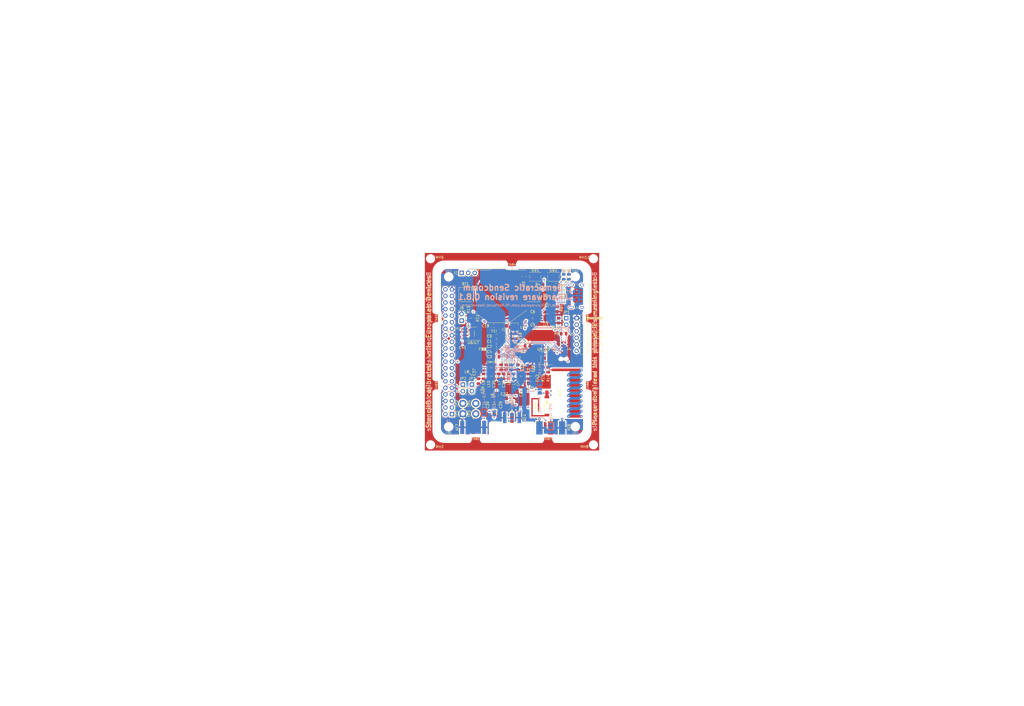
<source format=kicad_pcb>
(kicad_pcb (version 20171130) (host pcbnew 5.1.5+dfsg1-2build2)

  (general
    (thickness 1.6)
    (drawings 100)
    (tracks 778)
    (zones 0)
    (modules 123)
    (nets 127)
  )

  (page A3)
  (title_block
    (title "Democratic Sendcomm")
    (date 2020-09-25)
    (rev 0.8.1)
    (company "Europalab Devices")
    (comment 1 "Copyright © 2020, Europalab Devices")
    (comment 2 "Fulfilling requirements of 20200210")
    (comment 3 "Pending quality assurance testing")
    (comment 4 "Release revision for manufacturing")
  )

  (layers
    (0 F.Cu signal)
    (1 In1.Cu signal)
    (2 In2.Cu signal)
    (31 B.Cu signal)
    (34 B.Paste user)
    (35 F.Paste user)
    (36 B.SilkS user)
    (37 F.SilkS user)
    (38 B.Mask user)
    (39 F.Mask user)
    (40 Dwgs.User user)
    (41 Cmts.User user)
    (44 Edge.Cuts user)
    (45 Margin user)
    (46 B.CrtYd user)
    (47 F.CrtYd user)
    (48 B.Fab user)
    (49 F.Fab user)
  )

  (setup
    (last_trace_width 0.127)
    (user_trace_width 0.1016)
    (user_trace_width 0.127)
    (user_trace_width 0.2)
    (trace_clearance 0.09)
    (zone_clearance 0.508)
    (zone_45_only no)
    (trace_min 0.09)
    (via_size 0.356)
    (via_drill 0.2)
    (via_min_size 0.356)
    (via_min_drill 0.2)
    (user_via 0.45 0.2)
    (user_via 0.6 0.3)
    (uvia_size 0.45)
    (uvia_drill 0.1)
    (uvias_allowed no)
    (uvia_min_size 0.45)
    (uvia_min_drill 0.1)
    (edge_width 0.1)
    (segment_width 0.1)
    (pcb_text_width 0.25)
    (pcb_text_size 1 1)
    (mod_edge_width 0.15)
    (mod_text_size 1 1)
    (mod_text_width 0.15)
    (pad_size 0.32 0.32)
    (pad_drill 0)
    (pad_to_mask_clearance 0)
    (aux_axis_origin 0 0)
    (visible_elements 7FFFFFFF)
    (pcbplotparams
      (layerselection 0x313fc_ffffffff)
      (usegerberextensions true)
      (usegerberattributes false)
      (usegerberadvancedattributes false)
      (creategerberjobfile false)
      (excludeedgelayer true)
      (linewidth 0.150000)
      (plotframeref false)
      (viasonmask false)
      (mode 1)
      (useauxorigin false)
      (hpglpennumber 1)
      (hpglpenspeed 20)
      (hpglpendiameter 15.000000)
      (psnegative false)
      (psa4output false)
      (plotreference true)
      (plotvalue true)
      (plotinvisibletext false)
      (padsonsilk false)
      (subtractmaskfromsilk false)
      (outputformat 1)
      (mirror false)
      (drillshape 0)
      (scaleselection 1)
      (outputdirectory "fabsingle"))
  )

  (net 0 "")
  (net 1 GND)
  (net 2 "Net-(AE1-Pad1)")
  (net 3 /Sheet5F53D5B4/RFSWPWR)
  (net 4 "Net-(C8-Pad1)")
  (net 5 /Sheet5F53D5B4/POWAMP)
  (net 6 "Net-(C13-Pad1)")
  (net 7 /Sheet5F53D5B4/HFOUT)
  (net 8 +3V3)
  (net 9 "Net-(C29-Pad1)")
  (net 10 /Sheet5F53D5B4/UART_RX)
  (net 11 /Sheet5F53D5B4/UART_TX)
  (net 12 /Sheet5F53D5B4/HPOUT)
  (net 13 /Sheet5F53D5B4/HFIN)
  (net 14 /Sheet5F53D5B4/BANDSEL)
  (net 15 "Net-(XC1-Pad1)")
  (net 16 "Net-(BT1-Pad1)")
  (net 17 /Sheet5F53D5B4/USB_BUS)
  (net 18 "Net-(C33-Pad1)")
  (net 19 "Net-(C34-Pad1)")
  (net 20 /Sheet5F53D5B4/CMDRST)
  (net 21 "Net-(D1-Pad2)")
  (net 22 "Net-(D1-Pad1)")
  (net 23 "Net-(D2-Pad1)")
  (net 24 "Net-(D2-Pad2)")
  (net 25 /Sheet5F53D5B4/USB_P)
  (net 26 /Sheet5F53D5B4/USB_N)
  (net 27 /Sheet60040980/ID_SD)
  (net 28 /Sheet60040980/ID_SC)
  (net 29 /Sheet5F53D5B4/SWDCLK)
  (net 30 "Net-(J3-Pad7)")
  (net 31 "Net-(J3-Pad8)")
  (net 32 "Net-(J4-Pad6)")
  (net 33 /Sheet5F53D5B4/CN_VBAT)
  (net 34 /Sheet5F53D5B4/I2C_SCL)
  (net 35 /Sheet5F53D5B4/I2C_SDA)
  (net 36 "Net-(TP3-Pad1)")
  (net 37 "Net-(TP4-Pad1)")
  (net 38 /Sheet5F53D5B4/XCEIV)
  (net 39 /Sheet5F53D5B4/CRYSTAL_XIN-RESERVED)
  (net 40 /Sheet5F53D5B4/CRYSTAL_XOUT-RESERVED)
  (net 41 "Net-(AE5-Pad2)")
  (net 42 "Net-(C1-Pad1)")
  (net 43 "Net-(C7-Pad1)")
  (net 44 "Net-(C14-Pad1)")
  (net 45 "Net-(C17-Pad1)")
  (net 46 "Net-(C18-Pad2)")
  (net 47 "Net-(C19-Pad2)")
  (net 48 "Net-(C23-Pad2)")
  (net 49 "Net-(C23-Pad1)")
  (net 50 "Net-(C24-Pad1)")
  (net 51 "Net-(C24-Pad2)")
  (net 52 "Net-(C29-Pad2)")
  (net 53 "Net-(C33-Pad2)")
  (net 54 "Net-(C35-Pad2)")
  (net 55 "Net-(C40-Pad1)")
  (net 56 "Net-(J2-PadB5)")
  (net 57 "Net-(J2-PadA8)")
  (net 58 "Net-(J2-PadA5)")
  (net 59 "Net-(J2-PadB8)")
  (net 60 "Net-(J2-PadA4)")
  (net 61 "Net-(J3-Pad2)")
  (net 62 "Net-(J3-Pad3)")
  (net 63 "Net-(J3-Pad4)")
  (net 64 "Net-(J3-Pad5)")
  (net 65 "Net-(J3-Pad10)")
  (net 66 "Net-(J3-Pad11)")
  (net 67 "Net-(J3-Pad12)")
  (net 68 "Net-(J3-Pad13)")
  (net 69 "Net-(J3-Pad15)")
  (net 70 "Net-(J3-Pad16)")
  (net 71 "Net-(J3-Pad18)")
  (net 72 "Net-(J3-Pad19)")
  (net 73 "Net-(J3-Pad21)")
  (net 74 "Net-(J3-Pad22)")
  (net 75 "Net-(J3-Pad23)")
  (net 76 "Net-(J3-Pad24)")
  (net 77 "Net-(J3-Pad26)")
  (net 78 "Net-(J3-Pad29)")
  (net 79 "Net-(J3-Pad31)")
  (net 80 "Net-(J3-Pad32)")
  (net 81 "Net-(J3-Pad33)")
  (net 82 "Net-(J3-Pad35)")
  (net 83 "Net-(J3-Pad36)")
  (net 84 "Net-(J3-Pad37)")
  (net 85 "Net-(J3-Pad38)")
  (net 86 "Net-(J3-Pad40)")
  (net 87 "Net-(J4-Pad7)")
  (net 88 "Net-(J4-Pad8)")
  (net 89 "Net-(J5-Pad2)")
  (net 90 "Net-(J5-Pad3)")
  (net 91 "Net-(J5-Pad6)")
  (net 92 "Net-(J6-Pad1)")
  (net 93 "Net-(L1-Pad2)")
  (net 94 "Net-(R3-Pad1)")
  (net 95 "Net-(R4-Pad1)")
  (net 96 "Net-(R4-Pad2)")
  (net 97 "Net-(U2-Pad5)")
  (net 98 "Net-(U3-PadG1)")
  (net 99 "Net-(U3-PadH1)")
  (net 100 "Net-(U3-PadE3)")
  (net 101 "Net-(U3-PadB4)")
  (net 102 "Net-(U3-PadE4)")
  (net 103 "Net-(U3-PadF4)")
  (net 104 "Net-(U3-PadE5)")
  (net 105 "Net-(U3-PadH6)")
  (net 106 "Net-(U3-PadC7)")
  (net 107 "Net-(U3-PadD7)")
  (net 108 "Net-(U3-PadH7)")
  (net 109 "Net-(U3-PadD8)")
  (net 110 "Net-(U5-Pad3)")
  (net 111 "Net-(U5-Pad4)")
  (net 112 "Net-(U8-Pad7)")
  (net 113 "Net-(U8-Pad3)")
  (net 114 "Net-(U8-Pad2)")
  (net 115 "Net-(U8-Pad1)")
  (net 116 "Net-(U9-Pad1)")
  (net 117 "Net-(U9-Pad2)")
  (net 118 "Net-(U9-Pad3)")
  (net 119 "Net-(U9-Pad7)")
  (net 120 /Sheet5F53D5B4/SWDIO)
  (net 121 "Net-(AE2-Pad1)")
  (net 122 "Net-(AE4-Pad1)")
  (net 123 "Net-(AE5-Pad1)")
  (net 124 "Net-(AE6-Pad1)")
  (net 125 "Net-(AE7-Pad1)")
  (net 126 "Net-(JP10-Pad1)")

  (net_class Default "This is the default net class."
    (clearance 0.09)
    (trace_width 0.09)
    (via_dia 0.356)
    (via_drill 0.2)
    (uvia_dia 0.45)
    (uvia_drill 0.1)
    (add_net +3V3)
    (add_net /Sheet5F53D5B4/BANDSEL)
    (add_net /Sheet5F53D5B4/CMDRST)
    (add_net /Sheet5F53D5B4/CN_VBAT)
    (add_net /Sheet5F53D5B4/CRYSTAL_XIN-RESERVED)
    (add_net /Sheet5F53D5B4/CRYSTAL_XOUT-RESERVED)
    (add_net /Sheet5F53D5B4/HFIN)
    (add_net /Sheet5F53D5B4/HFOUT)
    (add_net /Sheet5F53D5B4/HPOUT)
    (add_net /Sheet5F53D5B4/I2C_SCL)
    (add_net /Sheet5F53D5B4/I2C_SDA)
    (add_net /Sheet5F53D5B4/POWAMP)
    (add_net /Sheet5F53D5B4/RFSWPWR)
    (add_net /Sheet5F53D5B4/SWDCLK)
    (add_net /Sheet5F53D5B4/SWDIO)
    (add_net /Sheet5F53D5B4/UART_RX)
    (add_net /Sheet5F53D5B4/UART_TX)
    (add_net /Sheet5F53D5B4/USB_BUS)
    (add_net /Sheet5F53D5B4/USB_N)
    (add_net /Sheet5F53D5B4/USB_P)
    (add_net /Sheet5F53D5B4/XCEIV)
    (add_net /Sheet60040980/ID_SC)
    (add_net /Sheet60040980/ID_SD)
    (add_net GND)
    (add_net "Net-(AE1-Pad1)")
    (add_net "Net-(AE2-Pad1)")
    (add_net "Net-(AE4-Pad1)")
    (add_net "Net-(AE5-Pad1)")
    (add_net "Net-(AE5-Pad2)")
    (add_net "Net-(AE6-Pad1)")
    (add_net "Net-(AE7-Pad1)")
    (add_net "Net-(BT1-Pad1)")
    (add_net "Net-(C1-Pad1)")
    (add_net "Net-(C13-Pad1)")
    (add_net "Net-(C14-Pad1)")
    (add_net "Net-(C17-Pad1)")
    (add_net "Net-(C18-Pad2)")
    (add_net "Net-(C19-Pad2)")
    (add_net "Net-(C23-Pad1)")
    (add_net "Net-(C23-Pad2)")
    (add_net "Net-(C24-Pad1)")
    (add_net "Net-(C24-Pad2)")
    (add_net "Net-(C29-Pad1)")
    (add_net "Net-(C29-Pad2)")
    (add_net "Net-(C33-Pad1)")
    (add_net "Net-(C33-Pad2)")
    (add_net "Net-(C34-Pad1)")
    (add_net "Net-(C35-Pad2)")
    (add_net "Net-(C40-Pad1)")
    (add_net "Net-(C7-Pad1)")
    (add_net "Net-(C8-Pad1)")
    (add_net "Net-(D1-Pad1)")
    (add_net "Net-(D1-Pad2)")
    (add_net "Net-(D2-Pad1)")
    (add_net "Net-(D2-Pad2)")
    (add_net "Net-(J2-PadA4)")
    (add_net "Net-(J2-PadA5)")
    (add_net "Net-(J2-PadA8)")
    (add_net "Net-(J2-PadB5)")
    (add_net "Net-(J2-PadB8)")
    (add_net "Net-(J3-Pad10)")
    (add_net "Net-(J3-Pad11)")
    (add_net "Net-(J3-Pad12)")
    (add_net "Net-(J3-Pad13)")
    (add_net "Net-(J3-Pad15)")
    (add_net "Net-(J3-Pad16)")
    (add_net "Net-(J3-Pad18)")
    (add_net "Net-(J3-Pad19)")
    (add_net "Net-(J3-Pad2)")
    (add_net "Net-(J3-Pad21)")
    (add_net "Net-(J3-Pad22)")
    (add_net "Net-(J3-Pad23)")
    (add_net "Net-(J3-Pad24)")
    (add_net "Net-(J3-Pad26)")
    (add_net "Net-(J3-Pad29)")
    (add_net "Net-(J3-Pad3)")
    (add_net "Net-(J3-Pad31)")
    (add_net "Net-(J3-Pad32)")
    (add_net "Net-(J3-Pad33)")
    (add_net "Net-(J3-Pad35)")
    (add_net "Net-(J3-Pad36)")
    (add_net "Net-(J3-Pad37)")
    (add_net "Net-(J3-Pad38)")
    (add_net "Net-(J3-Pad4)")
    (add_net "Net-(J3-Pad40)")
    (add_net "Net-(J3-Pad5)")
    (add_net "Net-(J3-Pad7)")
    (add_net "Net-(J3-Pad8)")
    (add_net "Net-(J4-Pad6)")
    (add_net "Net-(J4-Pad7)")
    (add_net "Net-(J4-Pad8)")
    (add_net "Net-(J5-Pad2)")
    (add_net "Net-(J5-Pad3)")
    (add_net "Net-(J5-Pad6)")
    (add_net "Net-(J6-Pad1)")
    (add_net "Net-(JP10-Pad1)")
    (add_net "Net-(L1-Pad2)")
    (add_net "Net-(R3-Pad1)")
    (add_net "Net-(R4-Pad1)")
    (add_net "Net-(R4-Pad2)")
    (add_net "Net-(TP3-Pad1)")
    (add_net "Net-(TP4-Pad1)")
    (add_net "Net-(U2-Pad5)")
    (add_net "Net-(U3-PadB4)")
    (add_net "Net-(U3-PadC7)")
    (add_net "Net-(U3-PadD7)")
    (add_net "Net-(U3-PadD8)")
    (add_net "Net-(U3-PadE3)")
    (add_net "Net-(U3-PadE4)")
    (add_net "Net-(U3-PadE5)")
    (add_net "Net-(U3-PadF4)")
    (add_net "Net-(U3-PadG1)")
    (add_net "Net-(U3-PadH1)")
    (add_net "Net-(U3-PadH6)")
    (add_net "Net-(U3-PadH7)")
    (add_net "Net-(U5-Pad3)")
    (add_net "Net-(U5-Pad4)")
    (add_net "Net-(U8-Pad1)")
    (add_net "Net-(U8-Pad2)")
    (add_net "Net-(U8-Pad3)")
    (add_net "Net-(U8-Pad7)")
    (add_net "Net-(U9-Pad1)")
    (add_net "Net-(U9-Pad2)")
    (add_net "Net-(U9-Pad3)")
    (add_net "Net-(U9-Pad7)")
    (add_net "Net-(XC1-Pad1)")
  )

  (net_class Power ""
    (clearance 0.2)
    (trace_width 0.5)
    (via_dia 1)
    (via_drill 0.7)
    (uvia_dia 0.5)
    (uvia_drill 0.1)
  )

  (module Elabdev:TFBGA-64_8x8_6.0x6.0mm_P0.65mm (layer F.Cu) (tedit 5F6BA77A) (tstamp 5F68786E)
    (at 210 148)
    (path /5F53D5B5/6052EF69)
    (solder_mask_margin 0.025)
    (clearance 0.0508)
    (attr smd)
    (fp_text reference U3 (at 4.25 0) (layer F.SilkS)
      (effects (font (size 1 1) (thickness 0.15)))
    )
    (fp_text value ATSAMR34 (at 0 4) (layer F.Fab)
      (effects (font (size 1 1) (thickness 0.15)))
    )
    (fp_line (start -2 -3) (end -3 -2) (layer F.Fab) (width 0.1))
    (fp_line (start -3 -2) (end -3 3) (layer F.Fab) (width 0.1))
    (fp_line (start -3 3) (end 3 3) (layer F.Fab) (width 0.1))
    (fp_line (start 3 3) (end 3 -3) (layer F.Fab) (width 0.1))
    (fp_line (start 3 -3) (end -2 -3) (layer F.Fab) (width 0.1))
    (fp_line (start 1.62 -3.12) (end 3.12 -3.12) (layer F.SilkS) (width 0.12))
    (fp_line (start 3.12 -3.12) (end 3.12 -1.62) (layer F.SilkS) (width 0.12))
    (fp_line (start 1.62 -3.12) (end 3.12 -3.12) (layer F.SilkS) (width 0.12))
    (fp_line (start 3.12 -3.12) (end 3.12 -1.62) (layer F.SilkS) (width 0.12))
    (fp_line (start 1.62 3.12) (end 3.12 3.12) (layer F.SilkS) (width 0.12))
    (fp_line (start 3.12 3.12) (end 3.12 1.62) (layer F.SilkS) (width 0.12))
    (fp_line (start 1.62 -3.12) (end 3.12 -3.12) (layer F.SilkS) (width 0.12))
    (fp_line (start 3.12 -3.12) (end 3.12 -1.62) (layer F.SilkS) (width 0.12))
    (fp_line (start -1.62 3.12) (end -3.12 3.12) (layer F.SilkS) (width 0.12))
    (fp_line (start -3.12 3.12) (end -3.12 1.62) (layer F.SilkS) (width 0.12))
    (fp_line (start -1.62 -3.12) (end -2 -3.12) (layer F.SilkS) (width 0.12))
    (fp_line (start -2 -3.12) (end -3.12 -2) (layer F.SilkS) (width 0.12))
    (fp_line (start -3.12 -2) (end -3.12 -1.62) (layer F.SilkS) (width 0.12))
    (fp_circle (center -3 -3) (end -3 -2.9) (layer F.SilkS) (width 0.2))
    (fp_line (start -4 -4) (end 4 -4) (layer F.CrtYd) (width 0.05))
    (fp_line (start 4 -4) (end 4 4) (layer F.CrtYd) (width 0.05))
    (fp_line (start 4 4) (end -4 4) (layer F.CrtYd) (width 0.05))
    (fp_line (start -4 4) (end -4 -4) (layer F.CrtYd) (width 0.05))
    (pad A1 smd circle (at -2.275 -2.275) (size 0.32 0.32) (layers F.Cu F.Paste F.Mask)
      (net 13 /Sheet5F53D5B4/HFIN))
    (pad B1 smd circle (at -2.275 -1.625) (size 0.32 0.32) (layers F.Cu F.Paste F.Mask)
      (net 7 /Sheet5F53D5B4/HFOUT))
    (pad C1 smd circle (at -2.275 -0.975) (size 0.32 0.32) (layers F.Cu F.Paste F.Mask)
      (net 42 "Net-(C1-Pad1)"))
    (pad D1 smd circle (at -2.275 -0.325) (size 0.32 0.32) (layers F.Cu F.Paste F.Mask)
      (net 5 /Sheet5F53D5B4/POWAMP))
    (pad E1 smd circle (at -2.275 0.325) (size 0.32 0.32) (layers F.Cu F.Paste F.Mask)
      (net 1 GND))
    (pad F1 smd circle (at -2.275 0.975) (size 0.32 0.32) (layers F.Cu F.Paste F.Mask)
      (net 12 /Sheet5F53D5B4/HPOUT))
    (pad G1 smd circle (at -2.275 1.625) (size 0.32 0.32) (layers F.Cu F.Paste F.Mask)
      (net 98 "Net-(U3-PadG1)"))
    (pad H1 smd circle (at -2.275 2.275) (size 0.32 0.32) (layers F.Cu F.Paste F.Mask)
      (net 99 "Net-(U3-PadH1)"))
    (pad A2 smd circle (at -1.625 -2.275) (size 0.32 0.32) (layers F.Cu F.Paste F.Mask)
      (net 1 GND))
    (pad B2 smd circle (at -1.625 -1.625) (size 0.32 0.32) (layers F.Cu F.Paste F.Mask)
      (net 1 GND))
    (pad C2 smd circle (at -1.625 -0.975) (size 0.32 0.32) (layers F.Cu F.Paste F.Mask)
      (net 42 "Net-(C1-Pad1)"))
    (pad D2 smd circle (at -1.625 -0.325) (size 0.32 0.32) (layers F.Cu F.Paste F.Mask)
      (net 38 /Sheet5F53D5B4/XCEIV))
    (pad E2 smd circle (at -1.625 0.325) (size 0.32 0.32) (layers F.Cu F.Paste F.Mask)
      (net 1 GND))
    (pad F2 smd circle (at -1.625 0.975) (size 0.32 0.32) (layers F.Cu F.Paste F.Mask)
      (net 1 GND))
    (pad G2 smd circle (at -1.625 1.625) (size 0.32 0.32) (layers F.Cu F.Paste F.Mask)
      (net 1 GND))
    (pad H2 smd circle (at -1.625 2.275) (size 0.32 0.32) (layers F.Cu F.Paste F.Mask)
      (net 44 "Net-(C14-Pad1)"))
    (pad A3 smd circle (at -0.975 -2.275) (size 0.32 0.32) (layers F.Cu F.Paste F.Mask)
      (net 46 "Net-(C18-Pad2)"))
    (pad B3 smd circle (at -0.975 -1.625) (size 0.32 0.32) (layers F.Cu F.Paste F.Mask)
      (net 1 GND))
    (pad C3 smd circle (at -0.975 -0.975) (size 0.32 0.32) (layers F.Cu F.Paste F.Mask)
      (net 33 /Sheet5F53D5B4/CN_VBAT))
    (pad D3 smd circle (at -0.975 -0.325) (size 0.32 0.32) (layers F.Cu F.Paste F.Mask)
      (net 11 /Sheet5F53D5B4/UART_TX))
    (pad E3 smd circle (at -0.975 0.325) (size 0.32 0.32) (layers F.Cu F.Paste F.Mask)
      (net 100 "Net-(U3-PadE3)"))
    (pad F3 smd circle (at -0.975 0.975) (size 0.32 0.32) (layers F.Cu F.Paste F.Mask)
      (net 17 /Sheet5F53D5B4/USB_BUS))
    (pad G3 smd circle (at -0.975 1.625) (size 0.32 0.32) (layers F.Cu F.Paste F.Mask)
      (net 1 GND))
    (pad H3 smd circle (at -0.975 2.275) (size 0.32 0.32) (layers F.Cu F.Paste F.Mask)
      (net 42 "Net-(C1-Pad1)"))
    (pad A4 smd circle (at -0.325 -2.275) (size 0.32 0.32) (layers F.Cu F.Paste F.Mask)
      (net 47 "Net-(C19-Pad2)"))
    (pad B4 smd circle (at -0.325 -1.625) (size 0.32 0.32) (layers F.Cu F.Paste F.Mask)
      (net 101 "Net-(U3-PadB4)"))
    (pad C4 smd circle (at -0.325 -0.975) (size 0.32 0.32) (layers F.Cu F.Paste F.Mask)
      (net 10 /Sheet5F53D5B4/UART_RX))
    (pad D4 smd circle (at -0.325 -0.325) (size 0.32 0.32) (layers F.Cu F.Paste F.Mask)
      (net 1 GND))
    (pad E4 smd circle (at -0.325 0.325) (size 0.32 0.32) (layers F.Cu F.Paste F.Mask)
      (net 102 "Net-(U3-PadE4)"))
    (pad F4 smd circle (at -0.325 0.975) (size 0.32 0.32) (layers F.Cu F.Paste F.Mask)
      (net 103 "Net-(U3-PadF4)"))
    (pad G4 smd circle (at -0.325 1.625) (size 0.32 0.32) (layers F.Cu F.Paste F.Mask)
      (net 8 +3V3))
    (pad H4 smd circle (at -0.325 2.275) (size 0.32 0.32) (layers F.Cu F.Paste F.Mask)
      (net 6 "Net-(C13-Pad1)"))
    (pad A5 smd circle (at 0.325 -2.275) (size 0.32 0.32) (layers F.Cu F.Paste F.Mask)
      (net 45 "Net-(C17-Pad1)"))
    (pad B5 smd circle (at 0.325 -1.625) (size 0.32 0.32) (layers F.Cu F.Paste F.Mask)
      (net 1 GND))
    (pad C5 smd circle (at 0.325 -0.975) (size 0.32 0.32) (layers F.Cu F.Paste F.Mask)
      (net 29 /Sheet5F53D5B4/SWDCLK))
    (pad D5 smd circle (at 0.325 -0.325) (size 0.32 0.32) (layers F.Cu F.Paste F.Mask)
      (net 120 /Sheet5F53D5B4/SWDIO))
    (pad E5 smd circle (at 0.325 0.325) (size 0.32 0.32) (layers F.Cu F.Paste F.Mask)
      (net 104 "Net-(U3-PadE5)"))
    (pad F5 smd circle (at 0.325 0.975) (size 0.32 0.32) (layers F.Cu F.Paste F.Mask)
      (net 3 /Sheet5F53D5B4/RFSWPWR))
    (pad G5 smd circle (at 0.325 1.625) (size 0.32 0.32) (layers F.Cu F.Paste F.Mask)
      (net 1 GND))
    (pad H5 smd circle (at 0.325 2.275) (size 0.32 0.32) (layers F.Cu F.Paste F.Mask)
      (net 1 GND))
    (pad A6 smd circle (at 0.975 -2.275) (size 0.32 0.32) (layers F.Cu F.Paste F.Mask)
      (net 93 "Net-(L1-Pad2)"))
    (pad B6 smd circle (at 0.975 -1.625) (size 0.32 0.32) (layers F.Cu F.Paste F.Mask)
      (net 20 /Sheet5F53D5B4/CMDRST))
    (pad C6 smd circle (at 0.975 -0.975) (size 0.32 0.32) (layers F.Cu F.Paste F.Mask)
      (net 95 "Net-(R4-Pad1)"))
    (pad D6 smd circle (at 0.975 -0.325) (size 0.32 0.32) (layers F.Cu F.Paste F.Mask)
      (net 1 GND))
    (pad E6 smd circle (at 0.975 0.325) (size 0.32 0.32) (layers F.Cu F.Paste F.Mask)
      (net 34 /Sheet5F53D5B4/I2C_SCL))
    (pad F6 smd circle (at 0.975 0.975) (size 0.32 0.32) (layers F.Cu F.Paste F.Mask)
      (net 14 /Sheet5F53D5B4/BANDSEL))
    (pad G6 smd circle (at 0.975 1.625) (size 0.32 0.32) (layers F.Cu F.Paste F.Mask)
      (net 1 GND))
    (pad H6 smd circle (at 0.975 2.275) (size 0.32 0.32) (layers F.Cu F.Paste F.Mask)
      (net 105 "Net-(U3-PadH6)"))
    (pad A7 smd circle (at 1.625 -2.275) (size 0.32 0.32) (layers F.Cu F.Paste F.Mask)
      (net 8 +3V3))
    (pad B7 smd circle (at 1.625 -1.625) (size 0.32 0.32) (layers F.Cu F.Paste F.Mask)
      (net 1 GND))
    (pad C7 smd circle (at 1.625 -0.975) (size 0.32 0.32) (layers F.Cu F.Paste F.Mask)
      (net 106 "Net-(U3-PadC7)"))
    (pad D7 smd circle (at 1.625 -0.325) (size 0.32 0.32) (layers F.Cu F.Paste F.Mask)
      (net 107 "Net-(U3-PadD7)"))
    (pad E7 smd circle (at 1.625 0.325) (size 0.32 0.32) (layers F.Cu F.Paste F.Mask)
      (net 22 "Net-(D1-Pad1)"))
    (pad F7 smd circle (at 1.625 0.975) (size 0.32 0.32) (layers F.Cu F.Paste F.Mask)
      (net 35 /Sheet5F53D5B4/I2C_SDA))
    (pad G7 smd circle (at 1.625 1.625) (size 0.32 0.32) (layers F.Cu F.Paste F.Mask)
      (net 1 GND))
    (pad H7 smd circle (at 1.625 2.275) (size 0.32 0.32) (layers F.Cu F.Paste F.Mask)
      (net 108 "Net-(U3-PadH7)"))
    (pad A8 smd circle (at 2.275 -2.275) (size 0.32 0.32) (layers F.Cu F.Paste F.Mask)
      (net 8 +3V3))
    (pad B8 smd circle (at 2.275 -1.625) (size 0.32 0.32) (layers F.Cu F.Paste F.Mask)
      (net 26 /Sheet5F53D5B4/USB_N))
    (pad C8 smd circle (at 2.275 -0.975) (size 0.32 0.32) (layers F.Cu F.Paste F.Mask)
      (net 25 /Sheet5F53D5B4/USB_P))
    (pad D8 smd circle (at 2.275 -0.325) (size 0.32 0.32) (layers F.Cu F.Paste F.Mask)
      (net 109 "Net-(U3-PadD8)"))
    (pad E8 smd circle (at 2.275 0.325) (size 0.32 0.32) (layers F.Cu F.Paste F.Mask)
      (net 23 "Net-(D2-Pad1)"))
    (pad F8 smd circle (at 2.275 0.975) (size 0.32 0.32) (layers F.Cu F.Paste F.Mask)
      (net 39 /Sheet5F53D5B4/CRYSTAL_XIN-RESERVED))
    (pad G8 smd circle (at 2.275 1.625) (size 0.32 0.32) (layers F.Cu F.Paste F.Mask)
      (net 40 /Sheet5F53D5B4/CRYSTAL_XOUT-RESERVED))
    (pad H8 smd circle (at 2.275 2.275) (size 0.32 0.32) (layers F.Cu F.Paste F.Mask)
      (net 8 +3V3))
    (model ${KISYS3DMOD}/Package_BGA.3dshapes/TFBGA-64_5x5mm_Layout8x8_P0.5mm.wrl
      (at (xyz 0 0 0))
      (scale (xyz 1.2 1.2 1.2))
      (rotate (xyz 0 0 0))
    )
  )

  (module Elabdev:Panel_Mousetab_25mm_Single (layer F.Cu) (tedit 5CD9E502) (tstamp 5F680FEC)
    (at 224 181.75 90)
    (path /5CD9EB0D)
    (fp_text reference TAB7 (at 0 0) (layer F.SilkS)
      (effects (font (size 0.8 0.8) (thickness 0.13)))
    )
    (fp_text value Pantab (at 0 3.5 90) (layer F.Fab)
      (effects (font (size 1 1) (thickness 0.15)))
    )
    (fp_line (start 1.25 -2.2) (end 1.25 2.2) (layer F.Fab) (width 0.15))
    (fp_line (start -1.25 -2.2) (end -1.25 2.2) (layer F.Fab) (width 0.15))
    (fp_line (start 2.1 -2.6) (end 2.1 2.6) (layer F.CrtYd) (width 0.15))
    (fp_line (start 2.1 2.6) (end -2.1 2.6) (layer F.CrtYd) (width 0.15))
    (fp_line (start -2.1 2.6) (end -2.1 -2.6) (layer F.CrtYd) (width 0.15))
    (fp_line (start -2.1 -2.6) (end 2.1 -2.6) (layer F.CrtYd) (width 0.15))
    (pad "" np_thru_hole circle (at 1.35 2 90) (size 0.5 0.5) (drill 0.5) (layers *.Cu))
    (pad "" np_thru_hole circle (at 1.35 1.2 90) (size 0.5 0.5) (drill 0.5) (layers *.Cu))
    (pad "" np_thru_hole circle (at 1.35 0.4 90) (size 0.5 0.5) (drill 0.5) (layers *.Cu))
    (pad "" np_thru_hole circle (at 1.35 -0.4 90) (size 0.5 0.5) (drill 0.5) (layers *.Cu))
    (pad "" np_thru_hole circle (at 1.35 -1.2 90) (size 0.5 0.5) (drill 0.5) (layers *.Cu))
    (pad "" np_thru_hole circle (at 1.35 -2 90) (size 0.5 0.5) (drill 0.5) (layers *.Cu))
  )

  (module Elabdev:Panel_Mousetab_25mm_Single (layer F.Cu) (tedit 5CD9E59A) (tstamp 5F4C0A71)
    (at 210 114.25 270)
    (path /5CD5C3A7)
    (fp_text reference TAB4 (at 0 0 180) (layer F.SilkS)
      (effects (font (size 0.8 0.8) (thickness 0.13)))
    )
    (fp_text value Pantab (at 0 -3.5 270) (layer F.Fab)
      (effects (font (size 1 1) (thickness 0.15)))
    )
    (fp_line (start 1.25 -2.2) (end 1.25 2.2) (layer F.Fab) (width 0.15))
    (fp_line (start -1.25 -2.2) (end -1.25 2.2) (layer F.Fab) (width 0.15))
    (fp_line (start 2.1 -2.6) (end 2.1 2.6) (layer F.CrtYd) (width 0.15))
    (fp_line (start 2.1 2.6) (end -2.1 2.6) (layer F.CrtYd) (width 0.15))
    (fp_line (start -2.1 2.6) (end -2.1 -2.6) (layer F.CrtYd) (width 0.15))
    (fp_line (start -2.1 -2.6) (end 2.1 -2.6) (layer F.CrtYd) (width 0.15))
    (pad "" np_thru_hole circle (at 1.35 2 270) (size 0.5 0.5) (drill 0.5) (layers *.Cu))
    (pad "" np_thru_hole circle (at 1.35 1.2 270) (size 0.5 0.5) (drill 0.5) (layers *.Cu))
    (pad "" np_thru_hole circle (at 1.35 0.4 270) (size 0.5 0.5) (drill 0.5) (layers *.Cu))
    (pad "" np_thru_hole circle (at 1.35 -0.4 270) (size 0.5 0.5) (drill 0.5) (layers *.Cu))
    (pad "" np_thru_hole circle (at 1.35 -1.2 270) (size 0.5 0.5) (drill 0.5) (layers *.Cu))
    (pad "" np_thru_hole circle (at 1.35 -2 270) (size 0.5 0.5) (drill 0.5) (layers *.Cu))
  )

  (module Elabdev:Panel_Mousetab_25mm_Single (layer F.Cu) (tedit 5CD9E502) (tstamp 5CE1C45C)
    (at 196 181.75 90)
    (path /5CD9EB0D)
    (fp_text reference TAB1 (at 0 0) (layer F.SilkS)
      (effects (font (size 0.8 0.8) (thickness 0.13)))
    )
    (fp_text value Pantab (at 0 3.5 90) (layer F.Fab)
      (effects (font (size 1 1) (thickness 0.15)))
    )
    (fp_line (start -2.1 -2.6) (end 2.1 -2.6) (layer F.CrtYd) (width 0.15))
    (fp_line (start -2.1 2.6) (end -2.1 -2.6) (layer F.CrtYd) (width 0.15))
    (fp_line (start 2.1 2.6) (end -2.1 2.6) (layer F.CrtYd) (width 0.15))
    (fp_line (start 2.1 -2.6) (end 2.1 2.6) (layer F.CrtYd) (width 0.15))
    (fp_line (start -1.25 -2.2) (end -1.25 2.2) (layer F.Fab) (width 0.15))
    (fp_line (start 1.25 -2.2) (end 1.25 2.2) (layer F.Fab) (width 0.15))
    (pad "" np_thru_hole circle (at 1.35 -2 90) (size 0.5 0.5) (drill 0.5) (layers *.Cu))
    (pad "" np_thru_hole circle (at 1.35 -1.2 90) (size 0.5 0.5) (drill 0.5) (layers *.Cu))
    (pad "" np_thru_hole circle (at 1.35 -0.4 90) (size 0.5 0.5) (drill 0.5) (layers *.Cu))
    (pad "" np_thru_hole circle (at 1.35 0.4 90) (size 0.5 0.5) (drill 0.5) (layers *.Cu))
    (pad "" np_thru_hole circle (at 1.35 1.2 90) (size 0.5 0.5) (drill 0.5) (layers *.Cu))
    (pad "" np_thru_hole circle (at 1.35 2 90) (size 0.5 0.5) (drill 0.5) (layers *.Cu))
  )

  (module Elabdev:Panel_Mousetab_25mm_Single (layer F.Cu) (tedit 5CD5AA6C) (tstamp 5F4C1007)
    (at 180.75 161)
    (path /5CD5C074)
    (fp_text reference TAB2 (at 0 0 90) (layer F.SilkS)
      (effects (font (size 0.8 0.8) (thickness 0.13)))
    )
    (fp_text value Pantab (at -2.5 0 -270) (layer F.Fab)
      (effects (font (size 1 1) (thickness 0.15)))
    )
    (fp_line (start -2.1 -2.6) (end 2.1 -2.6) (layer F.CrtYd) (width 0.15))
    (fp_line (start -2.1 2.6) (end -2.1 -2.6) (layer F.CrtYd) (width 0.15))
    (fp_line (start 2.1 2.6) (end -2.1 2.6) (layer F.CrtYd) (width 0.15))
    (fp_line (start 2.1 -2.6) (end 2.1 2.6) (layer F.CrtYd) (width 0.15))
    (fp_line (start -1.25 -2.2) (end -1.25 2.2) (layer F.Fab) (width 0.15))
    (fp_line (start 1.25 -2.2) (end 1.25 2.2) (layer F.Fab) (width 0.15))
    (pad "" np_thru_hole circle (at 1.35 -2) (size 0.5 0.5) (drill 0.5) (layers *.Cu))
    (pad "" np_thru_hole circle (at 1.35 -1.2) (size 0.5 0.5) (drill 0.5) (layers *.Cu))
    (pad "" np_thru_hole circle (at 1.35 -0.4) (size 0.5 0.5) (drill 0.5) (layers *.Cu))
    (pad "" np_thru_hole circle (at 1.35 0.4) (size 0.5 0.5) (drill 0.5) (layers *.Cu))
    (pad "" np_thru_hole circle (at 1.35 1.2) (size 0.5 0.5) (drill 0.5) (layers *.Cu))
    (pad "" np_thru_hole circle (at 1.35 2) (size 0.5 0.5) (drill 0.5) (layers *.Cu))
  )

  (module Elabdev:Panel_Mousetab_25mm_Single (layer F.Cu) (tedit 5CD5AA6C) (tstamp 5F4C1047)
    (at 180.75 135)
    (path /5CD5C074)
    (fp_text reference TAB3 (at 0 0 90) (layer F.SilkS)
      (effects (font (size 0.8 0.8) (thickness 0.13)))
    )
    (fp_text value Pantab (at -2.5 0 -270) (layer F.Fab)
      (effects (font (size 1 1) (thickness 0.15)))
    )
    (fp_line (start 1.25 -2.2) (end 1.25 2.2) (layer F.Fab) (width 0.15))
    (fp_line (start -1.25 -2.2) (end -1.25 2.2) (layer F.Fab) (width 0.15))
    (fp_line (start 2.1 -2.6) (end 2.1 2.6) (layer F.CrtYd) (width 0.15))
    (fp_line (start 2.1 2.6) (end -2.1 2.6) (layer F.CrtYd) (width 0.15))
    (fp_line (start -2.1 2.6) (end -2.1 -2.6) (layer F.CrtYd) (width 0.15))
    (fp_line (start -2.1 -2.6) (end 2.1 -2.6) (layer F.CrtYd) (width 0.15))
    (pad "" np_thru_hole circle (at 1.35 2) (size 0.5 0.5) (drill 0.5) (layers *.Cu))
    (pad "" np_thru_hole circle (at 1.35 1.2) (size 0.5 0.5) (drill 0.5) (layers *.Cu))
    (pad "" np_thru_hole circle (at 1.35 0.4) (size 0.5 0.5) (drill 0.5) (layers *.Cu))
    (pad "" np_thru_hole circle (at 1.35 -0.4) (size 0.5 0.5) (drill 0.5) (layers *.Cu))
    (pad "" np_thru_hole circle (at 1.35 -1.2) (size 0.5 0.5) (drill 0.5) (layers *.Cu))
    (pad "" np_thru_hole circle (at 1.35 -2) (size 0.5 0.5) (drill 0.5) (layers *.Cu))
  )

  (module Elabdev:Panel_Mousetab_25mm_Single (layer F.Cu) (tedit 5CD5AA6C) (tstamp 5F4C108A)
    (at 239.25 135 180)
    (path /5CD5C074)
    (fp_text reference TAB5 (at 0 0 90) (layer F.SilkS)
      (effects (font (size 0.8 0.8) (thickness 0.13)))
    )
    (fp_text value Pantab (at -2.5 0 90) (layer F.Fab)
      (effects (font (size 1 1) (thickness 0.15)))
    )
    (fp_line (start 1.25 -2.2) (end 1.25 2.2) (layer F.Fab) (width 0.15))
    (fp_line (start -1.25 -2.2) (end -1.25 2.2) (layer F.Fab) (width 0.15))
    (fp_line (start 2.1 -2.6) (end 2.1 2.6) (layer F.CrtYd) (width 0.15))
    (fp_line (start 2.1 2.6) (end -2.1 2.6) (layer F.CrtYd) (width 0.15))
    (fp_line (start -2.1 2.6) (end -2.1 -2.6) (layer F.CrtYd) (width 0.15))
    (fp_line (start -2.1 -2.6) (end 2.1 -2.6) (layer F.CrtYd) (width 0.15))
    (pad "" np_thru_hole circle (at 1.35 2 180) (size 0.5 0.5) (drill 0.5) (layers *.Cu))
    (pad "" np_thru_hole circle (at 1.35 1.2 180) (size 0.5 0.5) (drill 0.5) (layers *.Cu))
    (pad "" np_thru_hole circle (at 1.35 0.4 180) (size 0.5 0.5) (drill 0.5) (layers *.Cu))
    (pad "" np_thru_hole circle (at 1.35 -0.4 180) (size 0.5 0.5) (drill 0.5) (layers *.Cu))
    (pad "" np_thru_hole circle (at 1.35 -1.2 180) (size 0.5 0.5) (drill 0.5) (layers *.Cu))
    (pad "" np_thru_hole circle (at 1.35 -2 180) (size 0.5 0.5) (drill 0.5) (layers *.Cu))
  )

  (module Elabdev:Panel_Mousetab_25mm_Single (layer F.Cu) (tedit 5CD5AA6C) (tstamp 5F4C1067)
    (at 239.25 161 180)
    (path /5CD5C074)
    (fp_text reference TAB6 (at 0 0 90) (layer F.SilkS)
      (effects (font (size 0.8 0.8) (thickness 0.13)))
    )
    (fp_text value Pantab (at -2.5 0 90) (layer F.Fab)
      (effects (font (size 1 1) (thickness 0.15)))
    )
    (fp_line (start -2.1 -2.6) (end 2.1 -2.6) (layer F.CrtYd) (width 0.15))
    (fp_line (start -2.1 2.6) (end -2.1 -2.6) (layer F.CrtYd) (width 0.15))
    (fp_line (start 2.1 2.6) (end -2.1 2.6) (layer F.CrtYd) (width 0.15))
    (fp_line (start 2.1 -2.6) (end 2.1 2.6) (layer F.CrtYd) (width 0.15))
    (fp_line (start -1.25 -2.2) (end -1.25 2.2) (layer F.Fab) (width 0.15))
    (fp_line (start 1.25 -2.2) (end 1.25 2.2) (layer F.Fab) (width 0.15))
    (pad "" np_thru_hole circle (at 1.35 -2 180) (size 0.5 0.5) (drill 0.5) (layers *.Cu))
    (pad "" np_thru_hole circle (at 1.35 -1.2 180) (size 0.5 0.5) (drill 0.5) (layers *.Cu))
    (pad "" np_thru_hole circle (at 1.35 -0.4 180) (size 0.5 0.5) (drill 0.5) (layers *.Cu))
    (pad "" np_thru_hole circle (at 1.35 0.4 180) (size 0.5 0.5) (drill 0.5) (layers *.Cu))
    (pad "" np_thru_hole circle (at 1.35 1.2 180) (size 0.5 0.5) (drill 0.5) (layers *.Cu))
    (pad "" np_thru_hole circle (at 1.35 2 180) (size 0.5 0.5) (drill 0.5) (layers *.Cu))
  )

  (module Connector_PinSocket_2.54mm:PinSocket_2x20_P2.54mm_Vertical (layer B.Cu) (tedit 5A19A433) (tstamp 5F683F15)
    (at 186.77 172.13)
    (descr "Through hole straight socket strip, 2x20, 2.54mm pitch, double cols (from Kicad 4.0.7), script generated")
    (tags "Through hole socket strip THT 2x20 2.54mm double row")
    (path /60040981/5F6A7FD9)
    (fp_text reference J3 (at -1.27 2.77) (layer B.SilkS)
      (effects (font (size 1 1) (thickness 0.15)) (justify mirror))
    )
    (fp_text value RPIHAT-40W (at -1.27 -51.03) (layer B.Fab)
      (effects (font (size 1 1) (thickness 0.15)) (justify mirror))
    )
    (fp_line (start -3.81 1.27) (end 0.27 1.27) (layer B.Fab) (width 0.1))
    (fp_line (start 0.27 1.27) (end 1.27 0.27) (layer B.Fab) (width 0.1))
    (fp_line (start 1.27 0.27) (end 1.27 -49.53) (layer B.Fab) (width 0.1))
    (fp_line (start 1.27 -49.53) (end -3.81 -49.53) (layer B.Fab) (width 0.1))
    (fp_line (start -3.81 -49.53) (end -3.81 1.27) (layer B.Fab) (width 0.1))
    (fp_line (start -3.87 1.33) (end -1.27 1.33) (layer B.SilkS) (width 0.12))
    (fp_line (start -3.87 1.33) (end -3.87 -49.59) (layer B.SilkS) (width 0.12))
    (fp_line (start -3.87 -49.59) (end 1.33 -49.59) (layer B.SilkS) (width 0.12))
    (fp_line (start 1.33 -1.27) (end 1.33 -49.59) (layer B.SilkS) (width 0.12))
    (fp_line (start -1.27 -1.27) (end 1.33 -1.27) (layer B.SilkS) (width 0.12))
    (fp_line (start -1.27 1.33) (end -1.27 -1.27) (layer B.SilkS) (width 0.12))
    (fp_line (start 1.33 1.33) (end 1.33 0) (layer B.SilkS) (width 0.12))
    (fp_line (start 0 1.33) (end 1.33 1.33) (layer B.SilkS) (width 0.12))
    (fp_line (start -4.34 1.8) (end 1.76 1.8) (layer B.CrtYd) (width 0.05))
    (fp_line (start 1.76 1.8) (end 1.76 -50) (layer B.CrtYd) (width 0.05))
    (fp_line (start 1.76 -50) (end -4.34 -50) (layer B.CrtYd) (width 0.05))
    (fp_line (start -4.34 -50) (end -4.34 1.8) (layer B.CrtYd) (width 0.05))
    (fp_text user %R (at -1.27 -24.13 -90) (layer B.Fab)
      (effects (font (size 1 1) (thickness 0.15)) (justify mirror))
    )
    (pad 1 thru_hole rect (at 0 0) (size 1.7 1.7) (drill 1) (layers *.Cu *.Mask)
      (net 8 +3V3))
    (pad 2 thru_hole oval (at -2.54 0) (size 1.7 1.7) (drill 1) (layers *.Cu *.Mask)
      (net 61 "Net-(J3-Pad2)"))
    (pad 3 thru_hole oval (at 0 -2.54) (size 1.7 1.7) (drill 1) (layers *.Cu *.Mask)
      (net 62 "Net-(J3-Pad3)"))
    (pad 4 thru_hole oval (at -2.54 -2.54) (size 1.7 1.7) (drill 1) (layers *.Cu *.Mask)
      (net 63 "Net-(J3-Pad4)"))
    (pad 5 thru_hole oval (at 0 -5.08) (size 1.7 1.7) (drill 1) (layers *.Cu *.Mask)
      (net 64 "Net-(J3-Pad5)"))
    (pad 6 thru_hole oval (at -2.54 -5.08) (size 1.7 1.7) (drill 1) (layers *.Cu *.Mask)
      (net 1 GND))
    (pad 7 thru_hole oval (at 0 -7.62) (size 1.7 1.7) (drill 1) (layers *.Cu *.Mask)
      (net 30 "Net-(J3-Pad7)"))
    (pad 8 thru_hole oval (at -2.54 -7.62) (size 1.7 1.7) (drill 1) (layers *.Cu *.Mask)
      (net 31 "Net-(J3-Pad8)"))
    (pad 9 thru_hole oval (at 0 -10.16) (size 1.7 1.7) (drill 1) (layers *.Cu *.Mask)
      (net 1 GND))
    (pad 10 thru_hole oval (at -2.54 -10.16) (size 1.7 1.7) (drill 1) (layers *.Cu *.Mask)
      (net 65 "Net-(J3-Pad10)"))
    (pad 11 thru_hole oval (at 0 -12.7) (size 1.7 1.7) (drill 1) (layers *.Cu *.Mask)
      (net 66 "Net-(J3-Pad11)"))
    (pad 12 thru_hole oval (at -2.54 -12.7) (size 1.7 1.7) (drill 1) (layers *.Cu *.Mask)
      (net 67 "Net-(J3-Pad12)"))
    (pad 13 thru_hole oval (at 0 -15.24) (size 1.7 1.7) (drill 1) (layers *.Cu *.Mask)
      (net 68 "Net-(J3-Pad13)"))
    (pad 14 thru_hole oval (at -2.54 -15.24) (size 1.7 1.7) (drill 1) (layers *.Cu *.Mask)
      (net 1 GND))
    (pad 15 thru_hole oval (at 0 -17.78) (size 1.7 1.7) (drill 1) (layers *.Cu *.Mask)
      (net 69 "Net-(J3-Pad15)"))
    (pad 16 thru_hole oval (at -2.54 -17.78) (size 1.7 1.7) (drill 1) (layers *.Cu *.Mask)
      (net 70 "Net-(J3-Pad16)"))
    (pad 17 thru_hole oval (at 0 -20.32) (size 1.7 1.7) (drill 1) (layers *.Cu *.Mask)
      (net 8 +3V3))
    (pad 18 thru_hole oval (at -2.54 -20.32) (size 1.7 1.7) (drill 1) (layers *.Cu *.Mask)
      (net 71 "Net-(J3-Pad18)"))
    (pad 19 thru_hole oval (at 0 -22.86) (size 1.7 1.7) (drill 1) (layers *.Cu *.Mask)
      (net 72 "Net-(J3-Pad19)"))
    (pad 20 thru_hole oval (at -2.54 -22.86) (size 1.7 1.7) (drill 1) (layers *.Cu *.Mask)
      (net 1 GND))
    (pad 21 thru_hole oval (at 0 -25.4) (size 1.7 1.7) (drill 1) (layers *.Cu *.Mask)
      (net 73 "Net-(J3-Pad21)"))
    (pad 22 thru_hole oval (at -2.54 -25.4) (size 1.7 1.7) (drill 1) (layers *.Cu *.Mask)
      (net 74 "Net-(J3-Pad22)"))
    (pad 23 thru_hole oval (at 0 -27.94) (size 1.7 1.7) (drill 1) (layers *.Cu *.Mask)
      (net 75 "Net-(J3-Pad23)"))
    (pad 24 thru_hole oval (at -2.54 -27.94) (size 1.7 1.7) (drill 1) (layers *.Cu *.Mask)
      (net 76 "Net-(J3-Pad24)"))
    (pad 25 thru_hole oval (at 0 -30.48) (size 1.7 1.7) (drill 1) (layers *.Cu *.Mask)
      (net 1 GND))
    (pad 26 thru_hole oval (at -2.54 -30.48) (size 1.7 1.7) (drill 1) (layers *.Cu *.Mask)
      (net 77 "Net-(J3-Pad26)"))
    (pad 27 thru_hole oval (at 0 -33.02) (size 1.7 1.7) (drill 1) (layers *.Cu *.Mask)
      (net 27 /Sheet60040980/ID_SD))
    (pad 28 thru_hole oval (at -2.54 -33.02) (size 1.7 1.7) (drill 1) (layers *.Cu *.Mask)
      (net 28 /Sheet60040980/ID_SC))
    (pad 29 thru_hole oval (at 0 -35.56) (size 1.7 1.7) (drill 1) (layers *.Cu *.Mask)
      (net 78 "Net-(J3-Pad29)"))
    (pad 30 thru_hole oval (at -2.54 -35.56) (size 1.7 1.7) (drill 1) (layers *.Cu *.Mask)
      (net 1 GND))
    (pad 31 thru_hole oval (at 0 -38.1) (size 1.7 1.7) (drill 1) (layers *.Cu *.Mask)
      (net 79 "Net-(J3-Pad31)"))
    (pad 32 thru_hole oval (at -2.54 -38.1) (size 1.7 1.7) (drill 1) (layers *.Cu *.Mask)
      (net 80 "Net-(J3-Pad32)"))
    (pad 33 thru_hole oval (at 0 -40.64) (size 1.7 1.7) (drill 1) (layers *.Cu *.Mask)
      (net 81 "Net-(J3-Pad33)"))
    (pad 34 thru_hole oval (at -2.54 -40.64) (size 1.7 1.7) (drill 1) (layers *.Cu *.Mask)
      (net 1 GND))
    (pad 35 thru_hole oval (at 0 -43.18) (size 1.7 1.7) (drill 1) (layers *.Cu *.Mask)
      (net 82 "Net-(J3-Pad35)"))
    (pad 36 thru_hole oval (at -2.54 -43.18) (size 1.7 1.7) (drill 1) (layers *.Cu *.Mask)
      (net 83 "Net-(J3-Pad36)"))
    (pad 37 thru_hole oval (at 0 -45.72) (size 1.7 1.7) (drill 1) (layers *.Cu *.Mask)
      (net 84 "Net-(J3-Pad37)"))
    (pad 38 thru_hole oval (at -2.54 -45.72) (size 1.7 1.7) (drill 1) (layers *.Cu *.Mask)
      (net 85 "Net-(J3-Pad38)"))
    (pad 39 thru_hole oval (at 0 -48.26) (size 1.7 1.7) (drill 1) (layers *.Cu *.Mask)
      (net 1 GND))
    (pad 40 thru_hole oval (at -2.54 -48.26) (size 1.7 1.7) (drill 1) (layers *.Cu *.Mask)
      (net 86 "Net-(J3-Pad40)"))
    (model ${KISYS3DMOD}/Connector_PinSocket_2.54mm.3dshapes/PinSocket_2x20_P2.54mm_Vertical.wrl
      (at (xyz 0 0 0))
      (scale (xyz 1 1 1))
      (rotate (xyz 0 0 0))
    )
  )

  (module RF_Antenna:Texas_SWRA416_868MHz_915MHz (layer F.Cu) (tedit 5CF40AFD) (tstamp 5F686F31)
    (at 231 164 270)
    (descr http://www.ti.com/lit/an/swra416/swra416.pdf)
    (tags "PCB antenna")
    (path /5F5C0728/60008187)
    (attr smd)
    (fp_text reference AE1 (at 0 2.5 90) (layer F.SilkS)
      (effects (font (size 1 1) (thickness 0.15)))
    )
    (fp_text value Antenna (at 0.1 -7.6 90) (layer F.Fab)
      (effects (font (size 1 1) (thickness 0.15)))
    )
    (fp_line (start 9.7 2.1) (end 6.2 5.7) (layer Dwgs.User) (width 0.12))
    (fp_line (start 9.7 0.1) (end 4.3 5.7) (layer Dwgs.User) (width 0.12))
    (fp_line (start 9.7 -1.9) (end 2.3 5.7) (layer Dwgs.User) (width 0.12))
    (fp_line (start 9.7 -3.9) (end 0.2 5.7) (layer Dwgs.User) (width 0.12))
    (fp_line (start 9.7 -5.9) (end -1.8 5.7) (layer Dwgs.User) (width 0.12))
    (fp_line (start 8.3 -6.5) (end -3.8 5.7) (layer Dwgs.User) (width 0.12))
    (fp_line (start 6.3 -6.5) (end -5.8 5.7) (layer Dwgs.User) (width 0.12))
    (fp_line (start 4.3 -6.5) (end -7.8 5.7) (layer Dwgs.User) (width 0.12))
    (fp_line (start -9.7 5.5) (end 2.3 -6.5) (layer Dwgs.User) (width 0.12))
    (fp_line (start -9.7 3.5) (end 0.3 -6.5) (layer Dwgs.User) (width 0.12))
    (fp_line (start -9.7 1.5) (end -1.7 -6.5) (layer Dwgs.User) (width 0.12))
    (fp_line (start -9.7 -0.5) (end -3.7 -6.5) (layer Dwgs.User) (width 0.12))
    (fp_line (start -9.7 -2.5) (end -5.7 -6.5) (layer Dwgs.User) (width 0.12))
    (fp_line (start -9.7 -4.5) (end -7.7 -6.5) (layer Dwgs.User) (width 0.12))
    (fp_line (start 9.7 -6.5) (end -9.7 -6.5) (layer Dwgs.User) (width 0.15))
    (fp_line (start 9.7 5.7) (end 9.7 -6.5) (layer Dwgs.User) (width 0.15))
    (fp_line (start -9.7 5.7) (end 9.7 5.7) (layer Dwgs.User) (width 0.15))
    (fp_line (start -9.7 -6.5) (end -9.7 5.7) (layer Dwgs.User) (width 0.15))
    (fp_line (start 7 -5.8) (end 8 -4.8) (layer B.Cu) (width 1))
    (fp_line (start 8 -1.8) (end 9 -0.8) (layer B.Cu) (width 1))
    (fp_line (start 8 -4.8) (end 8 -1.8) (layer B.Cu) (width 1))
    (fp_line (start 9 -5.8) (end 9 -0.8) (layer F.Cu) (width 1))
    (fp_line (start 5 -5.8) (end 6 -4.8) (layer B.Cu) (width 1))
    (fp_line (start 6 -1.8) (end 7 -0.8) (layer B.Cu) (width 1))
    (fp_line (start 6 -4.8) (end 6 -1.8) (layer B.Cu) (width 1))
    (fp_line (start 7 -5.8) (end 7 -0.8) (layer F.Cu) (width 1))
    (fp_line (start 3 -5.8) (end 4 -4.8) (layer B.Cu) (width 1))
    (fp_line (start 4 -1.8) (end 5 -0.8) (layer B.Cu) (width 1))
    (fp_line (start 4 -4.8) (end 4 -1.8) (layer B.Cu) (width 1))
    (fp_line (start 5 -5.8) (end 5 -0.8) (layer F.Cu) (width 1))
    (fp_line (start 1 -5.8) (end 2 -4.8) (layer B.Cu) (width 1))
    (fp_line (start 2 -1.8) (end 3 -0.8) (layer B.Cu) (width 1))
    (fp_line (start 2 -4.8) (end 2 -1.8) (layer B.Cu) (width 1))
    (fp_line (start 3 -5.8) (end 3 -0.8) (layer F.Cu) (width 1))
    (fp_line (start -1 -5.8) (end 0 -4.8) (layer B.Cu) (width 1))
    (fp_line (start 0 -1.8) (end 1 -0.8) (layer B.Cu) (width 1))
    (fp_line (start 0 -4.8) (end 0 -1.8) (layer B.Cu) (width 1))
    (fp_line (start 1 -5.8) (end 1 -0.8) (layer F.Cu) (width 1))
    (fp_line (start -3 -5.8) (end -2 -4.8) (layer B.Cu) (width 1))
    (fp_line (start -2 -1.8) (end -1 -0.8) (layer B.Cu) (width 1))
    (fp_line (start -2 -4.8) (end -2 -1.8) (layer B.Cu) (width 1))
    (fp_line (start -1 -5.8) (end -1 -0.8) (layer F.Cu) (width 1))
    (fp_line (start -4 -4.8) (end -4 -1.8) (layer B.Cu) (width 1))
    (fp_line (start -5 -5.8) (end -4 -4.8) (layer B.Cu) (width 1))
    (fp_line (start -4 -1.8) (end -3 -0.8) (layer B.Cu) (width 1))
    (fp_line (start -3 -5.8) (end -3 -0.8) (layer F.Cu) (width 1))
    (fp_line (start -6 -4.8) (end -6 -1.8) (layer B.Cu) (width 1))
    (fp_line (start -7 -5.8) (end -6 -4.8) (layer B.Cu) (width 1))
    (fp_line (start -6 -1.8) (end -5 -0.8) (layer B.Cu) (width 1))
    (fp_line (start -5 -5.8) (end -5 -0.8) (layer F.Cu) (width 1))
    (fp_line (start -7 -5.8) (end -7 -0.8) (layer F.Cu) (width 1))
    (fp_line (start -9 5.2) (end -9 -5.8) (layer F.Cu) (width 1))
    (fp_line (start -9 -5.8) (end -8 -4.8) (layer B.Cu) (width 1))
    (fp_line (start -8 -4.8) (end -8 -1.8) (layer B.Cu) (width 1))
    (fp_line (start -8 -1.8) (end -7 -0.8) (layer B.Cu) (width 1))
    (fp_line (start 9.7 4.1) (end 8.2 5.7) (layer Dwgs.User) (width 0.12))
    (fp_line (start -9.9 -6.7) (end -9.9 5.9) (layer F.CrtYd) (width 0.05))
    (fp_line (start -9.9 5.9) (end 9.9 5.9) (layer F.CrtYd) (width 0.05))
    (fp_line (start 9.9 5.9) (end 9.9 -6.7) (layer F.CrtYd) (width 0.05))
    (fp_line (start 9.9 -6.7) (end -9.9 -6.7) (layer F.CrtYd) (width 0.05))
    (fp_line (start 9.9 -6.7) (end -9.9 -6.7) (layer B.CrtYd) (width 0.05))
    (fp_line (start 9.9 5.9) (end 9.9 -6.7) (layer B.CrtYd) (width 0.05))
    (fp_line (start -9.9 -6.7) (end -9.9 5.9) (layer B.CrtYd) (width 0.05))
    (fp_line (start -9.9 5.9) (end 9.9 5.9) (layer B.CrtYd) (width 0.05))
    (fp_text user "KEEP-OUT ZONE" (at 1 -2.8 90) (layer Cmts.User)
      (effects (font (size 1 1) (thickness 0.15)))
    )
    (fp_text user "No metal, traces or " (at 1 0.2 90) (layer Cmts.User)
      (effects (font (size 1 1) (thickness 0.15)))
    )
    (fp_text user "any components on" (at 1 2.2 90) (layer Cmts.User)
      (effects (font (size 1 1) (thickness 0.15)))
    )
    (fp_text user " any PCB layer." (at 1 4.2 90) (layer Cmts.User)
      (effects (font (size 1 1) (thickness 0.15)))
    )
    (fp_text user %R (at -0.4 6.6 90) (layer F.Fab)
      (effects (font (size 1 1) (thickness 0.15)))
    )
    (pad "" thru_hole circle (at 9 -0.8 90) (size 1 1) (drill 0.4) (layers *.Cu))
    (pad "" thru_hole circle (at 9 -5.8 90) (size 1 1) (drill 0.4) (layers *.Cu))
    (pad "" thru_hole circle (at 7 -5.8 90) (size 1 1) (drill 0.4) (layers *.Cu))
    (pad "" thru_hole circle (at 7 -0.8 90) (size 1 1) (drill 0.4) (layers *.Cu))
    (pad "" thru_hole circle (at 5 -0.8 90) (size 1 1) (drill 0.4) (layers *.Cu))
    (pad "" thru_hole circle (at 5 -5.8 90) (size 1 1) (drill 0.4) (layers *.Cu))
    (pad "" thru_hole circle (at 3 -0.8 90) (size 1 1) (drill 0.4) (layers *.Cu))
    (pad "" thru_hole circle (at 3 -5.8 90) (size 1 1) (drill 0.4) (layers *.Cu))
    (pad "" thru_hole circle (at 1 -5.8 90) (size 1 1) (drill 0.4) (layers *.Cu))
    (pad "" thru_hole circle (at 1 -0.8 90) (size 1 1) (drill 0.4) (layers *.Cu))
    (pad "" thru_hole circle (at -1 -0.8 90) (size 1 1) (drill 0.4) (layers *.Cu))
    (pad "" thru_hole circle (at -1 -5.8 90) (size 1 1) (drill 0.4) (layers *.Cu))
    (pad "" thru_hole circle (at -3 -5.8 90) (size 1 1) (drill 0.4) (layers *.Cu))
    (pad "" thru_hole circle (at -3 -0.8 90) (size 1 1) (drill 0.4) (layers *.Cu))
    (pad "" thru_hole circle (at -5 -0.8 90) (size 1 1) (drill 0.4) (layers *.Cu))
    (pad "" thru_hole circle (at -5 -5.8 90) (size 1 1) (drill 0.4) (layers *.Cu))
    (pad "" thru_hole circle (at -7 -5.8 90) (size 1 1) (drill 0.4) (layers *.Cu))
    (pad "" thru_hole circle (at -7 -0.8 90) (size 1 1) (drill 0.4) (layers *.Cu))
    (pad "" thru_hole circle (at -9 -5.8 90) (size 1 1) (drill 0.4) (layers *.Cu))
    (pad 1 smd trapezoid (at -9 5.9 90) (size 0.4 0.8) (rect_delta 0 0.3 ) (layers F.Cu)
      (net 2 "Net-(AE1-Pad1)"))
  )

  (module Connector_Coaxial:U.FL_Hirose_U.FL-R-SMT-1_Vertical (layer F.Cu) (tedit 5A1DBFC3) (tstamp 5F686F5E)
    (at 203.125 173 270)
    (descr "Hirose U.FL Coaxial https://www.hirose.com/product/en/products/U.FL/U.FL-R-SMT-1%2810%29/")
    (tags "Hirose U.FL Coaxial")
    (path /5F5C0728/5F5D6D7C)
    (attr smd)
    (fp_text reference AE2 (at -2.25 0 180) (layer F.SilkS)
      (effects (font (size 0.7 0.7) (thickness 0.1)))
    )
    (fp_text value Antenna_Shield (at 0.475 3.2 90) (layer F.Fab)
      (effects (font (size 1 1) (thickness 0.15)))
    )
    (fp_text user %R (at 0.475 0) (layer F.Fab)
      (effects (font (size 0.6 0.6) (thickness 0.09)))
    )
    (fp_line (start -2.02 1) (end -2.02 -1) (layer F.CrtYd) (width 0.05))
    (fp_line (start -1.32 1) (end -2.02 1) (layer F.CrtYd) (width 0.05))
    (fp_line (start 2.08 1.8) (end 2.28 1.8) (layer F.CrtYd) (width 0.05))
    (fp_line (start 2.08 2.5) (end 2.08 1.8) (layer F.CrtYd) (width 0.05))
    (fp_line (start 2.28 1.8) (end 2.28 -1.8) (layer F.CrtYd) (width 0.05))
    (fp_line (start -1.32 1.8) (end -1.12 1.8) (layer F.CrtYd) (width 0.05))
    (fp_line (start -1.12 2.5) (end -1.12 1.8) (layer F.CrtYd) (width 0.05))
    (fp_line (start 2.08 2.5) (end -1.12 2.5) (layer F.CrtYd) (width 0.05))
    (fp_line (start 1.835 -1.35) (end 1.835 1.35) (layer F.SilkS) (width 0.12))
    (fp_line (start -0.885 -0.76) (end -1.515 -0.76) (layer F.SilkS) (width 0.12))
    (fp_line (start -0.885 1.4) (end -0.885 0.76) (layer F.SilkS) (width 0.12))
    (fp_line (start -0.925 -0.3) (end -1.075 -0.15) (layer F.Fab) (width 0.1))
    (fp_line (start 1.775 -1.3) (end 1.375 -1.3) (layer F.Fab) (width 0.1))
    (fp_line (start 1.375 -1.5) (end 1.375 -1.3) (layer F.Fab) (width 0.1))
    (fp_line (start -0.425 -1.5) (end 1.375 -1.5) (layer F.Fab) (width 0.1))
    (fp_line (start 1.775 -1.3) (end 1.775 1.3) (layer F.Fab) (width 0.1))
    (fp_line (start 1.775 1.3) (end 1.375 1.3) (layer F.Fab) (width 0.1))
    (fp_line (start 1.375 1.5) (end 1.375 1.3) (layer F.Fab) (width 0.1))
    (fp_line (start -0.425 1.5) (end 1.375 1.5) (layer F.Fab) (width 0.1))
    (fp_line (start -0.425 -1.3) (end -0.825 -1.3) (layer F.Fab) (width 0.1))
    (fp_line (start -0.425 -1.5) (end -0.425 -1.3) (layer F.Fab) (width 0.1))
    (fp_line (start -0.825 -0.3) (end -0.825 -1.3) (layer F.Fab) (width 0.1))
    (fp_line (start -0.925 -0.3) (end -0.825 -0.3) (layer F.Fab) (width 0.1))
    (fp_line (start -1.075 0.3) (end -1.075 -0.15) (layer F.Fab) (width 0.1))
    (fp_line (start -1.075 0.3) (end -0.825 0.3) (layer F.Fab) (width 0.1))
    (fp_line (start -0.825 0.3) (end -0.825 1.3) (layer F.Fab) (width 0.1))
    (fp_line (start -0.425 1.3) (end -0.825 1.3) (layer F.Fab) (width 0.1))
    (fp_line (start -0.425 1.5) (end -0.425 1.3) (layer F.Fab) (width 0.1))
    (fp_line (start -0.885 -1.4) (end -0.885 -0.76) (layer F.SilkS) (width 0.12))
    (fp_line (start 2.08 -1.8) (end 2.28 -1.8) (layer F.CrtYd) (width 0.05))
    (fp_line (start 2.08 -1.8) (end 2.08 -2.5) (layer F.CrtYd) (width 0.05))
    (fp_line (start -1.32 -1) (end -1.32 -1.8) (layer F.CrtYd) (width 0.05))
    (fp_line (start 2.08 -2.5) (end -1.12 -2.5) (layer F.CrtYd) (width 0.05))
    (fp_line (start -1.12 -1.8) (end -1.12 -2.5) (layer F.CrtYd) (width 0.05))
    (fp_line (start -1.32 -1.8) (end -1.12 -1.8) (layer F.CrtYd) (width 0.05))
    (fp_line (start -1.32 1.8) (end -1.32 1) (layer F.CrtYd) (width 0.05))
    (fp_line (start -1.32 -1) (end -2.02 -1) (layer F.CrtYd) (width 0.05))
    (pad 2 smd rect (at 0.475 1.475 270) (size 2.2 1.05) (layers F.Cu F.Paste F.Mask)
      (net 1 GND))
    (pad 1 smd rect (at -1.05 0 270) (size 1.05 1) (layers F.Cu F.Paste F.Mask)
      (net 121 "Net-(AE2-Pad1)"))
    (pad 2 smd rect (at 0.475 -1.475 270) (size 2.2 1.05) (layers F.Cu F.Paste F.Mask)
      (net 1 GND))
    (model ${KISYS3DMOD}/Connector_Coaxial.3dshapes/U.FL_Hirose_U.FL-R-SMT-1_Vertical.wrl
      (offset (xyz 0.4749999928262157 0 0))
      (scale (xyz 1 1 1))
      (rotate (xyz 0 0 0))
    )
  )

  (module Connector_Coaxial:SMA_Samtec_SMA-J-P-X-ST-EM1_EdgeMount (layer F.Cu) (tedit 5DAA3454) (tstamp 5F686FA8)
    (at 210 173.5)
    (descr "Connector SMA, 0Hz to 20GHz, 50Ohm, Edge Mount (http://suddendocs.samtec.com/prints/sma-j-p-x-st-em1-mkt.pdf)")
    (tags "SMA Straight Samtec Edge Mount")
    (path /5F5C0728/6000659E)
    (attr smd)
    (fp_text reference AE4 (at 5 0 90) (layer F.SilkS)
      (effects (font (size 1 1) (thickness 0.15)))
    )
    (fp_text value Antenna_Shield (at 0 13) (layer F.Fab)
      (effects (font (size 1 1) (thickness 0.15)))
    )
    (fp_line (start -0.25 -2.76) (end 0 -2.26) (layer F.SilkS) (width 0.12))
    (fp_line (start 0.25 -2.76) (end -0.25 -2.76) (layer F.SilkS) (width 0.12))
    (fp_line (start 0 -2.26) (end 0.25 -2.76) (layer F.SilkS) (width 0.12))
    (fp_line (start 0 3.1) (end -0.64 2.1) (layer F.Fab) (width 0.1))
    (fp_line (start 0.64 2.1) (end 0 3.1) (layer F.Fab) (width 0.1))
    (fp_text user %R (at 0 4.79 180) (layer F.Fab)
      (effects (font (size 1 1) (thickness 0.15)))
    )
    (fp_line (start 4 2.6) (end 4 -2.6) (layer F.CrtYd) (width 0.05))
    (fp_line (start 3.68 12.12) (end -3.68 12.12) (layer F.CrtYd) (width 0.05))
    (fp_line (start -4 2.6) (end -4 -2.6) (layer F.CrtYd) (width 0.05))
    (fp_line (start -4 -2.6) (end 4 -2.6) (layer F.CrtYd) (width 0.05))
    (fp_line (start 4 2.6) (end 4 -2.6) (layer B.CrtYd) (width 0.05))
    (fp_line (start 3.68 12.12) (end -3.68 12.12) (layer B.CrtYd) (width 0.05))
    (fp_line (start -4 2.6) (end -4 -2.6) (layer B.CrtYd) (width 0.05))
    (fp_line (start -4 -2.6) (end 4 -2.6) (layer B.CrtYd) (width 0.05))
    (fp_line (start 3.165 11.62) (end -3.165 11.62) (layer F.Fab) (width 0.1))
    (fp_line (start 3.175 -1.71) (end 3.175 11.62) (layer F.Fab) (width 0.1))
    (fp_line (start 3.175 -1.71) (end 2.365 -1.71) (layer F.Fab) (width 0.1))
    (fp_line (start 2.365 -1.71) (end 2.365 2.1) (layer F.Fab) (width 0.1))
    (fp_line (start 2.365 2.1) (end -2.365 2.1) (layer F.Fab) (width 0.1))
    (fp_line (start -2.365 2.1) (end -2.365 -1.71) (layer F.Fab) (width 0.1))
    (fp_line (start -2.365 -1.71) (end -3.175 -1.71) (layer F.Fab) (width 0.1))
    (fp_line (start -3.175 -1.71) (end -3.175 11.62) (layer F.Fab) (width 0.1))
    (fp_line (start 4.1 2.1) (end -4.1 2.1) (layer Dwgs.User) (width 0.1))
    (fp_text user "PCB Edge" (at 0 2.6) (layer Dwgs.User)
      (effects (font (size 0.5 0.5) (thickness 0.1)))
    )
    (fp_line (start -3.68 2.6) (end -4 2.6) (layer F.CrtYd) (width 0.05))
    (fp_line (start -3.68 12.12) (end -3.68 2.6) (layer F.CrtYd) (width 0.05))
    (fp_line (start 3.68 2.6) (end 4 2.6) (layer F.CrtYd) (width 0.05))
    (fp_line (start 3.68 2.6) (end 3.68 12.12) (layer F.CrtYd) (width 0.05))
    (fp_line (start -3.68 2.6) (end -4 2.6) (layer B.CrtYd) (width 0.05))
    (fp_line (start -3.68 12.12) (end -3.68 2.6) (layer B.CrtYd) (width 0.05))
    (fp_line (start 4 2.6) (end 3.68 2.6) (layer B.CrtYd) (width 0.05))
    (fp_line (start 3.68 2.6) (end 3.68 12.12) (layer B.CrtYd) (width 0.05))
    (fp_line (start -1.95 2) (end -0.84 2) (layer F.SilkS) (width 0.12))
    (fp_line (start 0.84 2) (end 1.95 2) (layer F.SilkS) (width 0.12))
    (fp_line (start -1.95 -1.71) (end -0.84 -1.71) (layer F.SilkS) (width 0.12))
    (fp_line (start 0.84 -1.71) (end 1.95 -1.71) (layer F.SilkS) (width 0.12))
    (fp_text user "Board Thickness: 1.57mm" (at 0 -5.45) (layer Cmts.User)
      (effects (font (size 1 1) (thickness 0.15)))
    )
    (pad 2 smd rect (at -2.825 0) (size 1.35 4.2) (layers B.Cu B.Paste B.Mask)
      (net 1 GND))
    (pad 2 smd rect (at 2.825 0) (size 1.35 4.2) (layers B.Cu B.Paste B.Mask)
      (net 1 GND))
    (pad 2 smd rect (at -2.825 0) (size 1.35 4.2) (layers F.Cu F.Paste F.Mask)
      (net 1 GND))
    (pad 2 smd rect (at 2.825 0) (size 1.35 4.2) (layers F.Cu F.Paste F.Mask)
      (net 1 GND))
    (pad 1 smd rect (at 0 0.2) (size 1.27 3.6) (layers F.Cu F.Paste F.Mask)
      (net 122 "Net-(AE4-Pad1)"))
    (model ${KISYS3DMOD}/Connector_Coaxial.3dshapes/SMA_Samtec_SMA-J-P-X-ST-EM1_EdgeMount.wrl
      (at (xyz 0 0 0))
      (scale (xyz 1 1 1))
      (rotate (xyz 0 0 0))
    )
    (model ${KIPRJMOD}/modules/packages3d/RF_Antenna.3dshapes/SMA-J-P-H-ST-EM1.wrl
      (offset (xyz 0 -4 0.5))
      (scale (xyz 0.4 0.4 0.4))
      (rotate (xyz 180 -90 0))
    )
  )

  (module Connector_Coaxial:SMA_Molex_73251-1153_EdgeMount_Horizontal (layer F.Cu) (tedit 5A1B666F) (tstamp 5F686FE6)
    (at 225 175.75 90)
    (descr "Molex SMA RF Connectors, Edge Mount, (http://www.molex.com/pdm_docs/sd/732511150_sd.pdf)")
    (tags "sma edge")
    (path /5F5C0728/60006A31)
    (attr smd)
    (fp_text reference AE6 (at -1.5 7 90) (layer F.SilkS)
      (effects (font (size 1 1) (thickness 0.15)))
    )
    (fp_text value Antenna_Shield (at -1.72 -7.11 90) (layer F.Fab)
      (effects (font (size 1 1) (thickness 0.15)))
    )
    (fp_text user %R (at -1.5 7 90) (layer F.Fab)
      (effects (font (size 1 1) (thickness 0.15)))
    )
    (fp_line (start 2.5 0.25) (end 2.5 -0.25) (layer F.Fab) (width 0.1))
    (fp_line (start 2 0) (end 2.5 0.25) (layer F.Fab) (width 0.1))
    (fp_line (start 2.5 -0.25) (end 2 0) (layer F.Fab) (width 0.1))
    (fp_line (start 2.5 0.25) (end 2 0) (layer F.SilkS) (width 0.12))
    (fp_line (start 2.5 -0.25) (end 2.5 0.25) (layer F.SilkS) (width 0.12))
    (fp_line (start 2 0) (end 2.5 -0.25) (layer F.SilkS) (width 0.12))
    (fp_line (start -4.76 -0.38) (end 0.49 -0.38) (layer F.Fab) (width 0.1))
    (fp_line (start -4.76 0.38) (end 0.49 0.38) (layer F.Fab) (width 0.1))
    (fp_line (start 0.49 -0.38) (end 0.49 0.38) (layer F.Fab) (width 0.1))
    (fp_line (start 0.49 3.75) (end 0.49 4.76) (layer F.Fab) (width 0.1))
    (fp_line (start 0.49 -4.76) (end 0.49 -3.75) (layer F.Fab) (width 0.1))
    (fp_line (start -14.29 -6.09) (end -14.29 6.09) (layer F.CrtYd) (width 0.05))
    (fp_line (start -14.29 6.09) (end 2.71 6.09) (layer F.CrtYd) (width 0.05))
    (fp_line (start 2.71 -6.09) (end 2.71 6.09) (layer B.CrtYd) (width 0.05))
    (fp_line (start -14.29 -6.09) (end 2.71 -6.09) (layer B.CrtYd) (width 0.05))
    (fp_line (start -14.29 -6.09) (end -14.29 6.09) (layer B.CrtYd) (width 0.05))
    (fp_line (start -14.29 6.09) (end 2.71 6.09) (layer B.CrtYd) (width 0.05))
    (fp_line (start 2.71 -6.09) (end 2.71 6.09) (layer F.CrtYd) (width 0.05))
    (fp_line (start 2.71 -6.09) (end -14.29 -6.09) (layer F.CrtYd) (width 0.05))
    (fp_line (start -4.76 -3.75) (end 0.49 -3.75) (layer F.Fab) (width 0.1))
    (fp_line (start -4.76 3.75) (end 0.49 3.75) (layer F.Fab) (width 0.1))
    (fp_line (start -13.79 -2.65) (end -5.91 -2.65) (layer F.Fab) (width 0.1))
    (fp_line (start -13.79 -2.65) (end -13.79 2.65) (layer F.Fab) (width 0.1))
    (fp_line (start -13.79 2.65) (end -5.91 2.65) (layer F.Fab) (width 0.1))
    (fp_line (start -4.76 -3.75) (end -4.76 3.75) (layer F.Fab) (width 0.1))
    (fp_line (start 0.49 -4.76) (end -5.91 -4.76) (layer F.Fab) (width 0.1))
    (fp_line (start -5.91 -4.76) (end -5.91 4.76) (layer F.Fab) (width 0.1))
    (fp_line (start -5.91 4.76) (end 0.49 4.76) (layer F.Fab) (width 0.1))
    (pad 1 smd rect (at -1.72 0 90) (size 5.08 2.29) (layers F.Cu F.Paste F.Mask)
      (net 124 "Net-(AE6-Pad1)"))
    (pad 2 smd rect (at -1.72 -4.38 90) (size 5.08 2.42) (layers F.Cu F.Paste F.Mask)
      (net 1 GND))
    (pad 2 smd rect (at -1.72 4.38 90) (size 5.08 2.42) (layers F.Cu F.Paste F.Mask)
      (net 1 GND))
    (pad 2 smd rect (at -1.72 -4.38 90) (size 5.08 2.42) (layers B.Cu B.Paste B.Mask)
      (net 1 GND))
    (pad 2 smd rect (at -1.72 4.38 90) (size 5.08 2.42) (layers B.Cu B.Paste B.Mask)
      (net 1 GND))
    (pad 2 thru_hole circle (at 1.72 -4.38 90) (size 0.97 0.97) (drill 0.46) (layers *.Cu)
      (net 1 GND))
    (pad 2 thru_hole circle (at 1.72 4.38 90) (size 0.97 0.97) (drill 0.46) (layers *.Cu)
      (net 1 GND))
    (pad 2 smd rect (at 1.27 -4.38 90) (size 0.95 0.46) (layers F.Cu)
      (net 1 GND))
    (pad 2 smd rect (at 1.27 4.38 90) (size 0.95 0.46) (layers F.Cu)
      (net 1 GND))
    (pad 2 smd rect (at 1.27 -4.38 90) (size 0.95 0.46) (layers B.Cu)
      (net 1 GND))
    (pad 2 smd rect (at 1.27 4.38 90) (size 0.95 0.46) (layers B.Cu)
      (net 1 GND))
    (model ${KISYS3DMOD}/Connector_Coaxial.3dshapes/SMA_Molex_73251-1153_EdgeMount_Horizontal.wrl
      (at (xyz 0 0 0))
      (scale (xyz 1 1 1))
      (rotate (xyz 0 0 0))
    )
    (model ${KIPRJMOD}/modules/packages3d/RF_Antenna.3dshapes/Molex-732511153.wrl
      (offset (xyz -13.5 0 0.325))
      (scale (xyz 0.4 0.4 0.4))
      (rotate (xyz 0 0 0))
    )
  )

  (module Connector_Coaxial:SMA_Amphenol_132289_EdgeMount (layer F.Cu) (tedit 5A1C1810) (tstamp 5F687009)
    (at 195 177.25 270)
    (descr http://www.amphenolrf.com/132289.html)
    (tags SMA)
    (path /5F5C0728/6000721D)
    (attr smd)
    (fp_text reference AE7 (at 0 6.25 90) (layer F.SilkS)
      (effects (font (size 1 1) (thickness 0.15)))
    )
    (fp_text value Antenna_Shield (at 5 6 90) (layer F.Fab)
      (effects (font (size 1 1) (thickness 0.15)))
    )
    (fp_line (start -3.71 0.25) (end -3.21 0) (layer F.SilkS) (width 0.12))
    (fp_line (start -3.71 -0.25) (end -3.71 0.25) (layer F.SilkS) (width 0.12))
    (fp_line (start -3.21 0) (end -3.71 -0.25) (layer F.SilkS) (width 0.12))
    (fp_line (start 3.54 0) (end 2.54 0.75) (layer F.Fab) (width 0.1))
    (fp_line (start 2.54 -0.75) (end 3.54 0) (layer F.Fab) (width 0.1))
    (fp_text user %R (at 4.79 0 180) (layer F.Fab)
      (effects (font (size 1 1) (thickness 0.15)))
    )
    (fp_line (start 14.47 -5.58) (end -3.04 -5.58) (layer F.CrtYd) (width 0.05))
    (fp_line (start 14.47 -5.58) (end 14.47 5.58) (layer F.CrtYd) (width 0.05))
    (fp_line (start 14.47 5.58) (end -3.04 5.58) (layer F.CrtYd) (width 0.05))
    (fp_line (start -3.04 5.58) (end -3.04 -5.58) (layer F.CrtYd) (width 0.05))
    (fp_line (start 14.47 -5.58) (end -3.04 -5.58) (layer B.CrtYd) (width 0.05))
    (fp_line (start 14.47 -5.58) (end 14.47 5.58) (layer B.CrtYd) (width 0.05))
    (fp_line (start 14.47 5.58) (end -3.04 5.58) (layer B.CrtYd) (width 0.05))
    (fp_line (start -3.04 5.58) (end -3.04 -5.58) (layer B.CrtYd) (width 0.05))
    (fp_line (start 4.445 -3.81) (end 13.97 -3.81) (layer F.Fab) (width 0.1))
    (fp_line (start 13.97 -3.81) (end 13.97 3.81) (layer F.Fab) (width 0.1))
    (fp_line (start 13.97 3.81) (end 4.445 3.81) (layer F.Fab) (width 0.1))
    (fp_line (start 4.445 5.08) (end 4.445 3.81) (layer F.Fab) (width 0.1))
    (fp_line (start 4.445 -3.81) (end 4.445 -5.08) (layer F.Fab) (width 0.1))
    (fp_line (start -1.91 -5.08) (end 4.445 -5.08) (layer F.Fab) (width 0.1))
    (fp_line (start -1.91 -5.08) (end -1.91 -3.81) (layer F.Fab) (width 0.1))
    (fp_line (start -1.91 -3.81) (end 2.54 -3.81) (layer F.Fab) (width 0.1))
    (fp_line (start 2.54 -3.81) (end 2.54 3.81) (layer F.Fab) (width 0.1))
    (fp_line (start 2.54 3.81) (end -1.91 3.81) (layer F.Fab) (width 0.1))
    (fp_line (start -1.91 3.81) (end -1.91 5.08) (layer F.Fab) (width 0.1))
    (fp_line (start -1.91 5.08) (end 4.445 5.08) (layer F.Fab) (width 0.1))
    (pad 2 smd rect (at 0 4.25) (size 1.5 5.08) (layers B.Cu B.Paste B.Mask)
      (net 1 GND))
    (pad 2 smd rect (at 0 -4.25) (size 1.5 5.08) (layers B.Cu B.Paste B.Mask)
      (net 1 GND))
    (pad 2 smd rect (at 0 4.25) (size 1.5 5.08) (layers F.Cu F.Paste F.Mask)
      (net 1 GND))
    (pad 2 smd rect (at 0 -4.25) (size 1.5 5.08) (layers F.Cu F.Paste F.Mask)
      (net 1 GND))
    (pad 1 smd rect (at 0 0) (size 1.5 5.08) (layers F.Cu F.Paste F.Mask)
      (net 125 "Net-(AE7-Pad1)"))
    (model ${KISYS3DMOD}/Connector_Coaxial.3dshapes/SMA_Amphenol_132289_EdgeMount.wrl
      (at (xyz 0 0 0))
      (scale (xyz 1 1 1))
      (rotate (xyz 0 0 0))
    )
    (model ${KIPRJMOD}/modules/packages3d/RF_Antenna.3dshapes/Amphenol-132289.wrl
      (offset (xyz 2.5 0 0.325))
      (scale (xyz 0.4 0.4 0.4))
      (rotate (xyz -90 0 180))
    )
  )

  (module Battery:BatteryHolder_Keystone_3002_1x2032 (layer F.Cu) (tedit 5D9C7E9A) (tstamp 5F68703C)
    (at 205 125.875)
    (descr https://www.tme.eu/it/Document/a823211ec201a9e209042d155fe22d2b/KEYS2996.pdf)
    (tags "BR2016 CR2016 DL2016 BR2020 CL2020 BR2025 CR2025 DL2025 DR2032 CR2032 DL2032")
    (path /5F53D5B5/5FA3E7CA)
    (attr smd)
    (fp_text reference BT1 (at -13 -4.125) (layer F.SilkS)
      (effects (font (size 1 1) (thickness 0.15)))
    )
    (fp_text value Battery_Cell (at 0 -11) (layer F.Fab)
      (effects (font (size 1 1) (thickness 0.15)))
    )
    (fp_text user %R (at -9.15 9.7) (layer F.Fab)
      (effects (font (size 1 1) (thickness 0.15)))
    )
    (fp_line (start 15.55 -2.75) (end 10.75 -2.75) (layer F.SilkS) (width 0.12))
    (fp_line (start 15.55 2.75) (end 15.55 -2.75) (layer F.SilkS) (width 0.12))
    (fp_line (start 10.75 2.75) (end 15.55 2.75) (layer F.SilkS) (width 0.12))
    (fp_line (start -15.55 2.75) (end -10.75 2.75) (layer F.SilkS) (width 0.12))
    (fp_line (start -15.55 -2.75) (end -15.55 2.75) (layer F.SilkS) (width 0.12))
    (fp_line (start -10.75 -2.75) (end -15.55 -2.75) (layer F.SilkS) (width 0.12))
    (fp_line (start -15.85 3.05) (end -15.85 -3.05) (layer F.CrtYd) (width 0.05))
    (fp_line (start -11.05 3.05) (end -15.85 3.05) (layer F.CrtYd) (width 0.05))
    (fp_line (start -11.05 6.35) (end -11.05 3.05) (layer F.CrtYd) (width 0.05))
    (fp_line (start -4.3 11.1) (end -11.05 6.35) (layer F.CrtYd) (width 0.05))
    (fp_line (start 4.3 11.1) (end -4.3 11.1) (layer F.CrtYd) (width 0.05))
    (fp_line (start 11.05 6.35) (end 4.3 11.1) (layer F.CrtYd) (width 0.05))
    (fp_line (start 11.05 3.05) (end 11.05 6.35) (layer F.CrtYd) (width 0.05))
    (fp_line (start 15.85 3.05) (end 11.05 3.05) (layer F.CrtYd) (width 0.05))
    (fp_line (start 15.85 -3.05) (end 15.85 3.05) (layer F.CrtYd) (width 0.05))
    (fp_line (start 11.05 -3.05) (end 15.85 -3.05) (layer F.CrtYd) (width 0.05))
    (fp_line (start 11.05 -9.8) (end 11.05 -3.05) (layer F.CrtYd) (width 0.05))
    (fp_line (start 11.05 -9.8) (end 3.9 -9.8) (layer F.CrtYd) (width 0.05))
    (fp_arc (start 0 0) (end 3.9 -9.8) (angle -43.40107348) (layer F.CrtYd) (width 0.05))
    (fp_line (start -11.05 -9.8) (end -3.9 -9.8) (layer F.CrtYd) (width 0.05))
    (fp_line (start -11.05 -3.05) (end -11.05 -9.8) (layer F.CrtYd) (width 0.05))
    (fp_line (start -15.85 -3.05) (end -11.05 -3.05) (layer F.CrtYd) (width 0.05))
    (fp_line (start 10.55 -9.5) (end 3.85 -9.5) (layer F.SilkS) (width 0.12))
    (fp_arc (start 0 0) (end 3.85 -9.5) (angle -44.1) (layer F.SilkS) (width 0.12))
    (fp_line (start -10.55 -9.5) (end -3.85 -9.5) (layer F.SilkS) (width 0.12))
    (fp_circle (center 0 0) (end 10 0) (layer Dwgs.User) (width 0.2))
    (fp_line (start 10.55 5.9) (end 3.8 10.6) (layer F.Fab) (width 0.1))
    (fp_line (start 3.95 10.85) (end 10.75 6.05) (layer F.SilkS) (width 0.12))
    (fp_line (start -3.95 10.85) (end 3.95 10.85) (layer F.SilkS) (width 0.12))
    (fp_line (start -10.8 6.05) (end -3.95 10.85) (layer F.SilkS) (width 0.12))
    (fp_line (start -10.55 5.85) (end -3.8 10.6) (layer F.Fab) (width 0.1))
    (fp_line (start -10.55 -2.55) (end -10.55 -9.3) (layer F.Fab) (width 0.1))
    (fp_line (start 10.55 -9.3) (end -10.55 -9.3) (layer F.Fab) (width 0.1))
    (fp_line (start 10.55 -2.55) (end 10.55 -9.3) (layer F.Fab) (width 0.1))
    (fp_line (start 15.35 -2.55) (end 10.55 -2.55) (layer F.Fab) (width 0.1))
    (fp_line (start 15.35 2.55) (end 15.35 -2.55) (layer F.Fab) (width 0.1))
    (fp_line (start 10.55 2.55) (end 15.35 2.55) (layer F.Fab) (width 0.1))
    (fp_line (start -3.8 10.6) (end 3.8 10.6) (layer F.Fab) (width 0.1))
    (fp_line (start 10.55 2.55) (end 10.55 5.9) (layer F.Fab) (width 0.1))
    (fp_line (start -10.55 2.55) (end -10.55 5.85) (layer F.Fab) (width 0.1))
    (fp_line (start -15.35 -2.55) (end -10.55 -2.55) (layer F.Fab) (width 0.1))
    (fp_line (start -15.35 2.55) (end -10.55 2.55) (layer F.Fab) (width 0.1))
    (fp_line (start -15.35 -2.55) (end -15.35 2.55) (layer F.Fab) (width 0.1))
    (pad 1 smd rect (at 12.8 0) (size 5.1 5.1) (layers F.Cu F.Paste F.Mask)
      (net 16 "Net-(BT1-Pad1)"))
    (pad 1 smd rect (at -12.8 0) (size 5.1 5.1) (layers F.Cu F.Paste F.Mask)
      (net 16 "Net-(BT1-Pad1)"))
    (pad 2 smd circle (at 0 0) (size 17.8 17.8) (layers F.Cu F.Mask)
      (net 1 GND))
    (model ${KISYS3DMOD}/Battery.3dshapes/BatteryHolder_Keystone_3002_1x2032.wrl
      (at (xyz 0 0 0))
      (scale (xyz 1 1 1))
      (rotate (xyz 0 0 0))
    )
    (model ${KIPRJMOD}/modules/packages3d/Battery.3dshapes/Keystone-3002.wrl
      (offset (xyz 0 -10.25 3.5))
      (scale (xyz 0.4 0.4 0.4))
      (rotate (xyz -90 0 0))
    )
  )

  (module Capacitor_SMD:C_0805_2012Metric (layer F.Cu) (tedit 5B36C52B) (tstamp 5F68704D)
    (at 207 166)
    (descr "Capacitor SMD 0805 (2012 Metric), square (rectangular) end terminal, IPC_7351 nominal, (Body size source: https://docs.google.com/spreadsheets/d/1BsfQQcO9C6DZCsRaXUlFlo91Tg2WpOkGARC1WS5S8t0/edit?usp=sharing), generated with kicad-footprint-generator")
    (tags capacitor)
    (path /5F5C0728/5F5D6D8A)
    (attr smd)
    (fp_text reference C22 (at 0 -1.65) (layer F.SilkS)
      (effects (font (size 1 1) (thickness 0.15)))
    )
    (fp_text value 1nF (at 0 1.65) (layer F.Fab)
      (effects (font (size 1 1) (thickness 0.15)))
    )
    (fp_text user %R (at 0 0) (layer F.Fab)
      (effects (font (size 0.5 0.5) (thickness 0.08)))
    )
    (fp_line (start 1.68 0.95) (end -1.68 0.95) (layer F.CrtYd) (width 0.05))
    (fp_line (start 1.68 -0.95) (end 1.68 0.95) (layer F.CrtYd) (width 0.05))
    (fp_line (start -1.68 -0.95) (end 1.68 -0.95) (layer F.CrtYd) (width 0.05))
    (fp_line (start -1.68 0.95) (end -1.68 -0.95) (layer F.CrtYd) (width 0.05))
    (fp_line (start -0.258578 0.71) (end 0.258578 0.71) (layer F.SilkS) (width 0.12))
    (fp_line (start -0.258578 -0.71) (end 0.258578 -0.71) (layer F.SilkS) (width 0.12))
    (fp_line (start 1 0.6) (end -1 0.6) (layer F.Fab) (width 0.1))
    (fp_line (start 1 -0.6) (end 1 0.6) (layer F.Fab) (width 0.1))
    (fp_line (start -1 -0.6) (end 1 -0.6) (layer F.Fab) (width 0.1))
    (fp_line (start -1 0.6) (end -1 -0.6) (layer F.Fab) (width 0.1))
    (pad 2 smd roundrect (at 0.9375 0) (size 0.975 1.4) (layers F.Cu F.Paste F.Mask) (roundrect_rratio 0.25)
      (net 3 /Sheet5F53D5B4/RFSWPWR))
    (pad 1 smd roundrect (at -0.9375 0) (size 0.975 1.4) (layers F.Cu F.Paste F.Mask) (roundrect_rratio 0.25)
      (net 1 GND))
    (model ${KISYS3DMOD}/Capacitor_SMD.3dshapes/C_0805_2012Metric.wrl
      (at (xyz 0 0 0))
      (scale (xyz 1 1 1))
      (rotate (xyz 0 0 0))
    )
  )

  (module Capacitor_SMD:C_0805_2012Metric (layer F.Cu) (tedit 5B36C52B) (tstamp 5F68706F)
    (at 212.5 157.5 270)
    (descr "Capacitor SMD 0805 (2012 Metric), square (rectangular) end terminal, IPC_7351 nominal, (Body size source: https://docs.google.com/spreadsheets/d/1BsfQQcO9C6DZCsRaXUlFlo91Tg2WpOkGARC1WS5S8t0/edit?usp=sharing), generated with kicad-footprint-generator")
    (tags capacitor)
    (path /5F5C0728/5F5D6E33)
    (attr smd)
    (fp_text reference C24 (at 2.75 0.25 90) (layer F.SilkS)
      (effects (font (size 0.7 0.7) (thickness 0.1)))
    )
    (fp_text value 18pF (at 0 1.65 90) (layer F.Fab)
      (effects (font (size 1 1) (thickness 0.15)))
    )
    (fp_line (start -1 0.6) (end -1 -0.6) (layer F.Fab) (width 0.1))
    (fp_line (start -1 -0.6) (end 1 -0.6) (layer F.Fab) (width 0.1))
    (fp_line (start 1 -0.6) (end 1 0.6) (layer F.Fab) (width 0.1))
    (fp_line (start 1 0.6) (end -1 0.6) (layer F.Fab) (width 0.1))
    (fp_line (start -0.258578 -0.71) (end 0.258578 -0.71) (layer F.SilkS) (width 0.12))
    (fp_line (start -0.258578 0.71) (end 0.258578 0.71) (layer F.SilkS) (width 0.12))
    (fp_line (start -1.68 0.95) (end -1.68 -0.95) (layer F.CrtYd) (width 0.05))
    (fp_line (start -1.68 -0.95) (end 1.68 -0.95) (layer F.CrtYd) (width 0.05))
    (fp_line (start 1.68 -0.95) (end 1.68 0.95) (layer F.CrtYd) (width 0.05))
    (fp_line (start 1.68 0.95) (end -1.68 0.95) (layer F.CrtYd) (width 0.05))
    (fp_text user %R (at 0 0 90) (layer F.Fab)
      (effects (font (size 0.5 0.5) (thickness 0.08)))
    )
    (pad 1 smd roundrect (at -0.9375 0 270) (size 0.975 1.4) (layers F.Cu F.Paste F.Mask) (roundrect_rratio 0.25)
      (net 50 "Net-(C24-Pad1)"))
    (pad 2 smd roundrect (at 0.9375 0 270) (size 0.975 1.4) (layers F.Cu F.Paste F.Mask) (roundrect_rratio 0.25)
      (net 51 "Net-(C24-Pad2)"))
    (model ${KISYS3DMOD}/Capacitor_SMD.3dshapes/C_0805_2012Metric.wrl
      (at (xyz 0 0 0))
      (scale (xyz 1 1 1))
      (rotate (xyz 0 0 0))
    )
  )

  (module Capacitor_SMD:C_0805_2012Metric (layer F.Cu) (tedit 5B36C52B) (tstamp 5F687080)
    (at 217.2375 160.25)
    (descr "Capacitor SMD 0805 (2012 Metric), square (rectangular) end terminal, IPC_7351 nominal, (Body size source: https://docs.google.com/spreadsheets/d/1BsfQQcO9C6DZCsRaXUlFlo91Tg2WpOkGARC1WS5S8t0/edit?usp=sharing), generated with kicad-footprint-generator")
    (tags capacitor)
    (path /5F5C0728/5F5D6E48)
    (attr smd)
    (fp_text reference C25 (at 0.0125 1.75) (layer F.SilkS)
      (effects (font (size 1 1) (thickness 0.15)))
    )
    (fp_text value 3,3pF (at 0 1.65) (layer F.Fab)
      (effects (font (size 1 1) (thickness 0.15)))
    )
    (fp_line (start -1 0.6) (end -1 -0.6) (layer F.Fab) (width 0.1))
    (fp_line (start -1 -0.6) (end 1 -0.6) (layer F.Fab) (width 0.1))
    (fp_line (start 1 -0.6) (end 1 0.6) (layer F.Fab) (width 0.1))
    (fp_line (start 1 0.6) (end -1 0.6) (layer F.Fab) (width 0.1))
    (fp_line (start -0.258578 -0.71) (end 0.258578 -0.71) (layer F.SilkS) (width 0.12))
    (fp_line (start -0.258578 0.71) (end 0.258578 0.71) (layer F.SilkS) (width 0.12))
    (fp_line (start -1.68 0.95) (end -1.68 -0.95) (layer F.CrtYd) (width 0.05))
    (fp_line (start -1.68 -0.95) (end 1.68 -0.95) (layer F.CrtYd) (width 0.05))
    (fp_line (start 1.68 -0.95) (end 1.68 0.95) (layer F.CrtYd) (width 0.05))
    (fp_line (start 1.68 0.95) (end -1.68 0.95) (layer F.CrtYd) (width 0.05))
    (fp_text user %R (at 0 0) (layer F.Fab)
      (effects (font (size 0.5 0.5) (thickness 0.08)))
    )
    (pad 1 smd roundrect (at -0.9375 0) (size 0.975 1.4) (layers F.Cu F.Paste F.Mask) (roundrect_rratio 0.25)
      (net 48 "Net-(C23-Pad2)"))
    (pad 2 smd roundrect (at 0.9375 0) (size 0.975 1.4) (layers F.Cu F.Paste F.Mask) (roundrect_rratio 0.25)
      (net 1 GND))
    (model ${KISYS3DMOD}/Capacitor_SMD.3dshapes/C_0805_2012Metric.wrl
      (at (xyz 0 0 0))
      (scale (xyz 1 1 1))
      (rotate (xyz 0 0 0))
    )
  )

  (module Capacitor_SMD:C_0805_2012Metric (layer F.Cu) (tedit 5B36C52B) (tstamp 5F687091)
    (at 218.2 157.5 270)
    (descr "Capacitor SMD 0805 (2012 Metric), square (rectangular) end terminal, IPC_7351 nominal, (Body size source: https://docs.google.com/spreadsheets/d/1BsfQQcO9C6DZCsRaXUlFlo91Tg2WpOkGARC1WS5S8t0/edit?usp=sharing), generated with kicad-footprint-generator")
    (tags capacitor)
    (path /5F5C0728/5F5D6E50)
    (attr smd)
    (fp_text reference C26 (at -3 0 90) (layer F.SilkS)
      (effects (font (size 1 1) (thickness 0.15)))
    )
    (fp_text value 5,6pF (at 0 1.65 90) (layer F.Fab)
      (effects (font (size 1 1) (thickness 0.15)))
    )
    (fp_text user %R (at 0 0 90) (layer F.Fab)
      (effects (font (size 0.5 0.5) (thickness 0.08)))
    )
    (fp_line (start 1.68 0.95) (end -1.68 0.95) (layer F.CrtYd) (width 0.05))
    (fp_line (start 1.68 -0.95) (end 1.68 0.95) (layer F.CrtYd) (width 0.05))
    (fp_line (start -1.68 -0.95) (end 1.68 -0.95) (layer F.CrtYd) (width 0.05))
    (fp_line (start -1.68 0.95) (end -1.68 -0.95) (layer F.CrtYd) (width 0.05))
    (fp_line (start -0.258578 0.71) (end 0.258578 0.71) (layer F.SilkS) (width 0.12))
    (fp_line (start -0.258578 -0.71) (end 0.258578 -0.71) (layer F.SilkS) (width 0.12))
    (fp_line (start 1 0.6) (end -1 0.6) (layer F.Fab) (width 0.1))
    (fp_line (start 1 -0.6) (end 1 0.6) (layer F.Fab) (width 0.1))
    (fp_line (start -1 -0.6) (end 1 -0.6) (layer F.Fab) (width 0.1))
    (fp_line (start -1 0.6) (end -1 -0.6) (layer F.Fab) (width 0.1))
    (pad 2 smd roundrect (at 0.9375 0 270) (size 0.975 1.4) (layers F.Cu F.Paste F.Mask) (roundrect_rratio 0.25)
      (net 1 GND))
    (pad 1 smd roundrect (at -0.9375 0 270) (size 0.975 1.4) (layers F.Cu F.Paste F.Mask) (roundrect_rratio 0.25)
      (net 49 "Net-(C23-Pad1)"))
    (model ${KISYS3DMOD}/Capacitor_SMD.3dshapes/C_0805_2012Metric.wrl
      (at (xyz 0 0 0))
      (scale (xyz 1 1 1))
      (rotate (xyz 0 0 0))
    )
  )

  (module Capacitor_SMD:C_0805_2012Metric (layer F.Cu) (tedit 5B36C52B) (tstamp 5F6870A2)
    (at 213.45 160.8 270)
    (descr "Capacitor SMD 0805 (2012 Metric), square (rectangular) end terminal, IPC_7351 nominal, (Body size source: https://docs.google.com/spreadsheets/d/1BsfQQcO9C6DZCsRaXUlFlo91Tg2WpOkGARC1WS5S8t0/edit?usp=sharing), generated with kicad-footprint-generator")
    (tags capacitor)
    (path /5F5C0728/5F5D6E57)
    (attr smd)
    (fp_text reference C27 (at 3.2 -0.05 90) (layer F.SilkS)
      (effects (font (size 1 1) (thickness 0.15)))
    )
    (fp_text value 3,3pF (at 0 1.65 90) (layer F.Fab)
      (effects (font (size 1 1) (thickness 0.15)))
    )
    (fp_line (start -1 0.6) (end -1 -0.6) (layer F.Fab) (width 0.1))
    (fp_line (start -1 -0.6) (end 1 -0.6) (layer F.Fab) (width 0.1))
    (fp_line (start 1 -0.6) (end 1 0.6) (layer F.Fab) (width 0.1))
    (fp_line (start 1 0.6) (end -1 0.6) (layer F.Fab) (width 0.1))
    (fp_line (start -0.258578 -0.71) (end 0.258578 -0.71) (layer F.SilkS) (width 0.12))
    (fp_line (start -0.258578 0.71) (end 0.258578 0.71) (layer F.SilkS) (width 0.12))
    (fp_line (start -1.68 0.95) (end -1.68 -0.95) (layer F.CrtYd) (width 0.05))
    (fp_line (start -1.68 -0.95) (end 1.68 -0.95) (layer F.CrtYd) (width 0.05))
    (fp_line (start 1.68 -0.95) (end 1.68 0.95) (layer F.CrtYd) (width 0.05))
    (fp_line (start 1.68 0.95) (end -1.68 0.95) (layer F.CrtYd) (width 0.05))
    (fp_text user %R (at 0 0 90) (layer F.Fab)
      (effects (font (size 0.5 0.5) (thickness 0.08)))
    )
    (pad 1 smd roundrect (at -0.9375 0 270) (size 0.975 1.4) (layers F.Cu F.Paste F.Mask) (roundrect_rratio 0.25)
      (net 51 "Net-(C24-Pad2)"))
    (pad 2 smd roundrect (at 0.9375 0 270) (size 0.975 1.4) (layers F.Cu F.Paste F.Mask) (roundrect_rratio 0.25)
      (net 1 GND))
    (model ${KISYS3DMOD}/Capacitor_SMD.3dshapes/C_0805_2012Metric.wrl
      (at (xyz 0 0 0))
      (scale (xyz 1 1 1))
      (rotate (xyz 0 0 0))
    )
  )

  (module Capacitor_SMD:C_0805_2012Metric (layer B.Cu) (tedit 5B36C52B) (tstamp 5F6870B3)
    (at 210.6 157.5 270)
    (descr "Capacitor SMD 0805 (2012 Metric), square (rectangular) end terminal, IPC_7351 nominal, (Body size source: https://docs.google.com/spreadsheets/d/1BsfQQcO9C6DZCsRaXUlFlo91Tg2WpOkGARC1WS5S8t0/edit?usp=sharing), generated with kicad-footprint-generator")
    (tags capacitor)
    (path /5F5C0728/5F5D6E5F)
    (attr smd)
    (fp_text reference C28 (at 0 1.65 270) (layer B.SilkS)
      (effects (font (size 1 1) (thickness 0.15)) (justify mirror))
    )
    (fp_text value 3,9pF (at 0 -1.65 270) (layer B.Fab)
      (effects (font (size 1 1) (thickness 0.15)) (justify mirror))
    )
    (fp_text user %R (at 0 0 270) (layer B.Fab)
      (effects (font (size 0.5 0.5) (thickness 0.08)) (justify mirror))
    )
    (fp_line (start 1.68 -0.95) (end -1.68 -0.95) (layer B.CrtYd) (width 0.05))
    (fp_line (start 1.68 0.95) (end 1.68 -0.95) (layer B.CrtYd) (width 0.05))
    (fp_line (start -1.68 0.95) (end 1.68 0.95) (layer B.CrtYd) (width 0.05))
    (fp_line (start -1.68 -0.95) (end -1.68 0.95) (layer B.CrtYd) (width 0.05))
    (fp_line (start -0.258578 -0.71) (end 0.258578 -0.71) (layer B.SilkS) (width 0.12))
    (fp_line (start -0.258578 0.71) (end 0.258578 0.71) (layer B.SilkS) (width 0.12))
    (fp_line (start 1 -0.6) (end -1 -0.6) (layer B.Fab) (width 0.1))
    (fp_line (start 1 0.6) (end 1 -0.6) (layer B.Fab) (width 0.1))
    (fp_line (start -1 0.6) (end 1 0.6) (layer B.Fab) (width 0.1))
    (fp_line (start -1 -0.6) (end -1 0.6) (layer B.Fab) (width 0.1))
    (pad 2 smd roundrect (at 0.9375 0 270) (size 0.975 1.4) (layers B.Cu B.Paste B.Mask) (roundrect_rratio 0.25)
      (net 1 GND))
    (pad 1 smd roundrect (at -0.9375 0 270) (size 0.975 1.4) (layers B.Cu B.Paste B.Mask) (roundrect_rratio 0.25)
      (net 50 "Net-(C24-Pad1)"))
    (model ${KISYS3DMOD}/Capacitor_SMD.3dshapes/C_0805_2012Metric.wrl
      (at (xyz 0 0 0))
      (scale (xyz 1 1 1))
      (rotate (xyz 0 0 0))
    )
  )

  (module Capacitor_SMD:C_0805_2012Metric (layer F.Cu) (tedit 5B36C52B) (tstamp 5F6870C4)
    (at 204 168.5625 270)
    (descr "Capacitor SMD 0805 (2012 Metric), square (rectangular) end terminal, IPC_7351 nominal, (Body size source: https://docs.google.com/spreadsheets/d/1BsfQQcO9C6DZCsRaXUlFlo91Tg2WpOkGARC1WS5S8t0/edit?usp=sharing), generated with kicad-footprint-generator")
    (tags capacitor)
    (path /5F5C0728/5F5D6D9A)
    (attr smd)
    (fp_text reference C29 (at 0 -1.65 90) (layer F.SilkS)
      (effects (font (size 1 1) (thickness 0.15)))
    )
    (fp_text value 47pF (at 0 1.65 90) (layer F.Fab)
      (effects (font (size 1 1) (thickness 0.15)))
    )
    (fp_line (start -1 0.6) (end -1 -0.6) (layer F.Fab) (width 0.1))
    (fp_line (start -1 -0.6) (end 1 -0.6) (layer F.Fab) (width 0.1))
    (fp_line (start 1 -0.6) (end 1 0.6) (layer F.Fab) (width 0.1))
    (fp_line (start 1 0.6) (end -1 0.6) (layer F.Fab) (width 0.1))
    (fp_line (start -0.258578 -0.71) (end 0.258578 -0.71) (layer F.SilkS) (width 0.12))
    (fp_line (start -0.258578 0.71) (end 0.258578 0.71) (layer F.SilkS) (width 0.12))
    (fp_line (start -1.68 0.95) (end -1.68 -0.95) (layer F.CrtYd) (width 0.05))
    (fp_line (start -1.68 -0.95) (end 1.68 -0.95) (layer F.CrtYd) (width 0.05))
    (fp_line (start 1.68 -0.95) (end 1.68 0.95) (layer F.CrtYd) (width 0.05))
    (fp_line (start 1.68 0.95) (end -1.68 0.95) (layer F.CrtYd) (width 0.05))
    (fp_text user %R (at 0 0 90) (layer F.Fab)
      (effects (font (size 0.5 0.5) (thickness 0.08)))
    )
    (pad 1 smd roundrect (at -0.9375 0 270) (size 0.975 1.4) (layers F.Cu F.Paste F.Mask) (roundrect_rratio 0.25)
      (net 9 "Net-(C29-Pad1)"))
    (pad 2 smd roundrect (at 0.9375 0 270) (size 0.975 1.4) (layers F.Cu F.Paste F.Mask) (roundrect_rratio 0.25)
      (net 52 "Net-(C29-Pad2)"))
    (model ${KISYS3DMOD}/Capacitor_SMD.3dshapes/C_0805_2012Metric.wrl
      (at (xyz 0 0 0))
      (scale (xyz 1 1 1))
      (rotate (xyz 0 0 0))
    )
  )

  (module Capacitor_SMD:C_0805_2012Metric (layer F.Cu) (tedit 5B36C52B) (tstamp 5F6870D5)
    (at 202 168.5625 270)
    (descr "Capacitor SMD 0805 (2012 Metric), square (rectangular) end terminal, IPC_7351 nominal, (Body size source: https://docs.google.com/spreadsheets/d/1BsfQQcO9C6DZCsRaXUlFlo91Tg2WpOkGARC1WS5S8t0/edit?usp=sharing), generated with kicad-footprint-generator")
    (tags capacitor)
    (path /5F5C0728/5F5D6DA0)
    (attr smd)
    (fp_text reference C30 (at 0 1.5 90) (layer F.SilkS)
      (effects (font (size 1 1) (thickness 0.15)))
    )
    (fp_text value 27pF (at 0 1.65 90) (layer F.Fab)
      (effects (font (size 1 1) (thickness 0.15)))
    )
    (fp_text user %R (at 0 0 90) (layer F.Fab)
      (effects (font (size 0.5 0.5) (thickness 0.08)))
    )
    (fp_line (start 1.68 0.95) (end -1.68 0.95) (layer F.CrtYd) (width 0.05))
    (fp_line (start 1.68 -0.95) (end 1.68 0.95) (layer F.CrtYd) (width 0.05))
    (fp_line (start -1.68 -0.95) (end 1.68 -0.95) (layer F.CrtYd) (width 0.05))
    (fp_line (start -1.68 0.95) (end -1.68 -0.95) (layer F.CrtYd) (width 0.05))
    (fp_line (start -0.258578 0.71) (end 0.258578 0.71) (layer F.SilkS) (width 0.12))
    (fp_line (start -0.258578 -0.71) (end 0.258578 -0.71) (layer F.SilkS) (width 0.12))
    (fp_line (start 1 0.6) (end -1 0.6) (layer F.Fab) (width 0.1))
    (fp_line (start 1 -0.6) (end 1 0.6) (layer F.Fab) (width 0.1))
    (fp_line (start -1 -0.6) (end 1 -0.6) (layer F.Fab) (width 0.1))
    (fp_line (start -1 0.6) (end -1 -0.6) (layer F.Fab) (width 0.1))
    (pad 2 smd roundrect (at 0.9375 0 270) (size 0.975 1.4) (layers F.Cu F.Paste F.Mask) (roundrect_rratio 0.25)
      (net 1 GND))
    (pad 1 smd roundrect (at -0.9375 0 270) (size 0.975 1.4) (layers F.Cu F.Paste F.Mask) (roundrect_rratio 0.25)
      (net 9 "Net-(C29-Pad1)"))
    (model ${KISYS3DMOD}/Capacitor_SMD.3dshapes/C_0805_2012Metric.wrl
      (at (xyz 0 0 0))
      (scale (xyz 1 1 1))
      (rotate (xyz 0 0 0))
    )
  )

  (module Capacitor_SMD:C_0805_2012Metric (layer F.Cu) (tedit 5B36C52B) (tstamp 5F6870E6)
    (at 206.775 157.5 90)
    (descr "Capacitor SMD 0805 (2012 Metric), square (rectangular) end terminal, IPC_7351 nominal, (Body size source: https://docs.google.com/spreadsheets/d/1BsfQQcO9C6DZCsRaXUlFlo91Tg2WpOkGARC1WS5S8t0/edit?usp=sharing), generated with kicad-footprint-generator")
    (tags capacitor)
    (path /5F5C0728/5F5D6E94)
    (attr smd)
    (fp_text reference C31 (at -3 -0.025 90) (layer F.SilkS)
      (effects (font (size 1 1) (thickness 0.15)))
    )
    (fp_text value 4,7nF (at 0 1.65 90) (layer F.Fab)
      (effects (font (size 1 1) (thickness 0.15)))
    )
    (fp_line (start -1 0.6) (end -1 -0.6) (layer F.Fab) (width 0.1))
    (fp_line (start -1 -0.6) (end 1 -0.6) (layer F.Fab) (width 0.1))
    (fp_line (start 1 -0.6) (end 1 0.6) (layer F.Fab) (width 0.1))
    (fp_line (start 1 0.6) (end -1 0.6) (layer F.Fab) (width 0.1))
    (fp_line (start -0.258578 -0.71) (end 0.258578 -0.71) (layer F.SilkS) (width 0.12))
    (fp_line (start -0.258578 0.71) (end 0.258578 0.71) (layer F.SilkS) (width 0.12))
    (fp_line (start -1.68 0.95) (end -1.68 -0.95) (layer F.CrtYd) (width 0.05))
    (fp_line (start -1.68 -0.95) (end 1.68 -0.95) (layer F.CrtYd) (width 0.05))
    (fp_line (start 1.68 -0.95) (end 1.68 0.95) (layer F.CrtYd) (width 0.05))
    (fp_line (start 1.68 0.95) (end -1.68 0.95) (layer F.CrtYd) (width 0.05))
    (fp_text user %R (at 0 0 90) (layer F.Fab)
      (effects (font (size 0.5 0.5) (thickness 0.08)))
    )
    (pad 1 smd roundrect (at -0.9375 0 90) (size 0.975 1.4) (layers F.Cu F.Paste F.Mask) (roundrect_rratio 0.25)
      (net 5 /Sheet5F53D5B4/POWAMP))
    (pad 2 smd roundrect (at 0.9375 0 90) (size 0.975 1.4) (layers F.Cu F.Paste F.Mask) (roundrect_rratio 0.25)
      (net 1 GND))
    (model ${KISYS3DMOD}/Capacitor_SMD.3dshapes/C_0805_2012Metric.wrl
      (at (xyz 0 0 0))
      (scale (xyz 1 1 1))
      (rotate (xyz 0 0 0))
    )
  )

  (module Capacitor_SMD:C_0805_2012Metric (layer F.Cu) (tedit 5B36C52B) (tstamp 5F68712A)
    (at 203 157.5 270)
    (descr "Capacitor SMD 0805 (2012 Metric), square (rectangular) end terminal, IPC_7351 nominal, (Body size source: https://docs.google.com/spreadsheets/d/1BsfQQcO9C6DZCsRaXUlFlo91Tg2WpOkGARC1WS5S8t0/edit?usp=sharing), generated with kicad-footprint-generator")
    (tags capacitor)
    (path /5F5C0728/5F5D6DCD)
    (attr smd)
    (fp_text reference C35 (at 3 0 90) (layer F.SilkS)
      (effects (font (size 1 1) (thickness 0.15)))
    )
    (fp_text value 22pF (at 0 1.65 90) (layer F.Fab)
      (effects (font (size 1 1) (thickness 0.15)))
    )
    (fp_line (start -1 0.6) (end -1 -0.6) (layer F.Fab) (width 0.1))
    (fp_line (start -1 -0.6) (end 1 -0.6) (layer F.Fab) (width 0.1))
    (fp_line (start 1 -0.6) (end 1 0.6) (layer F.Fab) (width 0.1))
    (fp_line (start 1 0.6) (end -1 0.6) (layer F.Fab) (width 0.1))
    (fp_line (start -0.258578 -0.71) (end 0.258578 -0.71) (layer F.SilkS) (width 0.12))
    (fp_line (start -0.258578 0.71) (end 0.258578 0.71) (layer F.SilkS) (width 0.12))
    (fp_line (start -1.68 0.95) (end -1.68 -0.95) (layer F.CrtYd) (width 0.05))
    (fp_line (start -1.68 -0.95) (end 1.68 -0.95) (layer F.CrtYd) (width 0.05))
    (fp_line (start 1.68 -0.95) (end 1.68 0.95) (layer F.CrtYd) (width 0.05))
    (fp_line (start 1.68 0.95) (end -1.68 0.95) (layer F.CrtYd) (width 0.05))
    (fp_text user %R (at 0 0 90) (layer F.Fab)
      (effects (font (size 0.5 0.5) (thickness 0.08)))
    )
    (pad 1 smd roundrect (at -0.9375 0 270) (size 0.975 1.4) (layers F.Cu F.Paste F.Mask) (roundrect_rratio 0.25)
      (net 7 /Sheet5F53D5B4/HFOUT))
    (pad 2 smd roundrect (at 0.9375 0 270) (size 0.975 1.4) (layers F.Cu F.Paste F.Mask) (roundrect_rratio 0.25)
      (net 54 "Net-(C35-Pad2)"))
    (model ${KISYS3DMOD}/Capacitor_SMD.3dshapes/C_0805_2012Metric.wrl
      (at (xyz 0 0 0))
      (scale (xyz 1 1 1))
      (rotate (xyz 0 0 0))
    )
  )

  (module Capacitor_SMD:C_0805_2012Metric (layer F.Cu) (tedit 5B36C52B) (tstamp 5F6BC92B)
    (at 197 162.8 270)
    (descr "Capacitor SMD 0805 (2012 Metric), square (rectangular) end terminal, IPC_7351 nominal, (Body size source: https://docs.google.com/spreadsheets/d/1BsfQQcO9C6DZCsRaXUlFlo91Tg2WpOkGARC1WS5S8t0/edit?usp=sharing), generated with kicad-footprint-generator")
    (tags capacitor)
    (path /5F5C0728/5F5D6DF1)
    (attr smd)
    (fp_text reference C36 (at 0 -1.65 90) (layer F.SilkS)
      (effects (font (size 1 1) (thickness 0.15)))
    )
    (fp_text value 3,3pF (at 0 1.65 90) (layer F.Fab)
      (effects (font (size 1 1) (thickness 0.15)))
    )
    (fp_line (start -1 0.6) (end -1 -0.6) (layer F.Fab) (width 0.1))
    (fp_line (start -1 -0.6) (end 1 -0.6) (layer F.Fab) (width 0.1))
    (fp_line (start 1 -0.6) (end 1 0.6) (layer F.Fab) (width 0.1))
    (fp_line (start 1 0.6) (end -1 0.6) (layer F.Fab) (width 0.1))
    (fp_line (start -0.258578 -0.71) (end 0.258578 -0.71) (layer F.SilkS) (width 0.12))
    (fp_line (start -0.258578 0.71) (end 0.258578 0.71) (layer F.SilkS) (width 0.12))
    (fp_line (start -1.68 0.95) (end -1.68 -0.95) (layer F.CrtYd) (width 0.05))
    (fp_line (start -1.68 -0.95) (end 1.68 -0.95) (layer F.CrtYd) (width 0.05))
    (fp_line (start 1.68 -0.95) (end 1.68 0.95) (layer F.CrtYd) (width 0.05))
    (fp_line (start 1.68 0.95) (end -1.68 0.95) (layer F.CrtYd) (width 0.05))
    (fp_text user %R (at 0 0 90) (layer F.Fab)
      (effects (font (size 0.5 0.5) (thickness 0.08)))
    )
    (pad 1 smd roundrect (at -0.9375 0 270) (size 0.975 1.4) (layers F.Cu F.Paste F.Mask) (roundrect_rratio 0.25)
      (net 53 "Net-(C33-Pad2)"))
    (pad 2 smd roundrect (at 0.9375 0 270) (size 0.975 1.4) (layers F.Cu F.Paste F.Mask) (roundrect_rratio 0.25)
      (net 1 GND))
    (model ${KISYS3DMOD}/Capacitor_SMD.3dshapes/C_0805_2012Metric.wrl
      (at (xyz 0 0 0))
      (scale (xyz 1 1 1))
      (rotate (xyz 0 0 0))
    )
  )

  (module Capacitor_SMD:C_0805_2012Metric (layer F.Cu) (tedit 5B36C52B) (tstamp 5F68714C)
    (at 197 155.9 90)
    (descr "Capacitor SMD 0805 (2012 Metric), square (rectangular) end terminal, IPC_7351 nominal, (Body size source: https://docs.google.com/spreadsheets/d/1BsfQQcO9C6DZCsRaXUlFlo91Tg2WpOkGARC1WS5S8t0/edit?usp=sharing), generated with kicad-footprint-generator")
    (tags capacitor)
    (path /5F5C0728/5F5D6DF9)
    (attr smd)
    (fp_text reference C37 (at 0 -1.65 90) (layer F.SilkS)
      (effects (font (size 1 1) (thickness 0.15)))
    )
    (fp_text value 5,6pF (at 0 1.65 90) (layer F.Fab)
      (effects (font (size 1 1) (thickness 0.15)))
    )
    (fp_text user %R (at 0 0 90) (layer F.Fab)
      (effects (font (size 0.5 0.5) (thickness 0.08)))
    )
    (fp_line (start 1.68 0.95) (end -1.68 0.95) (layer F.CrtYd) (width 0.05))
    (fp_line (start 1.68 -0.95) (end 1.68 0.95) (layer F.CrtYd) (width 0.05))
    (fp_line (start -1.68 -0.95) (end 1.68 -0.95) (layer F.CrtYd) (width 0.05))
    (fp_line (start -1.68 0.95) (end -1.68 -0.95) (layer F.CrtYd) (width 0.05))
    (fp_line (start -0.258578 0.71) (end 0.258578 0.71) (layer F.SilkS) (width 0.12))
    (fp_line (start -0.258578 -0.71) (end 0.258578 -0.71) (layer F.SilkS) (width 0.12))
    (fp_line (start 1 0.6) (end -1 0.6) (layer F.Fab) (width 0.1))
    (fp_line (start 1 -0.6) (end 1 0.6) (layer F.Fab) (width 0.1))
    (fp_line (start -1 -0.6) (end 1 -0.6) (layer F.Fab) (width 0.1))
    (fp_line (start -1 0.6) (end -1 -0.6) (layer F.Fab) (width 0.1))
    (pad 2 smd roundrect (at 0.9375 0 90) (size 0.975 1.4) (layers F.Cu F.Paste F.Mask) (roundrect_rratio 0.25)
      (net 1 GND))
    (pad 1 smd roundrect (at -0.9375 0 90) (size 0.975 1.4) (layers F.Cu F.Paste F.Mask) (roundrect_rratio 0.25)
      (net 18 "Net-(C33-Pad1)"))
    (model ${KISYS3DMOD}/Capacitor_SMD.3dshapes/C_0805_2012Metric.wrl
      (at (xyz 0 0 0))
      (scale (xyz 1 1 1))
      (rotate (xyz 0 0 0))
    )
  )

  (module Capacitor_SMD:C_0805_2012Metric (layer F.Cu) (tedit 5B36C52B) (tstamp 5F68715D)
    (at 201 154.1 90)
    (descr "Capacitor SMD 0805 (2012 Metric), square (rectangular) end terminal, IPC_7351 nominal, (Body size source: https://docs.google.com/spreadsheets/d/1BsfQQcO9C6DZCsRaXUlFlo91Tg2WpOkGARC1WS5S8t0/edit?usp=sharing), generated with kicad-footprint-generator")
    (tags capacitor)
    (path /5F5C0728/5F5D6E01)
    (attr smd)
    (fp_text reference C38 (at 2.1 0 180) (layer F.SilkS)
      (effects (font (size 0.7 0.7) (thickness 0.1)))
    )
    (fp_text value 8,2pF (at 0 1.65 90) (layer F.Fab)
      (effects (font (size 1 1) (thickness 0.15)))
    )
    (fp_line (start -1 0.6) (end -1 -0.6) (layer F.Fab) (width 0.1))
    (fp_line (start -1 -0.6) (end 1 -0.6) (layer F.Fab) (width 0.1))
    (fp_line (start 1 -0.6) (end 1 0.6) (layer F.Fab) (width 0.1))
    (fp_line (start 1 0.6) (end -1 0.6) (layer F.Fab) (width 0.1))
    (fp_line (start -0.258578 -0.71) (end 0.258578 -0.71) (layer F.SilkS) (width 0.12))
    (fp_line (start -0.258578 0.71) (end 0.258578 0.71) (layer F.SilkS) (width 0.12))
    (fp_line (start -1.68 0.95) (end -1.68 -0.95) (layer F.CrtYd) (width 0.05))
    (fp_line (start -1.68 -0.95) (end 1.68 -0.95) (layer F.CrtYd) (width 0.05))
    (fp_line (start 1.68 -0.95) (end 1.68 0.95) (layer F.CrtYd) (width 0.05))
    (fp_line (start 1.68 0.95) (end -1.68 0.95) (layer F.CrtYd) (width 0.05))
    (fp_text user %R (at 0 0 90) (layer F.Fab)
      (effects (font (size 0.5 0.5) (thickness 0.08)))
    )
    (pad 1 smd roundrect (at -0.9375 0 90) (size 0.975 1.4) (layers F.Cu F.Paste F.Mask) (roundrect_rratio 0.25)
      (net 19 "Net-(C34-Pad1)"))
    (pad 2 smd roundrect (at 0.9375 0 90) (size 0.975 1.4) (layers F.Cu F.Paste F.Mask) (roundrect_rratio 0.25)
      (net 1 GND))
    (model ${KISYS3DMOD}/Capacitor_SMD.3dshapes/C_0805_2012Metric.wrl
      (at (xyz 0 0 0))
      (scale (xyz 1 1 1))
      (rotate (xyz 0 0 0))
    )
  )

  (module Capacitor_SMD:C_0805_2012Metric (layer F.Cu) (tedit 5B36C52B) (tstamp 5F68716E)
    (at 203 154.1 90)
    (descr "Capacitor SMD 0805 (2012 Metric), square (rectangular) end terminal, IPC_7351 nominal, (Body size source: https://docs.google.com/spreadsheets/d/1BsfQQcO9C6DZCsRaXUlFlo91Tg2WpOkGARC1WS5S8t0/edit?usp=sharing), generated with kicad-footprint-generator")
    (tags capacitor)
    (path /5F5C0728/5F5D6E09)
    (attr smd)
    (fp_text reference C39 (at 2.1 0 180) (layer F.SilkS)
      (effects (font (size 0.7 0.7) (thickness 0.1)))
    )
    (fp_text value 3,9pF (at 0 1.65 90) (layer F.Fab)
      (effects (font (size 1 1) (thickness 0.15)))
    )
    (fp_text user %R (at 0 0 90) (layer F.Fab)
      (effects (font (size 0.5 0.5) (thickness 0.08)))
    )
    (fp_line (start 1.68 0.95) (end -1.68 0.95) (layer F.CrtYd) (width 0.05))
    (fp_line (start 1.68 -0.95) (end 1.68 0.95) (layer F.CrtYd) (width 0.05))
    (fp_line (start -1.68 -0.95) (end 1.68 -0.95) (layer F.CrtYd) (width 0.05))
    (fp_line (start -1.68 0.95) (end -1.68 -0.95) (layer F.CrtYd) (width 0.05))
    (fp_line (start -0.258578 0.71) (end 0.258578 0.71) (layer F.SilkS) (width 0.12))
    (fp_line (start -0.258578 -0.71) (end 0.258578 -0.71) (layer F.SilkS) (width 0.12))
    (fp_line (start 1 0.6) (end -1 0.6) (layer F.Fab) (width 0.1))
    (fp_line (start 1 -0.6) (end 1 0.6) (layer F.Fab) (width 0.1))
    (fp_line (start -1 -0.6) (end 1 -0.6) (layer F.Fab) (width 0.1))
    (fp_line (start -1 0.6) (end -1 -0.6) (layer F.Fab) (width 0.1))
    (pad 2 smd roundrect (at 0.9375 0 90) (size 0.975 1.4) (layers F.Cu F.Paste F.Mask) (roundrect_rratio 0.25)
      (net 1 GND))
    (pad 1 smd roundrect (at -0.9375 0 90) (size 0.975 1.4) (layers F.Cu F.Paste F.Mask) (roundrect_rratio 0.25)
      (net 7 /Sheet5F53D5B4/HFOUT))
    (model ${KISYS3DMOD}/Capacitor_SMD.3dshapes/C_0805_2012Metric.wrl
      (at (xyz 0 0 0))
      (scale (xyz 1 1 1))
      (rotate (xyz 0 0 0))
    )
  )

  (module Capacitor_SMD:C_0805_2012Metric (layer F.Cu) (tedit 5B36C52B) (tstamp 5F6A44DD)
    (at 227 124 180)
    (descr "Capacitor SMD 0805 (2012 Metric), square (rectangular) end terminal, IPC_7351 nominal, (Body size source: https://docs.google.com/spreadsheets/d/1BsfQQcO9C6DZCsRaXUlFlo91Tg2WpOkGARC1WS5S8t0/edit?usp=sharing), generated with kicad-footprint-generator")
    (tags capacitor)
    (path /60040981/6005D746)
    (attr smd)
    (fp_text reference C40 (at -2.75 0) (layer F.SilkS)
      (effects (font (size 0.7 0.7) (thickness 0.1)))
    )
    (fp_text value 4,7nF (at 0 1.65) (layer F.Fab)
      (effects (font (size 1 1) (thickness 0.15)))
    )
    (fp_line (start -1 0.6) (end -1 -0.6) (layer F.Fab) (width 0.1))
    (fp_line (start -1 -0.6) (end 1 -0.6) (layer F.Fab) (width 0.1))
    (fp_line (start 1 -0.6) (end 1 0.6) (layer F.Fab) (width 0.1))
    (fp_line (start 1 0.6) (end -1 0.6) (layer F.Fab) (width 0.1))
    (fp_line (start -0.258578 -0.71) (end 0.258578 -0.71) (layer F.SilkS) (width 0.12))
    (fp_line (start -0.258578 0.71) (end 0.258578 0.71) (layer F.SilkS) (width 0.12))
    (fp_line (start -1.68 0.95) (end -1.68 -0.95) (layer F.CrtYd) (width 0.05))
    (fp_line (start -1.68 -0.95) (end 1.68 -0.95) (layer F.CrtYd) (width 0.05))
    (fp_line (start 1.68 -0.95) (end 1.68 0.95) (layer F.CrtYd) (width 0.05))
    (fp_line (start 1.68 0.95) (end -1.68 0.95) (layer F.CrtYd) (width 0.05))
    (fp_text user %R (at 0 0) (layer F.Fab)
      (effects (font (size 0.5 0.5) (thickness 0.08)))
    )
    (pad 1 smd roundrect (at -0.9375 0 180) (size 0.975 1.4) (layers F.Cu F.Paste F.Mask) (roundrect_rratio 0.25)
      (net 55 "Net-(C40-Pad1)"))
    (pad 2 smd roundrect (at 0.9375 0 180) (size 0.975 1.4) (layers F.Cu F.Paste F.Mask) (roundrect_rratio 0.25)
      (net 1 GND))
    (model ${KISYS3DMOD}/Capacitor_SMD.3dshapes/C_0805_2012Metric.wrl
      (at (xyz 0 0 0))
      (scale (xyz 1 1 1))
      (rotate (xyz 0 0 0))
    )
  )

  (module Capacitor_SMD:C_0805_2012Metric (layer F.Cu) (tedit 5B36C52B) (tstamp 5F687190)
    (at 190.892499 144.75 180)
    (descr "Capacitor SMD 0805 (2012 Metric), square (rectangular) end terminal, IPC_7351 nominal, (Body size source: https://docs.google.com/spreadsheets/d/1BsfQQcO9C6DZCsRaXUlFlo91Tg2WpOkGARC1WS5S8t0/edit?usp=sharing), generated with kicad-footprint-generator")
    (tags capacitor)
    (path /601C3EDE/5F68CC64)
    (attr smd)
    (fp_text reference C41 (at 0 -1.65) (layer F.SilkS)
      (effects (font (size 1 1) (thickness 0.15)))
    )
    (fp_text value 0,1uF (at 0 1.65) (layer F.Fab)
      (effects (font (size 1 1) (thickness 0.15)))
    )
    (fp_text user %R (at 0 0) (layer F.Fab)
      (effects (font (size 0.5 0.5) (thickness 0.08)))
    )
    (fp_line (start 1.68 0.95) (end -1.68 0.95) (layer F.CrtYd) (width 0.05))
    (fp_line (start 1.68 -0.95) (end 1.68 0.95) (layer F.CrtYd) (width 0.05))
    (fp_line (start -1.68 -0.95) (end 1.68 -0.95) (layer F.CrtYd) (width 0.05))
    (fp_line (start -1.68 0.95) (end -1.68 -0.95) (layer F.CrtYd) (width 0.05))
    (fp_line (start -0.258578 0.71) (end 0.258578 0.71) (layer F.SilkS) (width 0.12))
    (fp_line (start -0.258578 -0.71) (end 0.258578 -0.71) (layer F.SilkS) (width 0.12))
    (fp_line (start 1 0.6) (end -1 0.6) (layer F.Fab) (width 0.1))
    (fp_line (start 1 -0.6) (end 1 0.6) (layer F.Fab) (width 0.1))
    (fp_line (start -1 -0.6) (end 1 -0.6) (layer F.Fab) (width 0.1))
    (fp_line (start -1 0.6) (end -1 -0.6) (layer F.Fab) (width 0.1))
    (pad 2 smd roundrect (at 0.9375 0 180) (size 0.975 1.4) (layers F.Cu F.Paste F.Mask) (roundrect_rratio 0.25)
      (net 1 GND))
    (pad 1 smd roundrect (at -0.9375 0 180) (size 0.975 1.4) (layers F.Cu F.Paste F.Mask) (roundrect_rratio 0.25)
      (net 8 +3V3))
    (model ${KISYS3DMOD}/Capacitor_SMD.3dshapes/C_0805_2012Metric.wrl
      (at (xyz 0 0 0))
      (scale (xyz 1 1 1))
      (rotate (xyz 0 0 0))
    )
  )

  (module Capacitor_SMD:C_0805_2012Metric (layer F.Cu) (tedit 5B36C52B) (tstamp 5F6871A1)
    (at 204 144 180)
    (descr "Capacitor SMD 0805 (2012 Metric), square (rectangular) end terminal, IPC_7351 nominal, (Body size source: https://docs.google.com/spreadsheets/d/1BsfQQcO9C6DZCsRaXUlFlo91Tg2WpOkGARC1WS5S8t0/edit?usp=sharing), generated with kicad-footprint-generator")
    (tags capacitor)
    (path /5F53D5B5/5F81B8EA)
    (attr smd)
    (fp_text reference C1 (at 2.75 0) (layer F.SilkS)
      (effects (font (size 1 1) (thickness 0.15)))
    )
    (fp_text value 0,1uF (at 0 1.65) (layer F.Fab)
      (effects (font (size 1 1) (thickness 0.15)))
    )
    (fp_text user %R (at 0 0) (layer F.Fab)
      (effects (font (size 0.5 0.5) (thickness 0.08)))
    )
    (fp_line (start 1.68 0.95) (end -1.68 0.95) (layer F.CrtYd) (width 0.05))
    (fp_line (start 1.68 -0.95) (end 1.68 0.95) (layer F.CrtYd) (width 0.05))
    (fp_line (start -1.68 -0.95) (end 1.68 -0.95) (layer F.CrtYd) (width 0.05))
    (fp_line (start -1.68 0.95) (end -1.68 -0.95) (layer F.CrtYd) (width 0.05))
    (fp_line (start -0.258578 0.71) (end 0.258578 0.71) (layer F.SilkS) (width 0.12))
    (fp_line (start -0.258578 -0.71) (end 0.258578 -0.71) (layer F.SilkS) (width 0.12))
    (fp_line (start 1 0.6) (end -1 0.6) (layer F.Fab) (width 0.1))
    (fp_line (start 1 -0.6) (end 1 0.6) (layer F.Fab) (width 0.1))
    (fp_line (start -1 -0.6) (end 1 -0.6) (layer F.Fab) (width 0.1))
    (fp_line (start -1 0.6) (end -1 -0.6) (layer F.Fab) (width 0.1))
    (pad 2 smd roundrect (at 0.9375 0 180) (size 0.975 1.4) (layers F.Cu F.Paste F.Mask) (roundrect_rratio 0.25)
      (net 1 GND))
    (pad 1 smd roundrect (at -0.9375 0 180) (size 0.975 1.4) (layers F.Cu F.Paste F.Mask) (roundrect_rratio 0.25)
      (net 42 "Net-(C1-Pad1)"))
    (model ${KISYS3DMOD}/Capacitor_SMD.3dshapes/C_0805_2012Metric.wrl
      (at (xyz 0 0 0))
      (scale (xyz 1 1 1))
      (rotate (xyz 0 0 0))
    )
  )

  (module Capacitor_SMD:C_0805_2012Metric (layer F.Cu) (tedit 5B36C52B) (tstamp 5F6871B2)
    (at 204 146 180)
    (descr "Capacitor SMD 0805 (2012 Metric), square (rectangular) end terminal, IPC_7351 nominal, (Body size source: https://docs.google.com/spreadsheets/d/1BsfQQcO9C6DZCsRaXUlFlo91Tg2WpOkGARC1WS5S8t0/edit?usp=sharing), generated with kicad-footprint-generator")
    (tags capacitor)
    (path /5F53D5B5/5F80DBCB)
    (attr smd)
    (fp_text reference C2 (at 2.75 0 180) (layer F.SilkS)
      (effects (font (size 1 1) (thickness 0.15)))
    )
    (fp_text value 0,1uF (at 0 1.65 180) (layer F.Fab)
      (effects (font (size 1 1) (thickness 0.15)))
    )
    (fp_line (start -1 0.6) (end -1 -0.6) (layer F.Fab) (width 0.1))
    (fp_line (start -1 -0.6) (end 1 -0.6) (layer F.Fab) (width 0.1))
    (fp_line (start 1 -0.6) (end 1 0.6) (layer F.Fab) (width 0.1))
    (fp_line (start 1 0.6) (end -1 0.6) (layer F.Fab) (width 0.1))
    (fp_line (start -0.258578 -0.71) (end 0.258578 -0.71) (layer F.SilkS) (width 0.12))
    (fp_line (start -0.258578 0.71) (end 0.258578 0.71) (layer F.SilkS) (width 0.12))
    (fp_line (start -1.68 0.95) (end -1.68 -0.95) (layer F.CrtYd) (width 0.05))
    (fp_line (start -1.68 -0.95) (end 1.68 -0.95) (layer F.CrtYd) (width 0.05))
    (fp_line (start 1.68 -0.95) (end 1.68 0.95) (layer F.CrtYd) (width 0.05))
    (fp_line (start 1.68 0.95) (end -1.68 0.95) (layer F.CrtYd) (width 0.05))
    (fp_text user %R (at 0 0 180) (layer F.Fab)
      (effects (font (size 0.5 0.5) (thickness 0.08)))
    )
    (pad 1 smd roundrect (at -0.9375 0 180) (size 0.975 1.4) (layers F.Cu F.Paste F.Mask) (roundrect_rratio 0.25)
      (net 42 "Net-(C1-Pad1)"))
    (pad 2 smd roundrect (at 0.9375 0 180) (size 0.975 1.4) (layers F.Cu F.Paste F.Mask) (roundrect_rratio 0.25)
      (net 1 GND))
    (model ${KISYS3DMOD}/Capacitor_SMD.3dshapes/C_0805_2012Metric.wrl
      (at (xyz 0 0 0))
      (scale (xyz 1 1 1))
      (rotate (xyz 0 0 0))
    )
  )

  (module Capacitor_SMD:C_0805_2012Metric (layer F.Cu) (tedit 5B36C52B) (tstamp 5F6871C3)
    (at 204 149.95 180)
    (descr "Capacitor SMD 0805 (2012 Metric), square (rectangular) end terminal, IPC_7351 nominal, (Body size source: https://docs.google.com/spreadsheets/d/1BsfQQcO9C6DZCsRaXUlFlo91Tg2WpOkGARC1WS5S8t0/edit?usp=sharing), generated with kicad-footprint-generator")
    (tags capacitor)
    (path /5F53D5B5/5F7EC846)
    (attr smd)
    (fp_text reference C3 (at 2.75 0) (layer F.SilkS)
      (effects (font (size 1 1) (thickness 0.15)))
    )
    (fp_text value 0,1uF (at 0 1.65) (layer F.Fab)
      (effects (font (size 1 1) (thickness 0.15)))
    )
    (fp_text user %R (at 0 0) (layer F.Fab)
      (effects (font (size 0.5 0.5) (thickness 0.08)))
    )
    (fp_line (start 1.68 0.95) (end -1.68 0.95) (layer F.CrtYd) (width 0.05))
    (fp_line (start 1.68 -0.95) (end 1.68 0.95) (layer F.CrtYd) (width 0.05))
    (fp_line (start -1.68 -0.95) (end 1.68 -0.95) (layer F.CrtYd) (width 0.05))
    (fp_line (start -1.68 0.95) (end -1.68 -0.95) (layer F.CrtYd) (width 0.05))
    (fp_line (start -0.258578 0.71) (end 0.258578 0.71) (layer F.SilkS) (width 0.12))
    (fp_line (start -0.258578 -0.71) (end 0.258578 -0.71) (layer F.SilkS) (width 0.12))
    (fp_line (start 1 0.6) (end -1 0.6) (layer F.Fab) (width 0.1))
    (fp_line (start 1 -0.6) (end 1 0.6) (layer F.Fab) (width 0.1))
    (fp_line (start -1 -0.6) (end 1 -0.6) (layer F.Fab) (width 0.1))
    (fp_line (start -1 0.6) (end -1 -0.6) (layer F.Fab) (width 0.1))
    (pad 2 smd roundrect (at 0.9375 0 180) (size 0.975 1.4) (layers F.Cu F.Paste F.Mask) (roundrect_rratio 0.25)
      (net 1 GND))
    (pad 1 smd roundrect (at -0.9375 0 180) (size 0.975 1.4) (layers F.Cu F.Paste F.Mask) (roundrect_rratio 0.25)
      (net 42 "Net-(C1-Pad1)"))
    (model ${KISYS3DMOD}/Capacitor_SMD.3dshapes/C_0805_2012Metric.wrl
      (at (xyz 0 0 0))
      (scale (xyz 1 1 1))
      (rotate (xyz 0 0 0))
    )
  )

  (module Capacitor_SMD:C_0805_2012Metric (layer F.Cu) (tedit 5B36C52B) (tstamp 5F6871D4)
    (at 204 148 180)
    (descr "Capacitor SMD 0805 (2012 Metric), square (rectangular) end terminal, IPC_7351 nominal, (Body size source: https://docs.google.com/spreadsheets/d/1BsfQQcO9C6DZCsRaXUlFlo91Tg2WpOkGARC1WS5S8t0/edit?usp=sharing), generated with kicad-footprint-generator")
    (tags capacitor)
    (path /5F53D5B5/5F7E81D0)
    (attr smd)
    (fp_text reference C4 (at 2.75 0) (layer F.SilkS)
      (effects (font (size 1 1) (thickness 0.15)))
    )
    (fp_text value 4,7pF (at 0 1.65) (layer F.Fab)
      (effects (font (size 1 1) (thickness 0.15)))
    )
    (fp_line (start -1 0.6) (end -1 -0.6) (layer F.Fab) (width 0.1))
    (fp_line (start -1 -0.6) (end 1 -0.6) (layer F.Fab) (width 0.1))
    (fp_line (start 1 -0.6) (end 1 0.6) (layer F.Fab) (width 0.1))
    (fp_line (start 1 0.6) (end -1 0.6) (layer F.Fab) (width 0.1))
    (fp_line (start -0.258578 -0.71) (end 0.258578 -0.71) (layer F.SilkS) (width 0.12))
    (fp_line (start -0.258578 0.71) (end 0.258578 0.71) (layer F.SilkS) (width 0.12))
    (fp_line (start -1.68 0.95) (end -1.68 -0.95) (layer F.CrtYd) (width 0.05))
    (fp_line (start -1.68 -0.95) (end 1.68 -0.95) (layer F.CrtYd) (width 0.05))
    (fp_line (start 1.68 -0.95) (end 1.68 0.95) (layer F.CrtYd) (width 0.05))
    (fp_line (start 1.68 0.95) (end -1.68 0.95) (layer F.CrtYd) (width 0.05))
    (fp_text user %R (at 0 0) (layer F.Fab)
      (effects (font (size 0.5 0.5) (thickness 0.08)))
    )
    (pad 1 smd roundrect (at -0.9375 0 180) (size 0.975 1.4) (layers F.Cu F.Paste F.Mask) (roundrect_rratio 0.25)
      (net 42 "Net-(C1-Pad1)"))
    (pad 2 smd roundrect (at 0.9375 0 180) (size 0.975 1.4) (layers F.Cu F.Paste F.Mask) (roundrect_rratio 0.25)
      (net 1 GND))
    (model ${KISYS3DMOD}/Capacitor_SMD.3dshapes/C_0805_2012Metric.wrl
      (at (xyz 0 0 0))
      (scale (xyz 1 1 1))
      (rotate (xyz 0 0 0))
    )
  )

  (module Capacitor_SMD:C_0805_2012Metric (layer F.Cu) (tedit 5B36C52B) (tstamp 5F6A447D)
    (at 218 135.95 180)
    (descr "Capacitor SMD 0805 (2012 Metric), square (rectangular) end terminal, IPC_7351 nominal, (Body size source: https://docs.google.com/spreadsheets/d/1BsfQQcO9C6DZCsRaXUlFlo91Tg2WpOkGARC1WS5S8t0/edit?usp=sharing), generated with kicad-footprint-generator")
    (tags capacitor)
    (path /5F53D5B5/5FAFF8F3)
    (attr smd)
    (fp_text reference C5 (at 0 -1.65) (layer F.SilkS)
      (effects (font (size 1 1) (thickness 0.15)))
    )
    (fp_text value 22uF (at 0 1.65) (layer F.Fab)
      (effects (font (size 1 1) (thickness 0.15)))
    )
    (fp_text user %R (at 0 0) (layer F.Fab)
      (effects (font (size 0.5 0.5) (thickness 0.08)))
    )
    (fp_line (start 1.68 0.95) (end -1.68 0.95) (layer F.CrtYd) (width 0.05))
    (fp_line (start 1.68 -0.95) (end 1.68 0.95) (layer F.CrtYd) (width 0.05))
    (fp_line (start -1.68 -0.95) (end 1.68 -0.95) (layer F.CrtYd) (width 0.05))
    (fp_line (start -1.68 0.95) (end -1.68 -0.95) (layer F.CrtYd) (width 0.05))
    (fp_line (start -0.258578 0.71) (end 0.258578 0.71) (layer F.SilkS) (width 0.12))
    (fp_line (start -0.258578 -0.71) (end 0.258578 -0.71) (layer F.SilkS) (width 0.12))
    (fp_line (start 1 0.6) (end -1 0.6) (layer F.Fab) (width 0.1))
    (fp_line (start 1 -0.6) (end 1 0.6) (layer F.Fab) (width 0.1))
    (fp_line (start -1 -0.6) (end 1 -0.6) (layer F.Fab) (width 0.1))
    (fp_line (start -1 0.6) (end -1 -0.6) (layer F.Fab) (width 0.1))
    (pad 2 smd roundrect (at 0.9375 0 180) (size 0.975 1.4) (layers F.Cu F.Paste F.Mask) (roundrect_rratio 0.25)
      (net 1 GND))
    (pad 1 smd roundrect (at -0.9375 0 180) (size 0.975 1.4) (layers F.Cu F.Paste F.Mask) (roundrect_rratio 0.25)
      (net 17 /Sheet5F53D5B4/USB_BUS))
    (model ${KISYS3DMOD}/Capacitor_SMD.3dshapes/C_0805_2012Metric.wrl
      (at (xyz 0 0 0))
      (scale (xyz 1 1 1))
      (rotate (xyz 0 0 0))
    )
  )

  (module Capacitor_SMD:C_0805_2012Metric (layer F.Cu) (tedit 5B36C52B) (tstamp 5F6A456D)
    (at 218 134.05 180)
    (descr "Capacitor SMD 0805 (2012 Metric), square (rectangular) end terminal, IPC_7351 nominal, (Body size source: https://docs.google.com/spreadsheets/d/1BsfQQcO9C6DZCsRaXUlFlo91Tg2WpOkGARC1WS5S8t0/edit?usp=sharing), generated with kicad-footprint-generator")
    (tags capacitor)
    (path /5F53D5B5/5FAF7D0B)
    (attr smd)
    (fp_text reference C6 (at 0 1.55) (layer F.SilkS)
      (effects (font (size 1 1) (thickness 0.15)))
    )
    (fp_text value 4,7uF (at 0 1.65) (layer F.Fab)
      (effects (font (size 1 1) (thickness 0.15)))
    )
    (fp_text user %R (at 0 0) (layer F.Fab)
      (effects (font (size 0.5 0.5) (thickness 0.08)))
    )
    (fp_line (start 1.68 0.95) (end -1.68 0.95) (layer F.CrtYd) (width 0.05))
    (fp_line (start 1.68 -0.95) (end 1.68 0.95) (layer F.CrtYd) (width 0.05))
    (fp_line (start -1.68 -0.95) (end 1.68 -0.95) (layer F.CrtYd) (width 0.05))
    (fp_line (start -1.68 0.95) (end -1.68 -0.95) (layer F.CrtYd) (width 0.05))
    (fp_line (start -0.258578 0.71) (end 0.258578 0.71) (layer F.SilkS) (width 0.12))
    (fp_line (start -0.258578 -0.71) (end 0.258578 -0.71) (layer F.SilkS) (width 0.12))
    (fp_line (start 1 0.6) (end -1 0.6) (layer F.Fab) (width 0.1))
    (fp_line (start 1 -0.6) (end 1 0.6) (layer F.Fab) (width 0.1))
    (fp_line (start -1 -0.6) (end 1 -0.6) (layer F.Fab) (width 0.1))
    (fp_line (start -1 0.6) (end -1 -0.6) (layer F.Fab) (width 0.1))
    (pad 2 smd roundrect (at 0.9375 0 180) (size 0.975 1.4) (layers F.Cu F.Paste F.Mask) (roundrect_rratio 0.25)
      (net 1 GND))
    (pad 1 smd roundrect (at -0.9375 0 180) (size 0.975 1.4) (layers F.Cu F.Paste F.Mask) (roundrect_rratio 0.25)
      (net 17 /Sheet5F53D5B4/USB_BUS))
    (model ${KISYS3DMOD}/Capacitor_SMD.3dshapes/C_0805_2012Metric.wrl
      (at (xyz 0 0 0))
      (scale (xyz 1 1 1))
      (rotate (xyz 0 0 0))
    )
  )

  (module Capacitor_SMD:C_0805_2012Metric (layer F.Cu) (tedit 5B36C52B) (tstamp 5F6A450D)
    (at 228 135.9375 270)
    (descr "Capacitor SMD 0805 (2012 Metric), square (rectangular) end terminal, IPC_7351 nominal, (Body size source: https://docs.google.com/spreadsheets/d/1BsfQQcO9C6DZCsRaXUlFlo91Tg2WpOkGARC1WS5S8t0/edit?usp=sharing), generated with kicad-footprint-generator")
    (tags capacitor)
    (path /5F53D5B5/5FAA6ED2)
    (attr smd)
    (fp_text reference C7 (at 2.8125 0 90) (layer F.SilkS)
      (effects (font (size 1 1) (thickness 0.15)))
    )
    (fp_text value 22uF (at 0 1.65 90) (layer F.Fab)
      (effects (font (size 1 1) (thickness 0.15)))
    )
    (fp_line (start -1 0.6) (end -1 -0.6) (layer F.Fab) (width 0.1))
    (fp_line (start -1 -0.6) (end 1 -0.6) (layer F.Fab) (width 0.1))
    (fp_line (start 1 -0.6) (end 1 0.6) (layer F.Fab) (width 0.1))
    (fp_line (start 1 0.6) (end -1 0.6) (layer F.Fab) (width 0.1))
    (fp_line (start -0.258578 -0.71) (end 0.258578 -0.71) (layer F.SilkS) (width 0.12))
    (fp_line (start -0.258578 0.71) (end 0.258578 0.71) (layer F.SilkS) (width 0.12))
    (fp_line (start -1.68 0.95) (end -1.68 -0.95) (layer F.CrtYd) (width 0.05))
    (fp_line (start -1.68 -0.95) (end 1.68 -0.95) (layer F.CrtYd) (width 0.05))
    (fp_line (start 1.68 -0.95) (end 1.68 0.95) (layer F.CrtYd) (width 0.05))
    (fp_line (start 1.68 0.95) (end -1.68 0.95) (layer F.CrtYd) (width 0.05))
    (fp_text user %R (at 0 0 90) (layer F.Fab)
      (effects (font (size 0.5 0.5) (thickness 0.08)))
    )
    (pad 1 smd roundrect (at -0.9375 0 270) (size 0.975 1.4) (layers F.Cu F.Paste F.Mask) (roundrect_rratio 0.25)
      (net 43 "Net-(C7-Pad1)"))
    (pad 2 smd roundrect (at 0.9375 0 270) (size 0.975 1.4) (layers F.Cu F.Paste F.Mask) (roundrect_rratio 0.25)
      (net 1 GND))
    (model ${KISYS3DMOD}/Capacitor_SMD.3dshapes/C_0805_2012Metric.wrl
      (at (xyz 0 0 0))
      (scale (xyz 1 1 1))
      (rotate (xyz 0 0 0))
    )
  )

  (module Capacitor_SMD:C_0805_2012Metric (layer F.Cu) (tedit 5B36C52B) (tstamp 5F6A459D)
    (at 226 135.9375 270)
    (descr "Capacitor SMD 0805 (2012 Metric), square (rectangular) end terminal, IPC_7351 nominal, (Body size source: https://docs.google.com/spreadsheets/d/1BsfQQcO9C6DZCsRaXUlFlo91Tg2WpOkGARC1WS5S8t0/edit?usp=sharing), generated with kicad-footprint-generator")
    (tags capacitor)
    (path /5F53D5B5/5FAA65B5)
    (attr smd)
    (fp_text reference C8 (at 2.8125 0 90) (layer F.SilkS)
      (effects (font (size 1 1) (thickness 0.15)))
    )
    (fp_text value 10nF (at 0 1.65 90) (layer F.Fab)
      (effects (font (size 1 1) (thickness 0.15)))
    )
    (fp_line (start -1 0.6) (end -1 -0.6) (layer F.Fab) (width 0.1))
    (fp_line (start -1 -0.6) (end 1 -0.6) (layer F.Fab) (width 0.1))
    (fp_line (start 1 -0.6) (end 1 0.6) (layer F.Fab) (width 0.1))
    (fp_line (start 1 0.6) (end -1 0.6) (layer F.Fab) (width 0.1))
    (fp_line (start -0.258578 -0.71) (end 0.258578 -0.71) (layer F.SilkS) (width 0.12))
    (fp_line (start -0.258578 0.71) (end 0.258578 0.71) (layer F.SilkS) (width 0.12))
    (fp_line (start -1.68 0.95) (end -1.68 -0.95) (layer F.CrtYd) (width 0.05))
    (fp_line (start -1.68 -0.95) (end 1.68 -0.95) (layer F.CrtYd) (width 0.05))
    (fp_line (start 1.68 -0.95) (end 1.68 0.95) (layer F.CrtYd) (width 0.05))
    (fp_line (start 1.68 0.95) (end -1.68 0.95) (layer F.CrtYd) (width 0.05))
    (fp_text user %R (at 0 0 90) (layer F.Fab)
      (effects (font (size 0.5 0.5) (thickness 0.08)))
    )
    (pad 1 smd roundrect (at -0.9375 0 270) (size 0.975 1.4) (layers F.Cu F.Paste F.Mask) (roundrect_rratio 0.25)
      (net 4 "Net-(C8-Pad1)"))
    (pad 2 smd roundrect (at 0.9375 0 270) (size 0.975 1.4) (layers F.Cu F.Paste F.Mask) (roundrect_rratio 0.25)
      (net 1 GND))
    (model ${KISYS3DMOD}/Capacitor_SMD.3dshapes/C_0805_2012Metric.wrl
      (at (xyz 0 0 0))
      (scale (xyz 1 1 1))
      (rotate (xyz 0 0 0))
    )
  )

  (module Capacitor_SMD:C_0805_2012Metric (layer F.Cu) (tedit 5B36C52B) (tstamp 5F687229)
    (at 204 142 180)
    (descr "Capacitor SMD 0805 (2012 Metric), square (rectangular) end terminal, IPC_7351 nominal, (Body size source: https://docs.google.com/spreadsheets/d/1BsfQQcO9C6DZCsRaXUlFlo91Tg2WpOkGARC1WS5S8t0/edit?usp=sharing), generated with kicad-footprint-generator")
    (tags capacitor)
    (path /5F53D5B5/5F6159D4)
    (attr smd)
    (fp_text reference C9 (at 2.75 0) (layer F.SilkS)
      (effects (font (size 1 1) (thickness 0.15)))
    )
    (fp_text value 10uF (at 0 1.65) (layer F.Fab)
      (effects (font (size 1 1) (thickness 0.15)))
    )
    (fp_line (start -1 0.6) (end -1 -0.6) (layer F.Fab) (width 0.1))
    (fp_line (start -1 -0.6) (end 1 -0.6) (layer F.Fab) (width 0.1))
    (fp_line (start 1 -0.6) (end 1 0.6) (layer F.Fab) (width 0.1))
    (fp_line (start 1 0.6) (end -1 0.6) (layer F.Fab) (width 0.1))
    (fp_line (start -0.258578 -0.71) (end 0.258578 -0.71) (layer F.SilkS) (width 0.12))
    (fp_line (start -0.258578 0.71) (end 0.258578 0.71) (layer F.SilkS) (width 0.12))
    (fp_line (start -1.68 0.95) (end -1.68 -0.95) (layer F.CrtYd) (width 0.05))
    (fp_line (start -1.68 -0.95) (end 1.68 -0.95) (layer F.CrtYd) (width 0.05))
    (fp_line (start 1.68 -0.95) (end 1.68 0.95) (layer F.CrtYd) (width 0.05))
    (fp_line (start 1.68 0.95) (end -1.68 0.95) (layer F.CrtYd) (width 0.05))
    (fp_text user %R (at 0 0) (layer F.Fab)
      (effects (font (size 0.5 0.5) (thickness 0.08)))
    )
    (pad 1 smd roundrect (at -0.9375 0 180) (size 0.975 1.4) (layers F.Cu F.Paste F.Mask) (roundrect_rratio 0.25)
      (net 42 "Net-(C1-Pad1)"))
    (pad 2 smd roundrect (at 0.9375 0 180) (size 0.975 1.4) (layers F.Cu F.Paste F.Mask) (roundrect_rratio 0.25)
      (net 1 GND))
    (model ${KISYS3DMOD}/Capacitor_SMD.3dshapes/C_0805_2012Metric.wrl
      (at (xyz 0 0 0))
      (scale (xyz 1 1 1))
      (rotate (xyz 0 0 0))
    )
  )

  (module Capacitor_SMD:C_0805_2012Metric (layer F.Cu) (tedit 5B36C52B) (tstamp 5F68723A)
    (at 211.625 142 90)
    (descr "Capacitor SMD 0805 (2012 Metric), square (rectangular) end terminal, IPC_7351 nominal, (Body size source: https://docs.google.com/spreadsheets/d/1BsfQQcO9C6DZCsRaXUlFlo91Tg2WpOkGARC1WS5S8t0/edit?usp=sharing), generated with kicad-footprint-generator")
    (tags capacitor)
    (path /5F53D5B5/5F6C3BDA)
    (attr smd)
    (fp_text reference C10 (at 0 1.625 90) (layer F.SilkS)
      (effects (font (size 1 1) (thickness 0.15)))
    )
    (fp_text value 0,1uF (at 0 1.65 90) (layer F.Fab)
      (effects (font (size 1 1) (thickness 0.15)))
    )
    (fp_line (start -1 0.6) (end -1 -0.6) (layer F.Fab) (width 0.1))
    (fp_line (start -1 -0.6) (end 1 -0.6) (layer F.Fab) (width 0.1))
    (fp_line (start 1 -0.6) (end 1 0.6) (layer F.Fab) (width 0.1))
    (fp_line (start 1 0.6) (end -1 0.6) (layer F.Fab) (width 0.1))
    (fp_line (start -0.258578 -0.71) (end 0.258578 -0.71) (layer F.SilkS) (width 0.12))
    (fp_line (start -0.258578 0.71) (end 0.258578 0.71) (layer F.SilkS) (width 0.12))
    (fp_line (start -1.68 0.95) (end -1.68 -0.95) (layer F.CrtYd) (width 0.05))
    (fp_line (start -1.68 -0.95) (end 1.68 -0.95) (layer F.CrtYd) (width 0.05))
    (fp_line (start 1.68 -0.95) (end 1.68 0.95) (layer F.CrtYd) (width 0.05))
    (fp_line (start 1.68 0.95) (end -1.68 0.95) (layer F.CrtYd) (width 0.05))
    (fp_text user %R (at 0 0 90) (layer F.Fab)
      (effects (font (size 0.5 0.5) (thickness 0.08)))
    )
    (pad 1 smd roundrect (at -0.9375 0 90) (size 0.975 1.4) (layers F.Cu F.Paste F.Mask) (roundrect_rratio 0.25)
      (net 8 +3V3))
    (pad 2 smd roundrect (at 0.9375 0 90) (size 0.975 1.4) (layers F.Cu F.Paste F.Mask) (roundrect_rratio 0.25)
      (net 1 GND))
    (model ${KISYS3DMOD}/Capacitor_SMD.3dshapes/C_0805_2012Metric.wrl
      (at (xyz 0 0 0))
      (scale (xyz 1 1 1))
      (rotate (xyz 0 0 0))
    )
  )

  (module Capacitor_SMD:C_0805_2012Metric (layer F.Cu) (tedit 5B36C52B) (tstamp 5F68724B)
    (at 216 145.725)
    (descr "Capacitor SMD 0805 (2012 Metric), square (rectangular) end terminal, IPC_7351 nominal, (Body size source: https://docs.google.com/spreadsheets/d/1BsfQQcO9C6DZCsRaXUlFlo91Tg2WpOkGARC1WS5S8t0/edit?usp=sharing), generated with kicad-footprint-generator")
    (tags capacitor)
    (path /5F53D5B5/5F6C40B2)
    (attr smd)
    (fp_text reference C11 (at 0 -1.65 180) (layer F.SilkS)
      (effects (font (size 1 1) (thickness 0.15)))
    )
    (fp_text value 0,1uF (at 0 1.65 180) (layer F.Fab)
      (effects (font (size 1 1) (thickness 0.15)))
    )
    (fp_line (start -1 0.6) (end -1 -0.6) (layer F.Fab) (width 0.1))
    (fp_line (start -1 -0.6) (end 1 -0.6) (layer F.Fab) (width 0.1))
    (fp_line (start 1 -0.6) (end 1 0.6) (layer F.Fab) (width 0.1))
    (fp_line (start 1 0.6) (end -1 0.6) (layer F.Fab) (width 0.1))
    (fp_line (start -0.258578 -0.71) (end 0.258578 -0.71) (layer F.SilkS) (width 0.12))
    (fp_line (start -0.258578 0.71) (end 0.258578 0.71) (layer F.SilkS) (width 0.12))
    (fp_line (start -1.68 0.95) (end -1.68 -0.95) (layer F.CrtYd) (width 0.05))
    (fp_line (start -1.68 -0.95) (end 1.68 -0.95) (layer F.CrtYd) (width 0.05))
    (fp_line (start 1.68 -0.95) (end 1.68 0.95) (layer F.CrtYd) (width 0.05))
    (fp_line (start 1.68 0.95) (end -1.68 0.95) (layer F.CrtYd) (width 0.05))
    (fp_text user %R (at 0 0 180) (layer F.Fab)
      (effects (font (size 0.5 0.5) (thickness 0.08)))
    )
    (pad 1 smd roundrect (at -0.9375 0) (size 0.975 1.4) (layers F.Cu F.Paste F.Mask) (roundrect_rratio 0.25)
      (net 8 +3V3))
    (pad 2 smd roundrect (at 0.9375 0) (size 0.975 1.4) (layers F.Cu F.Paste F.Mask) (roundrect_rratio 0.25)
      (net 1 GND))
    (model ${KISYS3DMOD}/Capacitor_SMD.3dshapes/C_0805_2012Metric.wrl
      (at (xyz 0 0 0))
      (scale (xyz 1 1 1))
      (rotate (xyz 0 0 0))
    )
  )

  (module Capacitor_SMD:C_0805_2012Metric (layer B.Cu) (tedit 5B36C52B) (tstamp 5F68725C)
    (at 210 154 270)
    (descr "Capacitor SMD 0805 (2012 Metric), square (rectangular) end terminal, IPC_7351 nominal, (Body size source: https://docs.google.com/spreadsheets/d/1BsfQQcO9C6DZCsRaXUlFlo91Tg2WpOkGARC1WS5S8t0/edit?usp=sharing), generated with kicad-footprint-generator")
    (tags capacitor)
    (path /5F53D5B5/5F6EF828)
    (attr smd)
    (fp_text reference C12 (at 0 1.65 90) (layer B.SilkS)
      (effects (font (size 1 1) (thickness 0.15)) (justify mirror))
    )
    (fp_text value 0,1uF (at 0 -1.65 90) (layer B.Fab)
      (effects (font (size 1 1) (thickness 0.15)) (justify mirror))
    )
    (fp_text user %R (at 0 0 90) (layer B.Fab)
      (effects (font (size 0.5 0.5) (thickness 0.08)) (justify mirror))
    )
    (fp_line (start 1.68 -0.95) (end -1.68 -0.95) (layer B.CrtYd) (width 0.05))
    (fp_line (start 1.68 0.95) (end 1.68 -0.95) (layer B.CrtYd) (width 0.05))
    (fp_line (start -1.68 0.95) (end 1.68 0.95) (layer B.CrtYd) (width 0.05))
    (fp_line (start -1.68 -0.95) (end -1.68 0.95) (layer B.CrtYd) (width 0.05))
    (fp_line (start -0.258578 -0.71) (end 0.258578 -0.71) (layer B.SilkS) (width 0.12))
    (fp_line (start -0.258578 0.71) (end 0.258578 0.71) (layer B.SilkS) (width 0.12))
    (fp_line (start 1 -0.6) (end -1 -0.6) (layer B.Fab) (width 0.1))
    (fp_line (start 1 0.6) (end 1 -0.6) (layer B.Fab) (width 0.1))
    (fp_line (start -1 0.6) (end 1 0.6) (layer B.Fab) (width 0.1))
    (fp_line (start -1 -0.6) (end -1 0.6) (layer B.Fab) (width 0.1))
    (pad 2 smd roundrect (at 0.9375 0 270) (size 0.975 1.4) (layers B.Cu B.Paste B.Mask) (roundrect_rratio 0.25)
      (net 1 GND))
    (pad 1 smd roundrect (at -0.9375 0 270) (size 0.975 1.4) (layers B.Cu B.Paste B.Mask) (roundrect_rratio 0.25)
      (net 8 +3V3))
    (model ${KISYS3DMOD}/Capacitor_SMD.3dshapes/C_0805_2012Metric.wrl
      (at (xyz 0 0 0))
      (scale (xyz 1 1 1))
      (rotate (xyz 0 0 0))
    )
  )

  (module Capacitor_SMD:C_0805_2012Metric (layer F.Cu) (tedit 5B36C52B) (tstamp 5F68726D)
    (at 209.675 154 270)
    (descr "Capacitor SMD 0805 (2012 Metric), square (rectangular) end terminal, IPC_7351 nominal, (Body size source: https://docs.google.com/spreadsheets/d/1BsfQQcO9C6DZCsRaXUlFlo91Tg2WpOkGARC1WS5S8t0/edit?usp=sharing), generated with kicad-footprint-generator")
    (tags capacitor)
    (path /5F53D5B5/5F715342)
    (attr smd)
    (fp_text reference C13 (at -2 0) (layer F.SilkS)
      (effects (font (size 0.7 0.7) (thickness 0.1)))
    )
    (fp_text value 0,1uF (at 0 1.65 270) (layer F.Fab)
      (effects (font (size 1 1) (thickness 0.15)))
    )
    (fp_text user %R (at 0 0 270) (layer F.Fab)
      (effects (font (size 0.5 0.5) (thickness 0.08)))
    )
    (fp_line (start 1.68 0.95) (end -1.68 0.95) (layer F.CrtYd) (width 0.05))
    (fp_line (start 1.68 -0.95) (end 1.68 0.95) (layer F.CrtYd) (width 0.05))
    (fp_line (start -1.68 -0.95) (end 1.68 -0.95) (layer F.CrtYd) (width 0.05))
    (fp_line (start -1.68 0.95) (end -1.68 -0.95) (layer F.CrtYd) (width 0.05))
    (fp_line (start -0.258578 0.71) (end 0.258578 0.71) (layer F.SilkS) (width 0.12))
    (fp_line (start -0.258578 -0.71) (end 0.258578 -0.71) (layer F.SilkS) (width 0.12))
    (fp_line (start 1 0.6) (end -1 0.6) (layer F.Fab) (width 0.1))
    (fp_line (start 1 -0.6) (end 1 0.6) (layer F.Fab) (width 0.1))
    (fp_line (start -1 -0.6) (end 1 -0.6) (layer F.Fab) (width 0.1))
    (fp_line (start -1 0.6) (end -1 -0.6) (layer F.Fab) (width 0.1))
    (pad 2 smd roundrect (at 0.9375 0 270) (size 0.975 1.4) (layers F.Cu F.Paste F.Mask) (roundrect_rratio 0.25)
      (net 1 GND))
    (pad 1 smd roundrect (at -0.9375 0 270) (size 0.975 1.4) (layers F.Cu F.Paste F.Mask) (roundrect_rratio 0.25)
      (net 6 "Net-(C13-Pad1)"))
    (model ${KISYS3DMOD}/Capacitor_SMD.3dshapes/C_0805_2012Metric.wrl
      (at (xyz 0 0 0))
      (scale (xyz 1 1 1))
      (rotate (xyz 0 0 0))
    )
  )

  (module Capacitor_SMD:C_0805_2012Metric (layer F.Cu) (tedit 5B36C52B) (tstamp 5F68727E)
    (at 205.8 154 270)
    (descr "Capacitor SMD 0805 (2012 Metric), square (rectangular) end terminal, IPC_7351 nominal, (Body size source: https://docs.google.com/spreadsheets/d/1BsfQQcO9C6DZCsRaXUlFlo91Tg2WpOkGARC1WS5S8t0/edit?usp=sharing), generated with kicad-footprint-generator")
    (tags capacitor)
    (path /5F53D5B5/5F700C24)
    (attr smd)
    (fp_text reference C14 (at -2 0.05) (layer F.SilkS)
      (effects (font (size 0.7 0.7) (thickness 0.1)))
    )
    (fp_text value 33pF (at 0 1.65 270) (layer F.Fab)
      (effects (font (size 1 1) (thickness 0.15)))
    )
    (fp_text user %R (at 0 0 270) (layer F.Fab)
      (effects (font (size 0.5 0.5) (thickness 0.08)))
    )
    (fp_line (start 1.68 0.95) (end -1.68 0.95) (layer F.CrtYd) (width 0.05))
    (fp_line (start 1.68 -0.95) (end 1.68 0.95) (layer F.CrtYd) (width 0.05))
    (fp_line (start -1.68 -0.95) (end 1.68 -0.95) (layer F.CrtYd) (width 0.05))
    (fp_line (start -1.68 0.95) (end -1.68 -0.95) (layer F.CrtYd) (width 0.05))
    (fp_line (start -0.258578 0.71) (end 0.258578 0.71) (layer F.SilkS) (width 0.12))
    (fp_line (start -0.258578 -0.71) (end 0.258578 -0.71) (layer F.SilkS) (width 0.12))
    (fp_line (start 1 0.6) (end -1 0.6) (layer F.Fab) (width 0.1))
    (fp_line (start 1 -0.6) (end 1 0.6) (layer F.Fab) (width 0.1))
    (fp_line (start -1 -0.6) (end 1 -0.6) (layer F.Fab) (width 0.1))
    (fp_line (start -1 0.6) (end -1 -0.6) (layer F.Fab) (width 0.1))
    (pad 2 smd roundrect (at 0.9375 0 270) (size 0.975 1.4) (layers F.Cu F.Paste F.Mask) (roundrect_rratio 0.25)
      (net 1 GND))
    (pad 1 smd roundrect (at -0.9375 0 270) (size 0.975 1.4) (layers F.Cu F.Paste F.Mask) (roundrect_rratio 0.25)
      (net 44 "Net-(C14-Pad1)"))
    (model ${KISYS3DMOD}/Capacitor_SMD.3dshapes/C_0805_2012Metric.wrl
      (at (xyz 0 0 0))
      (scale (xyz 1 1 1))
      (rotate (xyz 0 0 0))
    )
  )

  (module Capacitor_SMD:C_0805_2012Metric (layer F.Cu) (tedit 5B36C52B) (tstamp 5F68728F)
    (at 207.75 154 270)
    (descr "Capacitor SMD 0805 (2012 Metric), square (rectangular) end terminal, IPC_7351 nominal, (Body size source: https://docs.google.com/spreadsheets/d/1BsfQQcO9C6DZCsRaXUlFlo91Tg2WpOkGARC1WS5S8t0/edit?usp=sharing), generated with kicad-footprint-generator")
    (tags capacitor)
    (path /5F53D5B5/5F6F34AF)
    (attr smd)
    (fp_text reference C15 (at -2 0 180) (layer F.SilkS)
      (effects (font (size 0.7 0.7) (thickness 0.1)))
    )
    (fp_text value 0,1uF (at 0 1.65 90) (layer F.Fab)
      (effects (font (size 1 1) (thickness 0.15)))
    )
    (fp_line (start -1 0.6) (end -1 -0.6) (layer F.Fab) (width 0.1))
    (fp_line (start -1 -0.6) (end 1 -0.6) (layer F.Fab) (width 0.1))
    (fp_line (start 1 -0.6) (end 1 0.6) (layer F.Fab) (width 0.1))
    (fp_line (start 1 0.6) (end -1 0.6) (layer F.Fab) (width 0.1))
    (fp_line (start -0.258578 -0.71) (end 0.258578 -0.71) (layer F.SilkS) (width 0.12))
    (fp_line (start -0.258578 0.71) (end 0.258578 0.71) (layer F.SilkS) (width 0.12))
    (fp_line (start -1.68 0.95) (end -1.68 -0.95) (layer F.CrtYd) (width 0.05))
    (fp_line (start -1.68 -0.95) (end 1.68 -0.95) (layer F.CrtYd) (width 0.05))
    (fp_line (start 1.68 -0.95) (end 1.68 0.95) (layer F.CrtYd) (width 0.05))
    (fp_line (start 1.68 0.95) (end -1.68 0.95) (layer F.CrtYd) (width 0.05))
    (fp_text user %R (at 0 0 90) (layer F.Fab)
      (effects (font (size 0.5 0.5) (thickness 0.08)))
    )
    (pad 1 smd roundrect (at -0.9375 0 270) (size 0.975 1.4) (layers F.Cu F.Paste F.Mask) (roundrect_rratio 0.25)
      (net 44 "Net-(C14-Pad1)"))
    (pad 2 smd roundrect (at 0.9375 0 270) (size 0.975 1.4) (layers F.Cu F.Paste F.Mask) (roundrect_rratio 0.25)
      (net 1 GND))
    (model ${KISYS3DMOD}/Capacitor_SMD.3dshapes/C_0805_2012Metric.wrl
      (at (xyz 0 0 0))
      (scale (xyz 1 1 1))
      (rotate (xyz 0 0 0))
    )
  )

  (module Capacitor_SMD:C_0805_2012Metric (layer F.Cu) (tedit 5B36C52B) (tstamp 5F69B123)
    (at 212.275 154 270)
    (descr "Capacitor SMD 0805 (2012 Metric), square (rectangular) end terminal, IPC_7351 nominal, (Body size source: https://docs.google.com/spreadsheets/d/1BsfQQcO9C6DZCsRaXUlFlo91Tg2WpOkGARC1WS5S8t0/edit?usp=sharing), generated with kicad-footprint-generator")
    (tags capacitor)
    (path /5F53D5B5/5F824E62)
    (attr smd)
    (fp_text reference C16 (at 0 -1.65 270) (layer F.SilkS)
      (effects (font (size 1 1) (thickness 0.15)))
    )
    (fp_text value 0,1uF (at 0 1.65 270) (layer F.Fab)
      (effects (font (size 1 1) (thickness 0.15)))
    )
    (fp_line (start -1 0.6) (end -1 -0.6) (layer F.Fab) (width 0.1))
    (fp_line (start -1 -0.6) (end 1 -0.6) (layer F.Fab) (width 0.1))
    (fp_line (start 1 -0.6) (end 1 0.6) (layer F.Fab) (width 0.1))
    (fp_line (start 1 0.6) (end -1 0.6) (layer F.Fab) (width 0.1))
    (fp_line (start -0.258578 -0.71) (end 0.258578 -0.71) (layer F.SilkS) (width 0.12))
    (fp_line (start -0.258578 0.71) (end 0.258578 0.71) (layer F.SilkS) (width 0.12))
    (fp_line (start -1.68 0.95) (end -1.68 -0.95) (layer F.CrtYd) (width 0.05))
    (fp_line (start -1.68 -0.95) (end 1.68 -0.95) (layer F.CrtYd) (width 0.05))
    (fp_line (start 1.68 -0.95) (end 1.68 0.95) (layer F.CrtYd) (width 0.05))
    (fp_line (start 1.68 0.95) (end -1.68 0.95) (layer F.CrtYd) (width 0.05))
    (fp_text user %R (at 0 0 270) (layer F.Fab)
      (effects (font (size 0.5 0.5) (thickness 0.08)))
    )
    (pad 1 smd roundrect (at -0.9375 0 270) (size 0.975 1.4) (layers F.Cu F.Paste F.Mask) (roundrect_rratio 0.25)
      (net 8 +3V3))
    (pad 2 smd roundrect (at 0.9375 0 270) (size 0.975 1.4) (layers F.Cu F.Paste F.Mask) (roundrect_rratio 0.25)
      (net 1 GND))
    (model ${KISYS3DMOD}/Capacitor_SMD.3dshapes/C_0805_2012Metric.wrl
      (at (xyz 0 0 0))
      (scale (xyz 1 1 1))
      (rotate (xyz 0 0 0))
    )
  )

  (module Capacitor_SMD:C_0805_2012Metric (layer F.Cu) (tedit 5B36C52B) (tstamp 5F6872B1)
    (at 209.75 142 90)
    (descr "Capacitor SMD 0805 (2012 Metric), square (rectangular) end terminal, IPC_7351 nominal, (Body size source: https://docs.google.com/spreadsheets/d/1BsfQQcO9C6DZCsRaXUlFlo91Tg2WpOkGARC1WS5S8t0/edit?usp=sharing), generated with kicad-footprint-generator")
    (tags capacitor)
    (path /5F53D5B5/5F644AA5)
    (attr smd)
    (fp_text reference C17 (at 0 -1.65 90) (layer F.SilkS)
      (effects (font (size 1 1) (thickness 0.15)))
    )
    (fp_text value 0,1uF (at 0 1.65 90) (layer F.Fab)
      (effects (font (size 1 1) (thickness 0.15)))
    )
    (fp_text user %R (at 0 0 90) (layer F.Fab)
      (effects (font (size 0.5 0.5) (thickness 0.08)))
    )
    (fp_line (start 1.68 0.95) (end -1.68 0.95) (layer F.CrtYd) (width 0.05))
    (fp_line (start 1.68 -0.95) (end 1.68 0.95) (layer F.CrtYd) (width 0.05))
    (fp_line (start -1.68 -0.95) (end 1.68 -0.95) (layer F.CrtYd) (width 0.05))
    (fp_line (start -1.68 0.95) (end -1.68 -0.95) (layer F.CrtYd) (width 0.05))
    (fp_line (start -0.258578 0.71) (end 0.258578 0.71) (layer F.SilkS) (width 0.12))
    (fp_line (start -0.258578 -0.71) (end 0.258578 -0.71) (layer F.SilkS) (width 0.12))
    (fp_line (start 1 0.6) (end -1 0.6) (layer F.Fab) (width 0.1))
    (fp_line (start 1 -0.6) (end 1 0.6) (layer F.Fab) (width 0.1))
    (fp_line (start -1 -0.6) (end 1 -0.6) (layer F.Fab) (width 0.1))
    (fp_line (start -1 0.6) (end -1 -0.6) (layer F.Fab) (width 0.1))
    (pad 2 smd roundrect (at 0.9375 0 90) (size 0.975 1.4) (layers F.Cu F.Paste F.Mask) (roundrect_rratio 0.25)
      (net 1 GND))
    (pad 1 smd roundrect (at -0.9375 0 90) (size 0.975 1.4) (layers F.Cu F.Paste F.Mask) (roundrect_rratio 0.25)
      (net 45 "Net-(C17-Pad1)"))
    (model ${KISYS3DMOD}/Capacitor_SMD.3dshapes/C_0805_2012Metric.wrl
      (at (xyz 0 0 0))
      (scale (xyz 1 1 1))
      (rotate (xyz 0 0 0))
    )
  )

  (module Capacitor_SMD:C_0805_2012Metric (layer F.Cu) (tedit 5B36C52B) (tstamp 5F6872C2)
    (at 202.9375 138)
    (descr "Capacitor SMD 0805 (2012 Metric), square (rectangular) end terminal, IPC_7351 nominal, (Body size source: https://docs.google.com/spreadsheets/d/1BsfQQcO9C6DZCsRaXUlFlo91Tg2WpOkGARC1WS5S8t0/edit?usp=sharing), generated with kicad-footprint-generator")
    (tags capacitor)
    (path /5F53D5B5/5F60A467)
    (attr smd)
    (fp_text reference C18 (at -3.1875 0) (layer F.SilkS)
      (effects (font (size 1 1) (thickness 0.15)))
    )
    (fp_text value 10pF (at 0 1.65) (layer F.Fab)
      (effects (font (size 1 1) (thickness 0.15)))
    )
    (fp_line (start -1 0.6) (end -1 -0.6) (layer F.Fab) (width 0.1))
    (fp_line (start -1 -0.6) (end 1 -0.6) (layer F.Fab) (width 0.1))
    (fp_line (start 1 -0.6) (end 1 0.6) (layer F.Fab) (width 0.1))
    (fp_line (start 1 0.6) (end -1 0.6) (layer F.Fab) (width 0.1))
    (fp_line (start -0.258578 -0.71) (end 0.258578 -0.71) (layer F.SilkS) (width 0.12))
    (fp_line (start -0.258578 0.71) (end 0.258578 0.71) (layer F.SilkS) (width 0.12))
    (fp_line (start -1.68 0.95) (end -1.68 -0.95) (layer F.CrtYd) (width 0.05))
    (fp_line (start -1.68 -0.95) (end 1.68 -0.95) (layer F.CrtYd) (width 0.05))
    (fp_line (start 1.68 -0.95) (end 1.68 0.95) (layer F.CrtYd) (width 0.05))
    (fp_line (start 1.68 0.95) (end -1.68 0.95) (layer F.CrtYd) (width 0.05))
    (fp_text user %R (at 0 0) (layer F.Fab)
      (effects (font (size 0.5 0.5) (thickness 0.08)))
    )
    (pad 1 smd roundrect (at -0.9375 0) (size 0.975 1.4) (layers F.Cu F.Paste F.Mask) (roundrect_rratio 0.25)
      (net 1 GND))
    (pad 2 smd roundrect (at 0.9375 0) (size 0.975 1.4) (layers F.Cu F.Paste F.Mask) (roundrect_rratio 0.25)
      (net 46 "Net-(C18-Pad2)"))
    (model ${KISYS3DMOD}/Capacitor_SMD.3dshapes/C_0805_2012Metric.wrl
      (at (xyz 0 0 0))
      (scale (xyz 1 1 1))
      (rotate (xyz 0 0 0))
    )
  )

  (module Capacitor_SMD:C_0805_2012Metric (layer F.Cu) (tedit 5B36C52B) (tstamp 5F6872D3)
    (at 207 138 180)
    (descr "Capacitor SMD 0805 (2012 Metric), square (rectangular) end terminal, IPC_7351 nominal, (Body size source: https://docs.google.com/spreadsheets/d/1BsfQQcO9C6DZCsRaXUlFlo91Tg2WpOkGARC1WS5S8t0/edit?usp=sharing), generated with kicad-footprint-generator")
    (tags capacitor)
    (path /5F53D5B5/5F609CF5)
    (attr smd)
    (fp_text reference C19 (at 0 -1.5) (layer F.SilkS)
      (effects (font (size 0.7 0.7) (thickness 0.1)))
    )
    (fp_text value 10pF (at 0 1.65) (layer F.Fab)
      (effects (font (size 1 1) (thickness 0.15)))
    )
    (fp_line (start -1 0.6) (end -1 -0.6) (layer F.Fab) (width 0.1))
    (fp_line (start -1 -0.6) (end 1 -0.6) (layer F.Fab) (width 0.1))
    (fp_line (start 1 -0.6) (end 1 0.6) (layer F.Fab) (width 0.1))
    (fp_line (start 1 0.6) (end -1 0.6) (layer F.Fab) (width 0.1))
    (fp_line (start -0.258578 -0.71) (end 0.258578 -0.71) (layer F.SilkS) (width 0.12))
    (fp_line (start -0.258578 0.71) (end 0.258578 0.71) (layer F.SilkS) (width 0.12))
    (fp_line (start -1.68 0.95) (end -1.68 -0.95) (layer F.CrtYd) (width 0.05))
    (fp_line (start -1.68 -0.95) (end 1.68 -0.95) (layer F.CrtYd) (width 0.05))
    (fp_line (start 1.68 -0.95) (end 1.68 0.95) (layer F.CrtYd) (width 0.05))
    (fp_line (start 1.68 0.95) (end -1.68 0.95) (layer F.CrtYd) (width 0.05))
    (fp_text user %R (at 0 0) (layer F.Fab)
      (effects (font (size 0.5 0.5) (thickness 0.08)))
    )
    (pad 1 smd roundrect (at -0.9375 0 180) (size 0.975 1.4) (layers F.Cu F.Paste F.Mask) (roundrect_rratio 0.25)
      (net 1 GND))
    (pad 2 smd roundrect (at 0.9375 0 180) (size 0.975 1.4) (layers F.Cu F.Paste F.Mask) (roundrect_rratio 0.25)
      (net 47 "Net-(C19-Pad2)"))
    (model ${KISYS3DMOD}/Capacitor_SMD.3dshapes/C_0805_2012Metric.wrl
      (at (xyz 0 0 0))
      (scale (xyz 1 1 1))
      (rotate (xyz 0 0 0))
    )
  )

  (module Capacitor_SMD:C_0805_2012Metric (layer B.Cu) (tedit 5B36C52B) (tstamp 5F6A463C)
    (at 211.15 142 90)
    (descr "Capacitor SMD 0805 (2012 Metric), square (rectangular) end terminal, IPC_7351 nominal, (Body size source: https://docs.google.com/spreadsheets/d/1BsfQQcO9C6DZCsRaXUlFlo91Tg2WpOkGARC1WS5S8t0/edit?usp=sharing), generated with kicad-footprint-generator")
    (tags capacitor)
    (path /5F53D5B5/5F9C9E31)
    (attr smd)
    (fp_text reference C20 (at 0 1.65 270) (layer B.SilkS)
      (effects (font (size 1 1) (thickness 0.15)) (justify mirror))
    )
    (fp_text value 0,1uF (at 0 -1.65 270) (layer B.Fab)
      (effects (font (size 1 1) (thickness 0.15)) (justify mirror))
    )
    (fp_line (start -1 -0.6) (end -1 0.6) (layer B.Fab) (width 0.1))
    (fp_line (start -1 0.6) (end 1 0.6) (layer B.Fab) (width 0.1))
    (fp_line (start 1 0.6) (end 1 -0.6) (layer B.Fab) (width 0.1))
    (fp_line (start 1 -0.6) (end -1 -0.6) (layer B.Fab) (width 0.1))
    (fp_line (start -0.258578 0.71) (end 0.258578 0.71) (layer B.SilkS) (width 0.12))
    (fp_line (start -0.258578 -0.71) (end 0.258578 -0.71) (layer B.SilkS) (width 0.12))
    (fp_line (start -1.68 -0.95) (end -1.68 0.95) (layer B.CrtYd) (width 0.05))
    (fp_line (start -1.68 0.95) (end 1.68 0.95) (layer B.CrtYd) (width 0.05))
    (fp_line (start 1.68 0.95) (end 1.68 -0.95) (layer B.CrtYd) (width 0.05))
    (fp_line (start 1.68 -0.95) (end -1.68 -0.95) (layer B.CrtYd) (width 0.05))
    (fp_text user %R (at 0 0 270) (layer B.Fab)
      (effects (font (size 0.5 0.5) (thickness 0.08)) (justify mirror))
    )
    (pad 1 smd roundrect (at -0.9375 0 90) (size 0.975 1.4) (layers B.Cu B.Paste B.Mask) (roundrect_rratio 0.25)
      (net 20 /Sheet5F53D5B4/CMDRST))
    (pad 2 smd roundrect (at 0.9375 0 90) (size 0.975 1.4) (layers B.Cu B.Paste B.Mask) (roundrect_rratio 0.25)
      (net 1 GND))
    (model ${KISYS3DMOD}/Capacitor_SMD.3dshapes/C_0805_2012Metric.wrl
      (at (xyz 0 0 0))
      (scale (xyz 1 1 1))
      (rotate (xyz 0 0 0))
    )
  )

  (module Capacitor_SMD:C_0805_2012Metric (layer B.Cu) (tedit 5B36C52B) (tstamp 5F6872F5)
    (at 217 153.35)
    (descr "Capacitor SMD 0805 (2012 Metric), square (rectangular) end terminal, IPC_7351 nominal, (Body size source: https://docs.google.com/spreadsheets/d/1BsfQQcO9C6DZCsRaXUlFlo91Tg2WpOkGARC1WS5S8t0/edit?usp=sharing), generated with kicad-footprint-generator")
    (tags capacitor)
    (path /5F53D5B5/5F611282)
    (attr smd)
    (fp_text reference C21 (at 0 1.65) (layer B.SilkS)
      (effects (font (size 1 1) (thickness 0.15)) (justify mirror))
    )
    (fp_text value 0,1uF (at 0 -1.65) (layer B.Fab)
      (effects (font (size 1 1) (thickness 0.15)) (justify mirror))
    )
    (fp_text user %R (at 0 0) (layer B.Fab)
      (effects (font (size 0.5 0.5) (thickness 0.08)) (justify mirror))
    )
    (fp_line (start 1.68 -0.95) (end -1.68 -0.95) (layer B.CrtYd) (width 0.05))
    (fp_line (start 1.68 0.95) (end 1.68 -0.95) (layer B.CrtYd) (width 0.05))
    (fp_line (start -1.68 0.95) (end 1.68 0.95) (layer B.CrtYd) (width 0.05))
    (fp_line (start -1.68 -0.95) (end -1.68 0.95) (layer B.CrtYd) (width 0.05))
    (fp_line (start -0.258578 -0.71) (end 0.258578 -0.71) (layer B.SilkS) (width 0.12))
    (fp_line (start -0.258578 0.71) (end 0.258578 0.71) (layer B.SilkS) (width 0.12))
    (fp_line (start 1 -0.6) (end -1 -0.6) (layer B.Fab) (width 0.1))
    (fp_line (start 1 0.6) (end 1 -0.6) (layer B.Fab) (width 0.1))
    (fp_line (start -1 0.6) (end 1 0.6) (layer B.Fab) (width 0.1))
    (fp_line (start -1 -0.6) (end -1 0.6) (layer B.Fab) (width 0.1))
    (pad 2 smd roundrect (at 0.9375 0) (size 0.975 1.4) (layers B.Cu B.Paste B.Mask) (roundrect_rratio 0.25)
      (net 1 GND))
    (pad 1 smd roundrect (at -0.9375 0) (size 0.975 1.4) (layers B.Cu B.Paste B.Mask) (roundrect_rratio 0.25)
      (net 3 /Sheet5F53D5B4/RFSWPWR))
    (model ${KISYS3DMOD}/Capacitor_SMD.3dshapes/C_0805_2012Metric.wrl
      (at (xyz 0 0 0))
      (scale (xyz 1 1 1))
      (rotate (xyz 0 0 0))
    )
  )

  (module LED_SMD:LED_0805_2012Metric (layer F.Cu) (tedit 5B36C52C) (tstamp 5F687308)
    (at 230 119 90)
    (descr "LED SMD 0805 (2012 Metric), square (rectangular) end terminal, IPC_7351 nominal, (Body size source: https://docs.google.com/spreadsheets/d/1BsfQQcO9C6DZCsRaXUlFlo91Tg2WpOkGARC1WS5S8t0/edit?usp=sharing), generated with kicad-footprint-generator")
    (tags diode)
    (path /5F53D5B5/5FB63E55)
    (attr smd)
    (fp_text reference D1 (at 2.5 0 180) (layer F.SilkS)
      (effects (font (size 1 1) (thickness 0.15)))
    )
    (fp_text value GREEN (at 0 1.65 90) (layer F.Fab)
      (effects (font (size 1 1) (thickness 0.15)))
    )
    (fp_line (start 1 -0.6) (end -0.7 -0.6) (layer F.Fab) (width 0.1))
    (fp_line (start -0.7 -0.6) (end -1 -0.3) (layer F.Fab) (width 0.1))
    (fp_line (start -1 -0.3) (end -1 0.6) (layer F.Fab) (width 0.1))
    (fp_line (start -1 0.6) (end 1 0.6) (layer F.Fab) (width 0.1))
    (fp_line (start 1 0.6) (end 1 -0.6) (layer F.Fab) (width 0.1))
    (fp_line (start 1 -0.96) (end -1.685 -0.96) (layer F.SilkS) (width 0.12))
    (fp_line (start -1.685 -0.96) (end -1.685 0.96) (layer F.SilkS) (width 0.12))
    (fp_line (start -1.685 0.96) (end 1 0.96) (layer F.SilkS) (width 0.12))
    (fp_line (start -1.68 0.95) (end -1.68 -0.95) (layer F.CrtYd) (width 0.05))
    (fp_line (start -1.68 -0.95) (end 1.68 -0.95) (layer F.CrtYd) (width 0.05))
    (fp_line (start 1.68 -0.95) (end 1.68 0.95) (layer F.CrtYd) (width 0.05))
    (fp_line (start 1.68 0.95) (end -1.68 0.95) (layer F.CrtYd) (width 0.05))
    (fp_text user %R (at 0 0 90) (layer F.Fab)
      (effects (font (size 0.5 0.5) (thickness 0.08)))
    )
    (pad 1 smd roundrect (at -0.9375 0 90) (size 0.975 1.4) (layers F.Cu F.Paste F.Mask) (roundrect_rratio 0.25)
      (net 22 "Net-(D1-Pad1)"))
    (pad 2 smd roundrect (at 0.9375 0 90) (size 0.975 1.4) (layers F.Cu F.Paste F.Mask) (roundrect_rratio 0.25)
      (net 21 "Net-(D1-Pad2)"))
    (model ${KISYS3DMOD}/LED_SMD.3dshapes/LED_0805_2012Metric.wrl
      (at (xyz 0 0 0))
      (scale (xyz 1 1 1))
      (rotate (xyz 0 0 0))
    )
  )

  (module LED_SMD:LED_0805_2012Metric (layer F.Cu) (tedit 5B36C52C) (tstamp 5F68731B)
    (at 232 119 90)
    (descr "LED SMD 0805 (2012 Metric), square (rectangular) end terminal, IPC_7351 nominal, (Body size source: https://docs.google.com/spreadsheets/d/1BsfQQcO9C6DZCsRaXUlFlo91Tg2WpOkGARC1WS5S8t0/edit?usp=sharing), generated with kicad-footprint-generator")
    (tags diode)
    (path /5F53D5B5/5FB6459F)
    (attr smd)
    (fp_text reference D2 (at 2.5 0 180) (layer F.SilkS)
      (effects (font (size 1 1) (thickness 0.15)))
    )
    (fp_text value YELLOW (at 0 1.65 90) (layer F.Fab)
      (effects (font (size 1 1) (thickness 0.15)))
    )
    (fp_text user %R (at 0 0 90) (layer F.Fab)
      (effects (font (size 0.5 0.5) (thickness 0.08)))
    )
    (fp_line (start 1.68 0.95) (end -1.68 0.95) (layer F.CrtYd) (width 0.05))
    (fp_line (start 1.68 -0.95) (end 1.68 0.95) (layer F.CrtYd) (width 0.05))
    (fp_line (start -1.68 -0.95) (end 1.68 -0.95) (layer F.CrtYd) (width 0.05))
    (fp_line (start -1.68 0.95) (end -1.68 -0.95) (layer F.CrtYd) (width 0.05))
    (fp_line (start -1.685 0.96) (end 1 0.96) (layer F.SilkS) (width 0.12))
    (fp_line (start -1.685 -0.96) (end -1.685 0.96) (layer F.SilkS) (width 0.12))
    (fp_line (start 1 -0.96) (end -1.685 -0.96) (layer F.SilkS) (width 0.12))
    (fp_line (start 1 0.6) (end 1 -0.6) (layer F.Fab) (width 0.1))
    (fp_line (start -1 0.6) (end 1 0.6) (layer F.Fab) (width 0.1))
    (fp_line (start -1 -0.3) (end -1 0.6) (layer F.Fab) (width 0.1))
    (fp_line (start -0.7 -0.6) (end -1 -0.3) (layer F.Fab) (width 0.1))
    (fp_line (start 1 -0.6) (end -0.7 -0.6) (layer F.Fab) (width 0.1))
    (pad 2 smd roundrect (at 0.9375 0 90) (size 0.975 1.4) (layers F.Cu F.Paste F.Mask) (roundrect_rratio 0.25)
      (net 24 "Net-(D2-Pad2)"))
    (pad 1 smd roundrect (at -0.9375 0 90) (size 0.975 1.4) (layers F.Cu F.Paste F.Mask) (roundrect_rratio 0.25)
      (net 23 "Net-(D2-Pad1)"))
    (model ${KISYS3DMOD}/LED_SMD.3dshapes/LED_0805_2012Metric.wrl
      (at (xyz 0 0 0))
      (scale (xyz 1 1 1))
      (rotate (xyz 0 0 0))
    )
  )

  (module Inductor_SMD:L_0402_1005Metric (layer F.Cu) (tedit 5B301BBE) (tstamp 5F68732A)
    (at 201 147)
    (descr "Inductor SMD 0402 (1005 Metric), square (rectangular) end terminal, IPC_7351 nominal, (Body size source: http://www.tortai-tech.com/upload/download/2011102023233369053.pdf), generated with kicad-footprint-generator")
    (tags inductor)
    (path /5F53D5B5/5F613B5F)
    (attr smd)
    (fp_text reference FB1 (at -2.5 0) (layer F.SilkS)
      (effects (font (size 1 1) (thickness 0.15)))
    )
    (fp_text value BLM15AG121SN1D (at 0 1.17) (layer F.Fab)
      (effects (font (size 1 1) (thickness 0.15)))
    )
    (fp_line (start -0.5 0.25) (end -0.5 -0.25) (layer F.Fab) (width 0.1))
    (fp_line (start -0.5 -0.25) (end 0.5 -0.25) (layer F.Fab) (width 0.1))
    (fp_line (start 0.5 -0.25) (end 0.5 0.25) (layer F.Fab) (width 0.1))
    (fp_line (start 0.5 0.25) (end -0.5 0.25) (layer F.Fab) (width 0.1))
    (fp_line (start -0.93 0.47) (end -0.93 -0.47) (layer F.CrtYd) (width 0.05))
    (fp_line (start -0.93 -0.47) (end 0.93 -0.47) (layer F.CrtYd) (width 0.05))
    (fp_line (start 0.93 -0.47) (end 0.93 0.47) (layer F.CrtYd) (width 0.05))
    (fp_line (start 0.93 0.47) (end -0.93 0.47) (layer F.CrtYd) (width 0.05))
    (fp_text user %R (at 0 0) (layer F.Fab)
      (effects (font (size 0.25 0.25) (thickness 0.04)))
    )
    (pad 1 smd roundrect (at -0.485 0) (size 0.59 0.64) (layers F.Cu F.Paste F.Mask) (roundrect_rratio 0.25)
      (net 8 +3V3))
    (pad 2 smd roundrect (at 0.485 0) (size 0.59 0.64) (layers F.Cu F.Paste F.Mask) (roundrect_rratio 0.25)
      (net 42 "Net-(C1-Pad1)"))
    (model ${KISYS3DMOD}/Inductor_SMD.3dshapes/L_0402_1005Metric.wrl
      (at (xyz 0 0 0))
      (scale (xyz 1 1 1))
      (rotate (xyz 0 0 0))
    )
  )

  (module Fiducial:Fiducial_0.5mm_Mask1.5mm (layer F.Cu) (tedit 5C18D139) (tstamp 5F687332)
    (at 183.5 179)
    (descr "Circular Fiducial, 0.5mm bare copper, 1.5mm soldermask opening")
    (tags fiducial)
    (path /5F4C4F46)
    (attr smd)
    (fp_text reference FID1 (at 2 0.4 180) (layer F.SilkS)
      (effects (font (size 0.7 0.7) (thickness 0.1)))
    )
    (fp_text value Fiducial (at 0 1.7145) (layer F.Fab)
      (effects (font (size 1 1) (thickness 0.15)))
    )
    (fp_circle (center 0 0) (end 1 0) (layer F.CrtYd) (width 0.05))
    (fp_text user %R (at 0 0) (layer F.Fab)
      (effects (font (size 0.2 0.2) (thickness 0.04)))
    )
    (fp_circle (center 0 0) (end 0.75 0) (layer F.Fab) (width 0.1))
    (pad "" smd circle (at 0 0) (size 0.5 0.5) (layers F.Cu F.Mask)
      (solder_mask_margin 0.5) (clearance 0.5))
  )

  (module Fiducial:Fiducial_0.5mm_Mask1.5mm (layer B.Cu) (tedit 5C18D139) (tstamp 5F68733A)
    (at 236.5 179)
    (descr "Circular Fiducial, 0.5mm bare copper, 1.5mm soldermask opening")
    (tags fiducial)
    (path /5F4C52FB)
    (attr smd)
    (fp_text reference FID2 (at -2 0.5) (layer B.SilkS)
      (effects (font (size 0.7 0.7) (thickness 0.1)) (justify mirror))
    )
    (fp_text value Fiducial (at 0 -1.7145) (layer B.Fab)
      (effects (font (size 1 1) (thickness 0.15)) (justify mirror))
    )
    (fp_circle (center 0 0) (end 0.75 0) (layer B.Fab) (width 0.1))
    (fp_text user %R (at 0 0) (layer B.Fab)
      (effects (font (size 0.2 0.2) (thickness 0.04)) (justify mirror))
    )
    (fp_circle (center 0 0) (end 1 0) (layer B.CrtYd) (width 0.05))
    (pad "" smd circle (at 0 0) (size 0.5 0.5) (layers B.Cu B.Mask)
      (solder_mask_margin 0.5) (clearance 0.5))
  )

  (module Fiducial:Fiducial_0.5mm_Mask1.5mm (layer F.Cu) (tedit 5C18D139) (tstamp 5F687342)
    (at 236.5 117)
    (descr "Circular Fiducial, 0.5mm bare copper, 1.5mm soldermask opening")
    (tags fiducial)
    (path /5F4EEDB8)
    (attr smd)
    (fp_text reference FID3 (at -2 -0.25) (layer F.SilkS)
      (effects (font (size 0.7 0.7) (thickness 0.1)))
    )
    (fp_text value Fiducial (at 0 1.7145) (layer F.Fab)
      (effects (font (size 1 1) (thickness 0.15)))
    )
    (fp_circle (center 0 0) (end 1 0) (layer F.CrtYd) (width 0.05))
    (fp_text user %R (at 0 0) (layer F.Fab)
      (effects (font (size 0.2 0.2) (thickness 0.04)))
    )
    (fp_circle (center 0 0) (end 0.75 0) (layer F.Fab) (width 0.1))
    (pad "" smd circle (at 0 0) (size 0.5 0.5) (layers F.Cu F.Mask)
      (solder_mask_margin 0.5) (clearance 0.5))
  )

  (module Fiducial:Fiducial_0.5mm_Mask1.5mm (layer B.Cu) (tedit 5C18D139) (tstamp 5F68734A)
    (at 183.5 117)
    (descr "Circular Fiducial, 0.5mm bare copper, 1.5mm soldermask opening")
    (tags fiducial)
    (path /5F4EF4FC)
    (attr smd)
    (fp_text reference FID4 (at 2 -0.25) (layer B.SilkS)
      (effects (font (size 0.7 0.7) (thickness 0.1)) (justify mirror))
    )
    (fp_text value Fiducial (at 0 -1.7145) (layer B.Fab)
      (effects (font (size 1 1) (thickness 0.15)) (justify mirror))
    )
    (fp_circle (center 0 0) (end 0.75 0) (layer B.Fab) (width 0.1))
    (fp_text user %R (at 0 0) (layer B.Fab)
      (effects (font (size 0.2 0.2) (thickness 0.04)) (justify mirror))
    )
    (fp_circle (center 0 0) (end 1 0) (layer B.CrtYd) (width 0.05))
    (pad "" smd circle (at 0 0) (size 0.5 0.5) (layers B.Cu B.Mask)
      (solder_mask_margin 0.5) (clearance 0.5))
  )

  (module Connector_USB:USB_C_Receptacle_HRO_TYPE-C-31-M-12 (layer F.Cu) (tedit 5D3C0721) (tstamp 5F687372)
    (at 236 126.5 90)
    (descr "USB Type-C receptacle for USB 2.0 and PD, http://www.krhro.com/uploads/soft/180320/1-1P320120243.pdf")
    (tags "usb usb-c 2.0 pd")
    (path /60040981/6005D73A)
    (attr smd)
    (fp_text reference J2 (at 0 -6 90) (layer F.SilkS)
      (effects (font (size 1 1) (thickness 0.15)))
    )
    (fp_text value USB_C_Receptacle_USB2.0 (at 0 5.1 90) (layer F.Fab)
      (effects (font (size 1 1) (thickness 0.15)))
    )
    (fp_line (start -4.7 2) (end -4.7 3.9) (layer F.SilkS) (width 0.12))
    (fp_line (start -4.7 -1.9) (end -4.7 0.1) (layer F.SilkS) (width 0.12))
    (fp_line (start 4.7 2) (end 4.7 3.9) (layer F.SilkS) (width 0.12))
    (fp_line (start 4.7 -1.9) (end 4.7 0.1) (layer F.SilkS) (width 0.12))
    (fp_line (start 5.32 -5.27) (end 5.32 4.15) (layer F.CrtYd) (width 0.05))
    (fp_line (start -5.32 -5.27) (end -5.32 4.15) (layer F.CrtYd) (width 0.05))
    (fp_line (start -5.32 4.15) (end 5.32 4.15) (layer F.CrtYd) (width 0.05))
    (fp_line (start -5.32 -5.27) (end 5.32 -5.27) (layer F.CrtYd) (width 0.05))
    (fp_text user %R (at 0 0 90) (layer F.Fab)
      (effects (font (size 1 1) (thickness 0.15)))
    )
    (fp_line (start 4.47 -3.65) (end 4.47 3.65) (layer F.Fab) (width 0.1))
    (fp_line (start -4.47 3.65) (end 4.47 3.65) (layer F.Fab) (width 0.1))
    (fp_line (start -4.47 -3.65) (end -4.47 3.65) (layer F.Fab) (width 0.1))
    (fp_line (start -4.47 -3.65) (end 4.47 -3.65) (layer F.Fab) (width 0.1))
    (fp_line (start -4.7 3.9) (end 4.7 3.9) (layer F.SilkS) (width 0.12))
    (pad S1 thru_hole oval (at 4.32 1.05 90) (size 1 1.6) (drill oval 0.6 1.2) (layers *.Cu *.Mask)
      (net 55 "Net-(C40-Pad1)"))
    (pad "" np_thru_hole circle (at 2.89 -2.6 90) (size 0.65 0.65) (drill 0.65) (layers *.Cu *.Mask))
    (pad S1 thru_hole oval (at -4.32 1.05 90) (size 1 1.6) (drill oval 0.6 1.2) (layers *.Cu *.Mask)
      (net 55 "Net-(C40-Pad1)"))
    (pad "" np_thru_hole circle (at -2.89 -2.6 90) (size 0.65 0.65) (drill 0.65) (layers *.Cu *.Mask))
    (pad S1 thru_hole oval (at -4.32 -3.13 90) (size 1 2.1) (drill oval 0.6 1.7) (layers *.Cu *.Mask)
      (net 55 "Net-(C40-Pad1)"))
    (pad S1 thru_hole oval (at 4.32 -3.13 90) (size 1 2.1) (drill oval 0.6 1.7) (layers *.Cu *.Mask)
      (net 55 "Net-(C40-Pad1)"))
    (pad A6 smd rect (at -0.25 -4.045 90) (size 0.3 1.45) (layers F.Cu F.Paste F.Mask)
      (net 25 /Sheet5F53D5B4/USB_P))
    (pad B5 smd rect (at 1.75 -4.045 90) (size 0.3 1.45) (layers F.Cu F.Paste F.Mask)
      (net 56 "Net-(J2-PadB5)"))
    (pad A8 smd rect (at 1.25 -4.045 90) (size 0.3 1.45) (layers F.Cu F.Paste F.Mask)
      (net 57 "Net-(J2-PadA8)"))
    (pad B6 smd rect (at 0.75 -4.045 90) (size 0.3 1.45) (layers F.Cu F.Paste F.Mask)
      (net 25 /Sheet5F53D5B4/USB_P))
    (pad A7 smd rect (at 0.25 -4.045 90) (size 0.3 1.45) (layers F.Cu F.Paste F.Mask)
      (net 26 /Sheet5F53D5B4/USB_N))
    (pad B7 smd rect (at -0.75 -4.045 90) (size 0.3 1.45) (layers F.Cu F.Paste F.Mask)
      (net 26 /Sheet5F53D5B4/USB_N))
    (pad A5 smd rect (at -1.25 -4.045 90) (size 0.3 1.45) (layers F.Cu F.Paste F.Mask)
      (net 58 "Net-(J2-PadA5)"))
    (pad B8 smd rect (at -1.75 -4.045 90) (size 0.3 1.45) (layers F.Cu F.Paste F.Mask)
      (net 59 "Net-(J2-PadB8)"))
    (pad A12 smd rect (at 3.25 -4.045 90) (size 0.6 1.45) (layers F.Cu F.Paste F.Mask)
      (net 1 GND))
    (pad B4 smd rect (at 2.45 -4.045 90) (size 0.6 1.45) (layers F.Cu F.Paste F.Mask)
      (net 60 "Net-(J2-PadA4)"))
    (pad A4 smd rect (at -2.45 -4.045 90) (size 0.6 1.45) (layers F.Cu F.Paste F.Mask)
      (net 60 "Net-(J2-PadA4)"))
    (pad A1 smd rect (at -3.25 -4.045 90) (size 0.6 1.45) (layers F.Cu F.Paste F.Mask)
      (net 1 GND))
    (pad B12 smd rect (at -3.25 -4.045 90) (size 0.6 1.45) (layers F.Cu F.Paste F.Mask)
      (net 1 GND))
    (pad B9 smd rect (at -2.45 -4.045 90) (size 0.6 1.45) (layers F.Cu F.Paste F.Mask)
      (net 60 "Net-(J2-PadA4)"))
    (pad A9 smd rect (at 2.45 -4.045 90) (size 0.6 1.45) (layers F.Cu F.Paste F.Mask)
      (net 60 "Net-(J2-PadA4)"))
    (pad B1 smd rect (at 3.25 -4.045 90) (size 0.6 1.45) (layers F.Cu F.Paste F.Mask)
      (net 1 GND))
    (model ${KISYS3DMOD}/Connector_USB.3dshapes/USB_C_Receptacle_HRO_TYPE-C-31-M-12.wrl
      (at (xyz 0 0 0))
      (scale (xyz 1 1 1))
      (rotate (xyz 0 0 0))
    )
    (model ${KIPRJMOD}/modules/packages3d/Connector_USB.3dshapes/USB_C_Receptacle_Generic.wrl
      (at (xyz 0 0 0))
      (scale (xyz 1 1 1))
      (rotate (xyz 0 0 0))
    )
  )

  (module Connector:Tag-Connect_TC2050-IDC-NL_2x05_P1.27mm_Vertical (layer F.Cu) (tedit 5A29CED0) (tstamp 5F687398)
    (at 230 147 270)
    (descr "Tag-Connect programming header; http://www.tag-connect.com/Materials/TC2050-IDC-NL%20Datasheet.pdf")
    (tags "tag connect programming header pogo pins")
    (path /60040981/600B7E84)
    (attr virtual)
    (fp_text reference J4 (at 0 -2 180) (layer F.SilkS)
      (effects (font (size 1 1) (thickness 0.15)))
    )
    (fp_text value Conn_ARM_JTAG_SWD_10 (at 0 -2.4 90) (layer F.Fab)
      (effects (font (size 1 1) (thickness 0.15)))
    )
    (fp_line (start -3.175 1.27) (end -3.175 0.635) (layer F.SilkS) (width 0.12))
    (fp_line (start -2.54 1.27) (end -3.175 1.27) (layer F.SilkS) (width 0.12))
    (fp_line (start -4.75 2) (end -4.75 -2) (layer F.CrtYd) (width 0.05))
    (fp_line (start 4.75 2) (end -4.75 2) (layer F.CrtYd) (width 0.05))
    (fp_line (start 4.75 -2) (end 4.75 2) (layer F.CrtYd) (width 0.05))
    (fp_line (start -4.75 -2) (end 4.75 -2) (layer F.CrtYd) (width 0.05))
    (fp_text user %R (at 0 0 90) (layer F.Fab)
      (effects (font (size 1 1) (thickness 0.15)))
    )
    (fp_line (start -2.54 0.635) (end -2.54 -0.635) (layer Dwgs.User) (width 0.1))
    (fp_line (start 2.54 0.635) (end -2.54 0.635) (layer Dwgs.User) (width 0.1))
    (fp_line (start 2.54 -0.635) (end 2.54 0.635) (layer Dwgs.User) (width 0.1))
    (fp_line (start -2.54 -0.635) (end 2.54 -0.635) (layer Dwgs.User) (width 0.1))
    (fp_line (start -2.54 0.635) (end -1.27 -0.635) (layer Dwgs.User) (width 0.1))
    (fp_line (start -2.54 0) (end -1.905 -0.635) (layer Dwgs.User) (width 0.1))
    (fp_line (start -1.905 0.635) (end -0.635 -0.635) (layer Dwgs.User) (width 0.1))
    (fp_line (start -1.27 0.635) (end 0 -0.635) (layer Dwgs.User) (width 0.1))
    (fp_line (start 1.905 0.635) (end 2.54 0) (layer Dwgs.User) (width 0.1))
    (fp_text user KEEPOUT (at 0 0 90) (layer Cmts.User)
      (effects (font (size 0.4 0.4) (thickness 0.07)))
    )
    (fp_line (start -0.635 0.635) (end 0.635 -0.635) (layer Dwgs.User) (width 0.1))
    (fp_line (start 0 0.635) (end 1.27 -0.635) (layer Dwgs.User) (width 0.1))
    (fp_line (start 0.635 0.635) (end 1.905 -0.635) (layer Dwgs.User) (width 0.1))
    (fp_line (start 1.27 0.635) (end 2.54 -0.635) (layer Dwgs.User) (width 0.1))
    (pad "" np_thru_hole circle (at 3.81 -1.016 270) (size 0.9906 0.9906) (drill 0.9906) (layers *.Cu *.Mask))
    (pad "" np_thru_hole circle (at 3.81 1.016 270) (size 0.9906 0.9906) (drill 0.9906) (layers *.Cu *.Mask))
    (pad "" np_thru_hole circle (at -3.81 0 270) (size 0.9906 0.9906) (drill 0.9906) (layers *.Cu *.Mask))
    (pad 1 connect circle (at -2.54 0.635 270) (size 0.7874 0.7874) (layers F.Cu F.Mask)
      (net 8 +3V3))
    (pad 2 connect circle (at -1.27 0.635 270) (size 0.7874 0.7874) (layers F.Cu F.Mask)
      (net 120 /Sheet5F53D5B4/SWDIO))
    (pad 3 connect circle (at 0 0.635 270) (size 0.7874 0.7874) (layers F.Cu F.Mask)
      (net 1 GND))
    (pad 4 connect circle (at 1.27 0.635 270) (size 0.7874 0.7874) (layers F.Cu F.Mask)
      (net 29 /Sheet5F53D5B4/SWDCLK))
    (pad 5 connect circle (at 2.54 0.635 270) (size 0.7874 0.7874) (layers F.Cu F.Mask)
      (net 1 GND))
    (pad 6 connect circle (at 2.54 -0.635 270) (size 0.7874 0.7874) (layers F.Cu F.Mask)
      (net 32 "Net-(J4-Pad6)"))
    (pad 7 connect circle (at 1.27 -0.635 270) (size 0.7874 0.7874) (layers F.Cu F.Mask)
      (net 87 "Net-(J4-Pad7)"))
    (pad 8 connect circle (at 0 -0.635 270) (size 0.7874 0.7874) (layers F.Cu F.Mask)
      (net 88 "Net-(J4-Pad8)"))
    (pad 9 connect circle (at -1.27 -0.635 270) (size 0.7874 0.7874) (layers F.Cu F.Mask)
      (net 1 GND))
    (pad 10 connect circle (at -2.54 -0.635 270) (size 0.7874 0.7874) (layers F.Cu F.Mask)
      (net 20 /Sheet5F53D5B4/CMDRST))
  )

  (module Connector_PinHeader_2.54mm:PinHeader_1x06_P2.54mm_Horizontal (layer F.Cu) (tedit 59FED5CB) (tstamp 5F6873FF)
    (at 235 135)
    (descr "Through hole angled pin header, 1x06, 2.54mm pitch, 6mm pin length, single row")
    (tags "Through hole angled pin header THT 1x06 2.54mm single row")
    (path /60040981/6006812D)
    (fp_text reference J5 (at -1.75 6.25) (layer F.SilkS)
      (effects (font (size 1 1) (thickness 0.15)))
    )
    (fp_text value Conn_01x06_Male (at 4.385 14.97) (layer F.Fab)
      (effects (font (size 1 1) (thickness 0.15)))
    )
    (fp_line (start 2.135 -1.27) (end 4.04 -1.27) (layer F.Fab) (width 0.1))
    (fp_line (start 4.04 -1.27) (end 4.04 13.97) (layer F.Fab) (width 0.1))
    (fp_line (start 4.04 13.97) (end 1.5 13.97) (layer F.Fab) (width 0.1))
    (fp_line (start 1.5 13.97) (end 1.5 -0.635) (layer F.Fab) (width 0.1))
    (fp_line (start 1.5 -0.635) (end 2.135 -1.27) (layer F.Fab) (width 0.1))
    (fp_line (start -0.32 -0.32) (end 1.5 -0.32) (layer F.Fab) (width 0.1))
    (fp_line (start -0.32 -0.32) (end -0.32 0.32) (layer F.Fab) (width 0.1))
    (fp_line (start -0.32 0.32) (end 1.5 0.32) (layer F.Fab) (width 0.1))
    (fp_line (start 4.04 -0.32) (end 10.04 -0.32) (layer F.Fab) (width 0.1))
    (fp_line (start 10.04 -0.32) (end 10.04 0.32) (layer F.Fab) (width 0.1))
    (fp_line (start 4.04 0.32) (end 10.04 0.32) (layer F.Fab) (width 0.1))
    (fp_line (start -0.32 2.22) (end 1.5 2.22) (layer F.Fab) (width 0.1))
    (fp_line (start -0.32 2.22) (end -0.32 2.86) (layer F.Fab) (width 0.1))
    (fp_line (start -0.32 2.86) (end 1.5 2.86) (layer F.Fab) (width 0.1))
    (fp_line (start 4.04 2.22) (end 10.04 2.22) (layer F.Fab) (width 0.1))
    (fp_line (start 10.04 2.22) (end 10.04 2.86) (layer F.Fab) (width 0.1))
    (fp_line (start 4.04 2.86) (end 10.04 2.86) (layer F.Fab) (width 0.1))
    (fp_line (start -0.32 4.76) (end 1.5 4.76) (layer F.Fab) (width 0.1))
    (fp_line (start -0.32 4.76) (end -0.32 5.4) (layer F.Fab) (width 0.1))
    (fp_line (start -0.32 5.4) (end 1.5 5.4) (layer F.Fab) (width 0.1))
    (fp_line (start 4.04 4.76) (end 10.04 4.76) (layer F.Fab) (width 0.1))
    (fp_line (start 10.04 4.76) (end 10.04 5.4) (layer F.Fab) (width 0.1))
    (fp_line (start 4.04 5.4) (end 10.04 5.4) (layer F.Fab) (width 0.1))
    (fp_line (start -0.32 7.3) (end 1.5 7.3) (layer F.Fab) (width 0.1))
    (fp_line (start -0.32 7.3) (end -0.32 7.94) (layer F.Fab) (width 0.1))
    (fp_line (start -0.32 7.94) (end 1.5 7.94) (layer F.Fab) (width 0.1))
    (fp_line (start 4.04 7.3) (end 10.04 7.3) (layer F.Fab) (width 0.1))
    (fp_line (start 10.04 7.3) (end 10.04 7.94) (layer F.Fab) (width 0.1))
    (fp_line (start 4.04 7.94) (end 10.04 7.94) (layer F.Fab) (width 0.1))
    (fp_line (start -0.32 9.84) (end 1.5 9.84) (layer F.Fab) (width 0.1))
    (fp_line (start -0.32 9.84) (end -0.32 10.48) (layer F.Fab) (width 0.1))
    (fp_line (start -0.32 10.48) (end 1.5 10.48) (layer F.Fab) (width 0.1))
    (fp_line (start 4.04 9.84) (end 10.04 9.84) (layer F.Fab) (width 0.1))
    (fp_line (start 10.04 9.84) (end 10.04 10.48) (layer F.Fab) (width 0.1))
    (fp_line (start 4.04 10.48) (end 10.04 10.48) (layer F.Fab) (width 0.1))
    (fp_line (start -0.32 12.38) (end 1.5 12.38) (layer F.Fab) (width 0.1))
    (fp_line (start -0.32 12.38) (end -0.32 13.02) (layer F.Fab) (width 0.1))
    (fp_line (start -0.32 13.02) (end 1.5 13.02) (layer F.Fab) (width 0.1))
    (fp_line (start 4.04 12.38) (end 10.04 12.38) (layer F.Fab) (width 0.1))
    (fp_line (start 10.04 12.38) (end 10.04 13.02) (layer F.Fab) (width 0.1))
    (fp_line (start 4.04 13.02) (end 10.04 13.02) (layer F.Fab) (width 0.1))
    (fp_line (start 1.44 -1.33) (end 1.44 14.03) (layer F.SilkS) (width 0.12))
    (fp_line (start 1.44 14.03) (end 4.1 14.03) (layer F.SilkS) (width 0.12))
    (fp_line (start 4.1 14.03) (end 4.1 -1.33) (layer F.SilkS) (width 0.12))
    (fp_line (start 4.1 -1.33) (end 1.44 -1.33) (layer F.SilkS) (width 0.12))
    (fp_line (start 4.1 -0.38) (end 10.1 -0.38) (layer F.SilkS) (width 0.12))
    (fp_line (start 10.1 -0.38) (end 10.1 0.38) (layer F.SilkS) (width 0.12))
    (fp_line (start 10.1 0.38) (end 4.1 0.38) (layer F.SilkS) (width 0.12))
    (fp_line (start 4.1 -0.32) (end 10.1 -0.32) (layer F.SilkS) (width 0.12))
    (fp_line (start 4.1 -0.2) (end 10.1 -0.2) (layer F.SilkS) (width 0.12))
    (fp_line (start 4.1 -0.08) (end 10.1 -0.08) (layer F.SilkS) (width 0.12))
    (fp_line (start 4.1 0.04) (end 10.1 0.04) (layer F.SilkS) (width 0.12))
    (fp_line (start 4.1 0.16) (end 10.1 0.16) (layer F.SilkS) (width 0.12))
    (fp_line (start 4.1 0.28) (end 10.1 0.28) (layer F.SilkS) (width 0.12))
    (fp_line (start 1.11 -0.38) (end 1.44 -0.38) (layer F.SilkS) (width 0.12))
    (fp_line (start 1.11 0.38) (end 1.44 0.38) (layer F.SilkS) (width 0.12))
    (fp_line (start 1.44 1.27) (end 4.1 1.27) (layer F.SilkS) (width 0.12))
    (fp_line (start 4.1 2.16) (end 10.1 2.16) (layer F.SilkS) (width 0.12))
    (fp_line (start 10.1 2.16) (end 10.1 2.92) (layer F.SilkS) (width 0.12))
    (fp_line (start 10.1 2.92) (end 4.1 2.92) (layer F.SilkS) (width 0.12))
    (fp_line (start 1.042929 2.16) (end 1.44 2.16) (layer F.SilkS) (width 0.12))
    (fp_line (start 1.042929 2.92) (end 1.44 2.92) (layer F.SilkS) (width 0.12))
    (fp_line (start 1.44 3.81) (end 4.1 3.81) (layer F.SilkS) (width 0.12))
    (fp_line (start 4.1 4.7) (end 10.1 4.7) (layer F.SilkS) (width 0.12))
    (fp_line (start 10.1 4.7) (end 10.1 5.46) (layer F.SilkS) (width 0.12))
    (fp_line (start 10.1 5.46) (end 4.1 5.46) (layer F.SilkS) (width 0.12))
    (fp_line (start 1.042929 4.7) (end 1.44 4.7) (layer F.SilkS) (width 0.12))
    (fp_line (start 1.042929 5.46) (end 1.44 5.46) (layer F.SilkS) (width 0.12))
    (fp_line (start 1.44 6.35) (end 4.1 6.35) (layer F.SilkS) (width 0.12))
    (fp_line (start 4.1 7.24) (end 10.1 7.24) (layer F.SilkS) (width 0.12))
    (fp_line (start 10.1 7.24) (end 10.1 8) (layer F.SilkS) (width 0.12))
    (fp_line (start 10.1 8) (end 4.1 8) (layer F.SilkS) (width 0.12))
    (fp_line (start 1.042929 7.24) (end 1.44 7.24) (layer F.SilkS) (width 0.12))
    (fp_line (start 1.042929 8) (end 1.44 8) (layer F.SilkS) (width 0.12))
    (fp_line (start 1.44 8.89) (end 4.1 8.89) (layer F.SilkS) (width 0.12))
    (fp_line (start 4.1 9.78) (end 10.1 9.78) (layer F.SilkS) (width 0.12))
    (fp_line (start 10.1 9.78) (end 10.1 10.54) (layer F.SilkS) (width 0.12))
    (fp_line (start 10.1 10.54) (end 4.1 10.54) (layer F.SilkS) (width 0.12))
    (fp_line (start 1.042929 9.78) (end 1.44 9.78) (layer F.SilkS) (width 0.12))
    (fp_line (start 1.042929 10.54) (end 1.44 10.54) (layer F.SilkS) (width 0.12))
    (fp_line (start 1.44 11.43) (end 4.1 11.43) (layer F.SilkS) (width 0.12))
    (fp_line (start 4.1 12.32) (end 10.1 12.32) (layer F.SilkS) (width 0.12))
    (fp_line (start 10.1 12.32) (end 10.1 13.08) (layer F.SilkS) (width 0.12))
    (fp_line (start 10.1 13.08) (end 4.1 13.08) (layer F.SilkS) (width 0.12))
    (fp_line (start 1.042929 12.32) (end 1.44 12.32) (layer F.SilkS) (width 0.12))
    (fp_line (start 1.042929 13.08) (end 1.44 13.08) (layer F.SilkS) (width 0.12))
    (fp_line (start -1.27 0) (end -1.27 -1.27) (layer F.SilkS) (width 0.12))
    (fp_line (start -1.27 -1.27) (end 0 -1.27) (layer F.SilkS) (width 0.12))
    (fp_line (start -1.8 -1.8) (end -1.8 14.5) (layer F.CrtYd) (width 0.05))
    (fp_line (start -1.8 14.5) (end 10.55 14.5) (layer F.CrtYd) (width 0.05))
    (fp_line (start 10.55 14.5) (end 10.55 -1.8) (layer F.CrtYd) (width 0.05))
    (fp_line (start 10.55 -1.8) (end -1.8 -1.8) (layer F.CrtYd) (width 0.05))
    (fp_text user %R (at 2.77 6.35 90) (layer F.Fab)
      (effects (font (size 1 1) (thickness 0.15)))
    )
    (pad 1 thru_hole rect (at 0 0) (size 1.7 1.7) (drill 1) (layers *.Cu *.Mask)
      (net 1 GND))
    (pad 2 thru_hole oval (at 0 2.54) (size 1.7 1.7) (drill 1) (layers *.Cu *.Mask)
      (net 89 "Net-(J5-Pad2)"))
    (pad 3 thru_hole oval (at 0 5.08) (size 1.7 1.7) (drill 1) (layers *.Cu *.Mask)
      (net 90 "Net-(J5-Pad3)"))
    (pad 4 thru_hole oval (at 0 7.62) (size 1.7 1.7) (drill 1) (layers *.Cu *.Mask)
      (net 10 /Sheet5F53D5B4/UART_RX))
    (pad 5 thru_hole oval (at 0 10.16) (size 1.7 1.7) (drill 1) (layers *.Cu *.Mask)
      (net 11 /Sheet5F53D5B4/UART_TX))
    (pad 6 thru_hole oval (at 0 12.7) (size 1.7 1.7) (drill 1) (layers *.Cu *.Mask)
      (net 91 "Net-(J5-Pad6)"))
    (model ${KISYS3DMOD}/Connector_PinHeader_2.54mm.3dshapes/PinHeader_1x06_P2.54mm_Horizontal.wrl
      (at (xyz 0 0 0))
      (scale (xyz 1 1 1))
      (rotate (xyz 0 0 0))
    )
  )

  (module Connector_PinHeader_2.54mm:PinHeader_1x02_P2.54mm_Vertical (layer F.Cu) (tedit 59FED5CC) (tstamp 5F687415)
    (at 190.5 135.9375 180)
    (descr "Through hole straight pin header, 1x02, 2.54mm pitch, single row")
    (tags "Through hole pin header THT 1x02 2.54mm single row")
    (path /601C3EDE/5F69B305)
    (fp_text reference J6 (at 0 4.9375) (layer F.SilkS)
      (effects (font (size 1 1) (thickness 0.15)))
    )
    (fp_text value Conn_01x02_Male (at 0 4.87) (layer F.Fab)
      (effects (font (size 1 1) (thickness 0.15)))
    )
    (fp_text user %R (at 0 1.27 90) (layer F.Fab)
      (effects (font (size 1 1) (thickness 0.15)))
    )
    (fp_line (start 1.8 -1.8) (end -1.8 -1.8) (layer F.CrtYd) (width 0.05))
    (fp_line (start 1.8 4.35) (end 1.8 -1.8) (layer F.CrtYd) (width 0.05))
    (fp_line (start -1.8 4.35) (end 1.8 4.35) (layer F.CrtYd) (width 0.05))
    (fp_line (start -1.8 -1.8) (end -1.8 4.35) (layer F.CrtYd) (width 0.05))
    (fp_line (start -1.33 -1.33) (end 0 -1.33) (layer F.SilkS) (width 0.12))
    (fp_line (start -1.33 0) (end -1.33 -1.33) (layer F.SilkS) (width 0.12))
    (fp_line (start -1.33 1.27) (end 1.33 1.27) (layer F.SilkS) (width 0.12))
    (fp_line (start 1.33 1.27) (end 1.33 3.87) (layer F.SilkS) (width 0.12))
    (fp_line (start -1.33 1.27) (end -1.33 3.87) (layer F.SilkS) (width 0.12))
    (fp_line (start -1.33 3.87) (end 1.33 3.87) (layer F.SilkS) (width 0.12))
    (fp_line (start -1.27 -0.635) (end -0.635 -1.27) (layer F.Fab) (width 0.1))
    (fp_line (start -1.27 3.81) (end -1.27 -0.635) (layer F.Fab) (width 0.1))
    (fp_line (start 1.27 3.81) (end -1.27 3.81) (layer F.Fab) (width 0.1))
    (fp_line (start 1.27 -1.27) (end 1.27 3.81) (layer F.Fab) (width 0.1))
    (fp_line (start -0.635 -1.27) (end 1.27 -1.27) (layer F.Fab) (width 0.1))
    (pad 2 thru_hole oval (at 0 2.54 180) (size 1.7 1.7) (drill 1) (layers *.Cu *.Mask)
      (net 1 GND))
    (pad 1 thru_hole rect (at 0 0 180) (size 1.7 1.7) (drill 1) (layers *.Cu *.Mask)
      (net 92 "Net-(J6-Pad1)"))
    (model ${KISYS3DMOD}/Connector_PinHeader_2.54mm.3dshapes/PinHeader_1x02_P2.54mm_Vertical.wrl
      (at (xyz 0 0 0))
      (scale (xyz 1 1 1))
      (rotate (xyz 0 0 0))
    )
  )

  (module Connector_PinHeader_2.54mm:PinHeader_1x03_P2.54mm_Vertical (layer F.Cu) (tedit 59FED5CC) (tstamp 5F6A4441)
    (at 190.5 117.5 90)
    (descr "Through hole straight pin header, 1x03, 2.54mm pitch, single row")
    (tags "Through hole pin header THT 1x03 2.54mm single row")
    (path /5F53D5B5/5FA30206)
    (fp_text reference J1 (at 0 -2.33 90) (layer F.SilkS)
      (effects (font (size 1 1) (thickness 0.15)))
    )
    (fp_text value Conn_01x03_Male (at 0 7.41 90) (layer F.Fab)
      (effects (font (size 1 1) (thickness 0.15)))
    )
    (fp_line (start -0.635 -1.27) (end 1.27 -1.27) (layer F.Fab) (width 0.1))
    (fp_line (start 1.27 -1.27) (end 1.27 6.35) (layer F.Fab) (width 0.1))
    (fp_line (start 1.27 6.35) (end -1.27 6.35) (layer F.Fab) (width 0.1))
    (fp_line (start -1.27 6.35) (end -1.27 -0.635) (layer F.Fab) (width 0.1))
    (fp_line (start -1.27 -0.635) (end -0.635 -1.27) (layer F.Fab) (width 0.1))
    (fp_line (start -1.33 6.41) (end 1.33 6.41) (layer F.SilkS) (width 0.12))
    (fp_line (start -1.33 1.27) (end -1.33 6.41) (layer F.SilkS) (width 0.12))
    (fp_line (start 1.33 1.27) (end 1.33 6.41) (layer F.SilkS) (width 0.12))
    (fp_line (start -1.33 1.27) (end 1.33 1.27) (layer F.SilkS) (width 0.12))
    (fp_line (start -1.33 0) (end -1.33 -1.33) (layer F.SilkS) (width 0.12))
    (fp_line (start -1.33 -1.33) (end 0 -1.33) (layer F.SilkS) (width 0.12))
    (fp_line (start -1.8 -1.8) (end -1.8 6.85) (layer F.CrtYd) (width 0.05))
    (fp_line (start -1.8 6.85) (end 1.8 6.85) (layer F.CrtYd) (width 0.05))
    (fp_line (start 1.8 6.85) (end 1.8 -1.8) (layer F.CrtYd) (width 0.05))
    (fp_line (start 1.8 -1.8) (end -1.8 -1.8) (layer F.CrtYd) (width 0.05))
    (fp_text user %R (at 0 2.54) (layer F.Fab)
      (effects (font (size 1 1) (thickness 0.15)))
    )
    (pad 1 thru_hole rect (at 0 0 90) (size 1.7 1.7) (drill 1) (layers *.Cu *.Mask)
      (net 16 "Net-(BT1-Pad1)"))
    (pad 2 thru_hole oval (at 0 2.54 90) (size 1.7 1.7) (drill 1) (layers *.Cu *.Mask)
      (net 33 /Sheet5F53D5B4/CN_VBAT))
    (pad 3 thru_hole oval (at 0 5.08 90) (size 1.7 1.7) (drill 1) (layers *.Cu *.Mask)
      (net 8 +3V3))
    (model ${KISYS3DMOD}/Connector_PinHeader_2.54mm.3dshapes/PinHeader_1x03_P2.54mm_Vertical.wrl
      (at (xyz 0 0 0))
      (scale (xyz 1 1 1))
      (rotate (xyz 0 0 0))
    )
  )

  (module Connector_PinHeader_2.54mm:PinHeader_1x02_P2.54mm_Vertical (layer F.Cu) (tedit 59FED5CC) (tstamp 5F6A4602)
    (at 191 160.7)
    (descr "Through hole straight pin header, 1x02, 2.54mm pitch, single row")
    (tags "Through hole pin header THT 1x02 2.54mm single row")
    (path /60040981/5F6EEE9D)
    (fp_text reference JP2 (at 0 -2.33) (layer F.SilkS)
      (effects (font (size 1 1) (thickness 0.15)))
    )
    (fp_text value Jumper_NO_Small (at 0 4.87) (layer F.Fab)
      (effects (font (size 1 1) (thickness 0.15)))
    )
    (fp_line (start -0.635 -1.27) (end 1.27 -1.27) (layer F.Fab) (width 0.1))
    (fp_line (start 1.27 -1.27) (end 1.27 3.81) (layer F.Fab) (width 0.1))
    (fp_line (start 1.27 3.81) (end -1.27 3.81) (layer F.Fab) (width 0.1))
    (fp_line (start -1.27 3.81) (end -1.27 -0.635) (layer F.Fab) (width 0.1))
    (fp_line (start -1.27 -0.635) (end -0.635 -1.27) (layer F.Fab) (width 0.1))
    (fp_line (start -1.33 3.87) (end 1.33 3.87) (layer F.SilkS) (width 0.12))
    (fp_line (start -1.33 1.27) (end -1.33 3.87) (layer F.SilkS) (width 0.12))
    (fp_line (start 1.33 1.27) (end 1.33 3.87) (layer F.SilkS) (width 0.12))
    (fp_line (start -1.33 1.27) (end 1.33 1.27) (layer F.SilkS) (width 0.12))
    (fp_line (start -1.33 0) (end -1.33 -1.33) (layer F.SilkS) (width 0.12))
    (fp_line (start -1.33 -1.33) (end 0 -1.33) (layer F.SilkS) (width 0.12))
    (fp_line (start -1.8 -1.8) (end -1.8 4.35) (layer F.CrtYd) (width 0.05))
    (fp_line (start -1.8 4.35) (end 1.8 4.35) (layer F.CrtYd) (width 0.05))
    (fp_line (start 1.8 4.35) (end 1.8 -1.8) (layer F.CrtYd) (width 0.05))
    (fp_line (start 1.8 -1.8) (end -1.8 -1.8) (layer F.CrtYd) (width 0.05))
    (fp_text user %R (at 0 1.27 90) (layer F.Fab)
      (effects (font (size 1 1) (thickness 0.15)))
    )
    (pad 1 thru_hole rect (at 0 0) (size 1.7 1.7) (drill 1) (layers *.Cu *.Mask)
      (net 11 /Sheet5F53D5B4/UART_TX))
    (pad 2 thru_hole oval (at 0 2.54) (size 1.7 1.7) (drill 1) (layers *.Cu *.Mask)
      (net 31 "Net-(J3-Pad8)"))
    (model ${KISYS3DMOD}/Connector_PinHeader_2.54mm.3dshapes/PinHeader_1x02_P2.54mm_Vertical.wrl
      (at (xyz 0 0 0))
      (scale (xyz 1 1 1))
      (rotate (xyz 0 0 0))
    )
  )

  (module Connector_PinHeader_2.54mm:PinHeader_1x02_P2.54mm_Vertical (layer F.Cu) (tedit 59FED5CC) (tstamp 5F6A4671)
    (at 194.5 160.7)
    (descr "Through hole straight pin header, 1x02, 2.54mm pitch, single row")
    (tags "Through hole pin header THT 1x02 2.54mm single row")
    (path /60040981/5F6F4E2A)
    (fp_text reference JP3 (at 0 -2.33) (layer F.SilkS)
      (effects (font (size 1 1) (thickness 0.15)))
    )
    (fp_text value Jumper_NO_Small (at 0 4.87) (layer F.Fab)
      (effects (font (size 1 1) (thickness 0.15)))
    )
    (fp_text user %R (at 0 1.27 90) (layer F.Fab)
      (effects (font (size 1 1) (thickness 0.15)))
    )
    (fp_line (start 1.8 -1.8) (end -1.8 -1.8) (layer F.CrtYd) (width 0.05))
    (fp_line (start 1.8 4.35) (end 1.8 -1.8) (layer F.CrtYd) (width 0.05))
    (fp_line (start -1.8 4.35) (end 1.8 4.35) (layer F.CrtYd) (width 0.05))
    (fp_line (start -1.8 -1.8) (end -1.8 4.35) (layer F.CrtYd) (width 0.05))
    (fp_line (start -1.33 -1.33) (end 0 -1.33) (layer F.SilkS) (width 0.12))
    (fp_line (start -1.33 0) (end -1.33 -1.33) (layer F.SilkS) (width 0.12))
    (fp_line (start -1.33 1.27) (end 1.33 1.27) (layer F.SilkS) (width 0.12))
    (fp_line (start 1.33 1.27) (end 1.33 3.87) (layer F.SilkS) (width 0.12))
    (fp_line (start -1.33 1.27) (end -1.33 3.87) (layer F.SilkS) (width 0.12))
    (fp_line (start -1.33 3.87) (end 1.33 3.87) (layer F.SilkS) (width 0.12))
    (fp_line (start -1.27 -0.635) (end -0.635 -1.27) (layer F.Fab) (width 0.1))
    (fp_line (start -1.27 3.81) (end -1.27 -0.635) (layer F.Fab) (width 0.1))
    (fp_line (start 1.27 3.81) (end -1.27 3.81) (layer F.Fab) (width 0.1))
    (fp_line (start 1.27 -1.27) (end 1.27 3.81) (layer F.Fab) (width 0.1))
    (fp_line (start -0.635 -1.27) (end 1.27 -1.27) (layer F.Fab) (width 0.1))
    (pad 2 thru_hole oval (at 0 2.54) (size 1.7 1.7) (drill 1) (layers *.Cu *.Mask)
      (net 65 "Net-(J3-Pad10)"))
    (pad 1 thru_hole rect (at 0 0) (size 1.7 1.7) (drill 1) (layers *.Cu *.Mask)
      (net 10 /Sheet5F53D5B4/UART_RX))
    (model ${KISYS3DMOD}/Connector_PinHeader_2.54mm.3dshapes/PinHeader_1x02_P2.54mm_Vertical.wrl
      (at (xyz 0 0 0))
      (scale (xyz 1 1 1))
      (rotate (xyz 0 0 0))
    )
  )

  (module Connector_PinHeader_2.54mm:PinHeader_1x02_P2.54mm_Vertical (layer F.Cu) (tedit 59FED5CC) (tstamp 5F6A46B0)
    (at 231 135)
    (descr "Through hole straight pin header, 1x02, 2.54mm pitch, single row")
    (tags "Through hole pin header THT 1x02 2.54mm single row")
    (path /5F53D5B5/5FB3D721)
    (fp_text reference JP1 (at 0 -2.33) (layer F.SilkS)
      (effects (font (size 1 1) (thickness 0.15)))
    )
    (fp_text value Jumper_2_Bridged (at 0 4.87) (layer F.Fab)
      (effects (font (size 1 1) (thickness 0.15)))
    )
    (fp_line (start -0.635 -1.27) (end 1.27 -1.27) (layer F.Fab) (width 0.1))
    (fp_line (start 1.27 -1.27) (end 1.27 3.81) (layer F.Fab) (width 0.1))
    (fp_line (start 1.27 3.81) (end -1.27 3.81) (layer F.Fab) (width 0.1))
    (fp_line (start -1.27 3.81) (end -1.27 -0.635) (layer F.Fab) (width 0.1))
    (fp_line (start -1.27 -0.635) (end -0.635 -1.27) (layer F.Fab) (width 0.1))
    (fp_line (start -1.33 3.87) (end 1.33 3.87) (layer F.SilkS) (width 0.12))
    (fp_line (start -1.33 1.27) (end -1.33 3.87) (layer F.SilkS) (width 0.12))
    (fp_line (start 1.33 1.27) (end 1.33 3.87) (layer F.SilkS) (width 0.12))
    (fp_line (start -1.33 1.27) (end 1.33 1.27) (layer F.SilkS) (width 0.12))
    (fp_line (start -1.33 0) (end -1.33 -1.33) (layer F.SilkS) (width 0.12))
    (fp_line (start -1.33 -1.33) (end 0 -1.33) (layer F.SilkS) (width 0.12))
    (fp_line (start -1.8 -1.8) (end -1.8 4.35) (layer F.CrtYd) (width 0.05))
    (fp_line (start -1.8 4.35) (end 1.8 4.35) (layer F.CrtYd) (width 0.05))
    (fp_line (start 1.8 4.35) (end 1.8 -1.8) (layer F.CrtYd) (width 0.05))
    (fp_line (start 1.8 -1.8) (end -1.8 -1.8) (layer F.CrtYd) (width 0.05))
    (fp_text user %R (at 0 1.27 90) (layer F.Fab)
      (effects (font (size 1 1) (thickness 0.15)))
    )
    (pad 1 thru_hole rect (at 0 0) (size 1.7 1.7) (drill 1) (layers *.Cu *.Mask)
      (net 43 "Net-(C7-Pad1)"))
    (pad 2 thru_hole oval (at 0 2.54) (size 1.7 1.7) (drill 1) (layers *.Cu *.Mask)
      (net 8 +3V3))
    (model ${KISYS3DMOD}/Connector_PinHeader_2.54mm.3dshapes/PinHeader_1x02_P2.54mm_Vertical.wrl
      (at (xyz 0 0 0))
      (scale (xyz 1 1 1))
      (rotate (xyz 0 0 0))
    )
  )

  (module Inductor_SMD:L_0805_2012Metric (layer F.Cu) (tedit 5B36C52B) (tstamp 5F68747F)
    (at 216.3 157.5 90)
    (descr "Inductor SMD 0805 (2012 Metric), square (rectangular) end terminal, IPC_7351 nominal, (Body size source: https://docs.google.com/spreadsheets/d/1BsfQQcO9C6DZCsRaXUlFlo91Tg2WpOkGARC1WS5S8t0/edit?usp=sharing), generated with kicad-footprint-generator")
    (tags inductor)
    (path /5F5C0728/5F5D6E20)
    (attr smd)
    (fp_text reference L2 (at 2.4 0 90) (layer F.SilkS)
      (effects (font (size 1 1) (thickness 0.15)))
    )
    (fp_text value 10nH (at 0 1.65 90) (layer F.Fab)
      (effects (font (size 1 1) (thickness 0.15)))
    )
    (fp_line (start -1 0.6) (end -1 -0.6) (layer F.Fab) (width 0.1))
    (fp_line (start -1 -0.6) (end 1 -0.6) (layer F.Fab) (width 0.1))
    (fp_line (start 1 -0.6) (end 1 0.6) (layer F.Fab) (width 0.1))
    (fp_line (start 1 0.6) (end -1 0.6) (layer F.Fab) (width 0.1))
    (fp_line (start -0.258578 -0.71) (end 0.258578 -0.71) (layer F.SilkS) (width 0.12))
    (fp_line (start -0.258578 0.71) (end 0.258578 0.71) (layer F.SilkS) (width 0.12))
    (fp_line (start -1.68 0.95) (end -1.68 -0.95) (layer F.CrtYd) (width 0.05))
    (fp_line (start -1.68 -0.95) (end 1.68 -0.95) (layer F.CrtYd) (width 0.05))
    (fp_line (start 1.68 -0.95) (end 1.68 0.95) (layer F.CrtYd) (width 0.05))
    (fp_line (start 1.68 0.95) (end -1.68 0.95) (layer F.CrtYd) (width 0.05))
    (fp_text user %R (at 0 0 90) (layer F.Fab)
      (effects (font (size 0.5 0.5) (thickness 0.08)))
    )
    (pad 1 smd roundrect (at -0.9375 0 90) (size 0.975 1.4) (layers F.Cu F.Paste F.Mask) (roundrect_rratio 0.25)
      (net 48 "Net-(C23-Pad2)"))
    (pad 2 smd roundrect (at 0.9375 0 90) (size 0.975 1.4) (layers F.Cu F.Paste F.Mask) (roundrect_rratio 0.25)
      (net 49 "Net-(C23-Pad1)"))
    (model ${KISYS3DMOD}/Inductor_SMD.3dshapes/L_0805_2012Metric.wrl
      (at (xyz 0 0 0))
      (scale (xyz 1 1 1))
      (rotate (xyz 0 0 0))
    )
  )

  (module Inductor_SMD:L_0805_2012Metric (layer F.Cu) (tedit 5B36C52B) (tstamp 5F687490)
    (at 214.4 157.5 270)
    (descr "Inductor SMD 0805 (2012 Metric), square (rectangular) end terminal, IPC_7351 nominal, (Body size source: https://docs.google.com/spreadsheets/d/1BsfQQcO9C6DZCsRaXUlFlo91Tg2WpOkGARC1WS5S8t0/edit?usp=sharing), generated with kicad-footprint-generator")
    (tags inductor)
    (path /5F5C0728/5F5D6E27)
    (attr smd)
    (fp_text reference L3 (at 2.25 -0.6 90) (layer F.SilkS)
      (effects (font (size 0.7 0.7) (thickness 0.1)))
    )
    (fp_text value 10nH (at 0 1.65 90) (layer F.Fab)
      (effects (font (size 1 1) (thickness 0.15)))
    )
    (fp_text user %R (at 0 0 90) (layer F.Fab)
      (effects (font (size 0.5 0.5) (thickness 0.08)))
    )
    (fp_line (start 1.68 0.95) (end -1.68 0.95) (layer F.CrtYd) (width 0.05))
    (fp_line (start 1.68 -0.95) (end 1.68 0.95) (layer F.CrtYd) (width 0.05))
    (fp_line (start -1.68 -0.95) (end 1.68 -0.95) (layer F.CrtYd) (width 0.05))
    (fp_line (start -1.68 0.95) (end -1.68 -0.95) (layer F.CrtYd) (width 0.05))
    (fp_line (start -0.258578 0.71) (end 0.258578 0.71) (layer F.SilkS) (width 0.12))
    (fp_line (start -0.258578 -0.71) (end 0.258578 -0.71) (layer F.SilkS) (width 0.12))
    (fp_line (start 1 0.6) (end -1 0.6) (layer F.Fab) (width 0.1))
    (fp_line (start 1 -0.6) (end 1 0.6) (layer F.Fab) (width 0.1))
    (fp_line (start -1 -0.6) (end 1 -0.6) (layer F.Fab) (width 0.1))
    (fp_line (start -1 0.6) (end -1 -0.6) (layer F.Fab) (width 0.1))
    (pad 2 smd roundrect (at 0.9375 0 270) (size 0.975 1.4) (layers F.Cu F.Paste F.Mask) (roundrect_rratio 0.25)
      (net 51 "Net-(C24-Pad2)"))
    (pad 1 smd roundrect (at -0.9375 0 270) (size 0.975 1.4) (layers F.Cu F.Paste F.Mask) (roundrect_rratio 0.25)
      (net 49 "Net-(C23-Pad1)"))
    (model ${KISYS3DMOD}/Inductor_SMD.3dshapes/L_0805_2012Metric.wrl
      (at (xyz 0 0 0))
      (scale (xyz 1 1 1))
      (rotate (xyz 0 0 0))
    )
  )

  (module Inductor_SMD:L_0805_2012Metric (layer F.Cu) (tedit 5B36C52B) (tstamp 5F6874A1)
    (at 210.6 157.5 270)
    (descr "Inductor SMD 0805 (2012 Metric), square (rectangular) end terminal, IPC_7351 nominal, (Body size source: https://docs.google.com/spreadsheets/d/1BsfQQcO9C6DZCsRaXUlFlo91Tg2WpOkGARC1WS5S8t0/edit?usp=sharing), generated with kicad-footprint-generator")
    (tags inductor)
    (path /5F5C0728/5F5D6E2D)
    (attr smd)
    (fp_text reference L4 (at 2.5 -0.15 90) (layer F.SilkS)
      (effects (font (size 1 1) (thickness 0.15)))
    )
    (fp_text value 2,2nH (at 0 1.65 90) (layer F.Fab)
      (effects (font (size 1 1) (thickness 0.15)))
    )
    (fp_line (start -1 0.6) (end -1 -0.6) (layer F.Fab) (width 0.1))
    (fp_line (start -1 -0.6) (end 1 -0.6) (layer F.Fab) (width 0.1))
    (fp_line (start 1 -0.6) (end 1 0.6) (layer F.Fab) (width 0.1))
    (fp_line (start 1 0.6) (end -1 0.6) (layer F.Fab) (width 0.1))
    (fp_line (start -0.258578 -0.71) (end 0.258578 -0.71) (layer F.SilkS) (width 0.12))
    (fp_line (start -0.258578 0.71) (end 0.258578 0.71) (layer F.SilkS) (width 0.12))
    (fp_line (start -1.68 0.95) (end -1.68 -0.95) (layer F.CrtYd) (width 0.05))
    (fp_line (start -1.68 -0.95) (end 1.68 -0.95) (layer F.CrtYd) (width 0.05))
    (fp_line (start 1.68 -0.95) (end 1.68 0.95) (layer F.CrtYd) (width 0.05))
    (fp_line (start 1.68 0.95) (end -1.68 0.95) (layer F.CrtYd) (width 0.05))
    (fp_text user %R (at 0 0 90) (layer F.Fab)
      (effects (font (size 0.5 0.5) (thickness 0.08)))
    )
    (pad 1 smd roundrect (at -0.9375 0 270) (size 0.975 1.4) (layers F.Cu F.Paste F.Mask) (roundrect_rratio 0.25)
      (net 50 "Net-(C24-Pad1)"))
    (pad 2 smd roundrect (at 0.9375 0 270) (size 0.975 1.4) (layers F.Cu F.Paste F.Mask) (roundrect_rratio 0.25)
      (net 12 /Sheet5F53D5B4/HPOUT))
    (model ${KISYS3DMOD}/Inductor_SMD.3dshapes/L_0805_2012Metric.wrl
      (at (xyz 0 0 0))
      (scale (xyz 1 1 1))
      (rotate (xyz 0 0 0))
    )
  )

  (module Inductor_SMD:L_0805_2012Metric (layer F.Cu) (tedit 5B36C52B) (tstamp 5F6874B2)
    (at 208.7 157.5 270)
    (descr "Inductor SMD 0805 (2012 Metric), square (rectangular) end terminal, IPC_7351 nominal, (Body size source: https://docs.google.com/spreadsheets/d/1BsfQQcO9C6DZCsRaXUlFlo91Tg2WpOkGARC1WS5S8t0/edit?usp=sharing), generated with kicad-footprint-generator")
    (tags inductor)
    (path /5F5C0728/5F5D6E7A)
    (attr smd)
    (fp_text reference L5 (at 2.5 -0.05 90) (layer F.SilkS)
      (effects (font (size 1 1) (thickness 0.15)))
    )
    (fp_text value 33nH (at 0 1.65 90) (layer F.Fab)
      (effects (font (size 1 1) (thickness 0.15)))
    )
    (fp_text user %R (at 0 0 90) (layer F.Fab)
      (effects (font (size 0.5 0.5) (thickness 0.08)))
    )
    (fp_line (start 1.68 0.95) (end -1.68 0.95) (layer F.CrtYd) (width 0.05))
    (fp_line (start 1.68 -0.95) (end 1.68 0.95) (layer F.CrtYd) (width 0.05))
    (fp_line (start -1.68 -0.95) (end 1.68 -0.95) (layer F.CrtYd) (width 0.05))
    (fp_line (start -1.68 0.95) (end -1.68 -0.95) (layer F.CrtYd) (width 0.05))
    (fp_line (start -0.258578 0.71) (end 0.258578 0.71) (layer F.SilkS) (width 0.12))
    (fp_line (start -0.258578 -0.71) (end 0.258578 -0.71) (layer F.SilkS) (width 0.12))
    (fp_line (start 1 0.6) (end -1 0.6) (layer F.Fab) (width 0.1))
    (fp_line (start 1 -0.6) (end 1 0.6) (layer F.Fab) (width 0.1))
    (fp_line (start -1 -0.6) (end 1 -0.6) (layer F.Fab) (width 0.1))
    (fp_line (start -1 0.6) (end -1 -0.6) (layer F.Fab) (width 0.1))
    (pad 2 smd roundrect (at 0.9375 0 270) (size 0.975 1.4) (layers F.Cu F.Paste F.Mask) (roundrect_rratio 0.25)
      (net 5 /Sheet5F53D5B4/POWAMP))
    (pad 1 smd roundrect (at -0.9375 0 270) (size 0.975 1.4) (layers F.Cu F.Paste F.Mask) (roundrect_rratio 0.25)
      (net 50 "Net-(C24-Pad1)"))
    (model ${KISYS3DMOD}/Inductor_SMD.3dshapes/L_0805_2012Metric.wrl
      (at (xyz 0 0 0))
      (scale (xyz 1 1 1))
      (rotate (xyz 0 0 0))
    )
  )

  (module Inductor_SMD:L_0805_2012Metric (layer F.Cu) (tedit 5B36C52B) (tstamp 5F6874C3)
    (at 204 165 90)
    (descr "Inductor SMD 0805 (2012 Metric), square (rectangular) end terminal, IPC_7351 nominal, (Body size source: https://docs.google.com/spreadsheets/d/1BsfQQcO9C6DZCsRaXUlFlo91Tg2WpOkGARC1WS5S8t0/edit?usp=sharing), generated with kicad-footprint-generator")
    (tags inductor)
    (path /5F5C0728/5F5D6DA6)
    (attr smd)
    (fp_text reference L6 (at 0 -1.65 90) (layer F.SilkS)
      (effects (font (size 1 1) (thickness 0.15)))
    )
    (fp_text value 10nH (at 0 1.65 90) (layer F.Fab)
      (effects (font (size 1 1) (thickness 0.15)))
    )
    (fp_line (start -1 0.6) (end -1 -0.6) (layer F.Fab) (width 0.1))
    (fp_line (start -1 -0.6) (end 1 -0.6) (layer F.Fab) (width 0.1))
    (fp_line (start 1 -0.6) (end 1 0.6) (layer F.Fab) (width 0.1))
    (fp_line (start 1 0.6) (end -1 0.6) (layer F.Fab) (width 0.1))
    (fp_line (start -0.258578 -0.71) (end 0.258578 -0.71) (layer F.SilkS) (width 0.12))
    (fp_line (start -0.258578 0.71) (end 0.258578 0.71) (layer F.SilkS) (width 0.12))
    (fp_line (start -1.68 0.95) (end -1.68 -0.95) (layer F.CrtYd) (width 0.05))
    (fp_line (start -1.68 -0.95) (end 1.68 -0.95) (layer F.CrtYd) (width 0.05))
    (fp_line (start 1.68 -0.95) (end 1.68 0.95) (layer F.CrtYd) (width 0.05))
    (fp_line (start 1.68 0.95) (end -1.68 0.95) (layer F.CrtYd) (width 0.05))
    (fp_text user %R (at 0 0 90) (layer F.Fab)
      (effects (font (size 0.5 0.5) (thickness 0.08)))
    )
    (pad 1 smd roundrect (at -0.9375 0 90) (size 0.975 1.4) (layers F.Cu F.Paste F.Mask) (roundrect_rratio 0.25)
      (net 9 "Net-(C29-Pad1)"))
    (pad 2 smd roundrect (at 0.9375 0 90) (size 0.975 1.4) (layers F.Cu F.Paste F.Mask) (roundrect_rratio 0.25)
      (net 13 /Sheet5F53D5B4/HFIN))
    (model ${KISYS3DMOD}/Inductor_SMD.3dshapes/L_0805_2012Metric.wrl
      (at (xyz 0 0 0))
      (scale (xyz 1 1 1))
      (rotate (xyz 0 0 0))
    )
  )

  (module Inductor_SMD:L_0805_2012Metric (layer F.Cu) (tedit 5B36C52B) (tstamp 5F6874D4)
    (at 204.9 157.5 90)
    (descr "Inductor SMD 0805 (2012 Metric), square (rectangular) end terminal, IPC_7351 nominal, (Body size source: https://docs.google.com/spreadsheets/d/1BsfQQcO9C6DZCsRaXUlFlo91Tg2WpOkGARC1WS5S8t0/edit?usp=sharing), generated with kicad-footprint-generator")
    (tags inductor)
    (path /5F5C0728/5F5D6E84)
    (attr smd)
    (fp_text reference L7 (at -2.5 0.1 90) (layer F.SilkS)
      (effects (font (size 1 1) (thickness 0.15)))
    )
    (fp_text value 33nH (at 0 1.65 90) (layer F.Fab)
      (effects (font (size 1 1) (thickness 0.15)))
    )
    (fp_line (start -1 0.6) (end -1 -0.6) (layer F.Fab) (width 0.1))
    (fp_line (start -1 -0.6) (end 1 -0.6) (layer F.Fab) (width 0.1))
    (fp_line (start 1 -0.6) (end 1 0.6) (layer F.Fab) (width 0.1))
    (fp_line (start 1 0.6) (end -1 0.6) (layer F.Fab) (width 0.1))
    (fp_line (start -0.258578 -0.71) (end 0.258578 -0.71) (layer F.SilkS) (width 0.12))
    (fp_line (start -0.258578 0.71) (end 0.258578 0.71) (layer F.SilkS) (width 0.12))
    (fp_line (start -1.68 0.95) (end -1.68 -0.95) (layer F.CrtYd) (width 0.05))
    (fp_line (start -1.68 -0.95) (end 1.68 -0.95) (layer F.CrtYd) (width 0.05))
    (fp_line (start 1.68 -0.95) (end 1.68 0.95) (layer F.CrtYd) (width 0.05))
    (fp_line (start 1.68 0.95) (end -1.68 0.95) (layer F.CrtYd) (width 0.05))
    (fp_text user %R (at 0 0 90) (layer F.Fab)
      (effects (font (size 0.5 0.5) (thickness 0.08)))
    )
    (pad 1 smd roundrect (at -0.9375 0 90) (size 0.975 1.4) (layers F.Cu F.Paste F.Mask) (roundrect_rratio 0.25)
      (net 5 /Sheet5F53D5B4/POWAMP))
    (pad 2 smd roundrect (at 0.9375 0 90) (size 0.975 1.4) (layers F.Cu F.Paste F.Mask) (roundrect_rratio 0.25)
      (net 7 /Sheet5F53D5B4/HFOUT))
    (model ${KISYS3DMOD}/Inductor_SMD.3dshapes/L_0805_2012Metric.wrl
      (at (xyz 0 0 0))
      (scale (xyz 1 1 1))
      (rotate (xyz 0 0 0))
    )
  )

  (module Inductor_SMD:L_0805_2012Metric (layer F.Cu) (tedit 5B36C52B) (tstamp 5F6874E5)
    (at 197 159.375 90)
    (descr "Inductor SMD 0805 (2012 Metric), square (rectangular) end terminal, IPC_7351 nominal, (Body size source: https://docs.google.com/spreadsheets/d/1BsfQQcO9C6DZCsRaXUlFlo91Tg2WpOkGARC1WS5S8t0/edit?usp=sharing), generated with kicad-footprint-generator")
    (tags inductor)
    (path /5F5C0728/5F5D6DB8)
    (attr smd)
    (fp_text reference L8 (at 3.625 -4.5 180) (layer F.SilkS)
      (effects (font (size 1 1) (thickness 0.15)))
    )
    (fp_text value 10nH (at 0 1.65 90) (layer F.Fab)
      (effects (font (size 1 1) (thickness 0.15)))
    )
    (fp_text user %R (at 0 0 90) (layer F.Fab)
      (effects (font (size 0.5 0.5) (thickness 0.08)))
    )
    (fp_line (start 1.68 0.95) (end -1.68 0.95) (layer F.CrtYd) (width 0.05))
    (fp_line (start 1.68 -0.95) (end 1.68 0.95) (layer F.CrtYd) (width 0.05))
    (fp_line (start -1.68 -0.95) (end 1.68 -0.95) (layer F.CrtYd) (width 0.05))
    (fp_line (start -1.68 0.95) (end -1.68 -0.95) (layer F.CrtYd) (width 0.05))
    (fp_line (start -0.258578 0.71) (end 0.258578 0.71) (layer F.SilkS) (width 0.12))
    (fp_line (start -0.258578 -0.71) (end 0.258578 -0.71) (layer F.SilkS) (width 0.12))
    (fp_line (start 1 0.6) (end -1 0.6) (layer F.Fab) (width 0.1))
    (fp_line (start 1 -0.6) (end 1 0.6) (layer F.Fab) (width 0.1))
    (fp_line (start -1 -0.6) (end 1 -0.6) (layer F.Fab) (width 0.1))
    (fp_line (start -1 0.6) (end -1 -0.6) (layer F.Fab) (width 0.1))
    (pad 2 smd roundrect (at 0.9375 0 90) (size 0.975 1.4) (layers F.Cu F.Paste F.Mask) (roundrect_rratio 0.25)
      (net 18 "Net-(C33-Pad1)"))
    (pad 1 smd roundrect (at -0.9375 0 90) (size 0.975 1.4) (layers F.Cu F.Paste F.Mask) (roundrect_rratio 0.25)
      (net 53 "Net-(C33-Pad2)"))
    (model ${KISYS3DMOD}/Inductor_SMD.3dshapes/L_0805_2012Metric.wrl
      (at (xyz 0 0 0))
      (scale (xyz 1 1 1))
      (rotate (xyz 0 0 0))
    )
  )

  (module Inductor_SMD:L_0805_2012Metric (layer F.Cu) (tedit 5B36C52B) (tstamp 5F6874F6)
    (at 199 157.5 90)
    (descr "Inductor SMD 0805 (2012 Metric), square (rectangular) end terminal, IPC_7351 nominal, (Body size source: https://docs.google.com/spreadsheets/d/1BsfQQcO9C6DZCsRaXUlFlo91Tg2WpOkGARC1WS5S8t0/edit?usp=sharing), generated with kicad-footprint-generator")
    (tags inductor)
    (path /5F5C0728/5F5D6DC1)
    (attr smd)
    (fp_text reference L9 (at -2.5 0 90) (layer F.SilkS)
      (effects (font (size 1 1) (thickness 0.15)))
    )
    (fp_text value 10nH (at 0 1.65 90) (layer F.Fab)
      (effects (font (size 1 1) (thickness 0.15)))
    )
    (fp_line (start -1 0.6) (end -1 -0.6) (layer F.Fab) (width 0.1))
    (fp_line (start -1 -0.6) (end 1 -0.6) (layer F.Fab) (width 0.1))
    (fp_line (start 1 -0.6) (end 1 0.6) (layer F.Fab) (width 0.1))
    (fp_line (start 1 0.6) (end -1 0.6) (layer F.Fab) (width 0.1))
    (fp_line (start -0.258578 -0.71) (end 0.258578 -0.71) (layer F.SilkS) (width 0.12))
    (fp_line (start -0.258578 0.71) (end 0.258578 0.71) (layer F.SilkS) (width 0.12))
    (fp_line (start -1.68 0.95) (end -1.68 -0.95) (layer F.CrtYd) (width 0.05))
    (fp_line (start -1.68 -0.95) (end 1.68 -0.95) (layer F.CrtYd) (width 0.05))
    (fp_line (start 1.68 -0.95) (end 1.68 0.95) (layer F.CrtYd) (width 0.05))
    (fp_line (start 1.68 0.95) (end -1.68 0.95) (layer F.CrtYd) (width 0.05))
    (fp_text user %R (at 0 0 90) (layer F.Fab)
      (effects (font (size 0.5 0.5) (thickness 0.08)))
    )
    (pad 1 smd roundrect (at -0.9375 0 90) (size 0.975 1.4) (layers F.Cu F.Paste F.Mask) (roundrect_rratio 0.25)
      (net 18 "Net-(C33-Pad1)"))
    (pad 2 smd roundrect (at 0.9375 0 90) (size 0.975 1.4) (layers F.Cu F.Paste F.Mask) (roundrect_rratio 0.25)
      (net 19 "Net-(C34-Pad1)"))
    (model ${KISYS3DMOD}/Inductor_SMD.3dshapes/L_0805_2012Metric.wrl
      (at (xyz 0 0 0))
      (scale (xyz 1 1 1))
      (rotate (xyz 0 0 0))
    )
  )

  (module Inductor_SMD:L_0805_2012Metric (layer F.Cu) (tedit 5B36C52B) (tstamp 5F687507)
    (at 201 157.5 270)
    (descr "Inductor SMD 0805 (2012 Metric), square (rectangular) end terminal, IPC_7351 nominal, (Body size source: https://docs.google.com/spreadsheets/d/1BsfQQcO9C6DZCsRaXUlFlo91Tg2WpOkGARC1WS5S8t0/edit?usp=sharing), generated with kicad-footprint-generator")
    (tags inductor)
    (path /5F5C0728/5F5D6DC7)
    (attr smd)
    (fp_text reference L10 (at 3 0 90) (layer F.SilkS)
      (effects (font (size 1 1) (thickness 0.15)))
    )
    (fp_text value 11nH (at 0 1.65 90) (layer F.Fab)
      (effects (font (size 1 1) (thickness 0.15)))
    )
    (fp_text user %R (at 0 0 90) (layer F.Fab)
      (effects (font (size 0.5 0.5) (thickness 0.08)))
    )
    (fp_line (start 1.68 0.95) (end -1.68 0.95) (layer F.CrtYd) (width 0.05))
    (fp_line (start 1.68 -0.95) (end 1.68 0.95) (layer F.CrtYd) (width 0.05))
    (fp_line (start -1.68 -0.95) (end 1.68 -0.95) (layer F.CrtYd) (width 0.05))
    (fp_line (start -1.68 0.95) (end -1.68 -0.95) (layer F.CrtYd) (width 0.05))
    (fp_line (start -0.258578 0.71) (end 0.258578 0.71) (layer F.SilkS) (width 0.12))
    (fp_line (start -0.258578 -0.71) (end 0.258578 -0.71) (layer F.SilkS) (width 0.12))
    (fp_line (start 1 0.6) (end -1 0.6) (layer F.Fab) (width 0.1))
    (fp_line (start 1 -0.6) (end 1 0.6) (layer F.Fab) (width 0.1))
    (fp_line (start -1 -0.6) (end 1 -0.6) (layer F.Fab) (width 0.1))
    (fp_line (start -1 0.6) (end -1 -0.6) (layer F.Fab) (width 0.1))
    (pad 2 smd roundrect (at 0.9375 0 270) (size 0.975 1.4) (layers F.Cu F.Paste F.Mask) (roundrect_rratio 0.25)
      (net 54 "Net-(C35-Pad2)"))
    (pad 1 smd roundrect (at -0.9375 0 270) (size 0.975 1.4) (layers F.Cu F.Paste F.Mask) (roundrect_rratio 0.25)
      (net 19 "Net-(C34-Pad1)"))
    (model ${KISYS3DMOD}/Inductor_SMD.3dshapes/L_0805_2012Metric.wrl
      (at (xyz 0 0 0))
      (scale (xyz 1 1 1))
      (rotate (xyz 0 0 0))
    )
  )

  (module Inductor_SMD:L_Vishay_IHLP-1212 (layer F.Cu) (tedit 5990349D) (tstamp 5F68751C)
    (at 210.75 138.5)
    (descr "Inductor, Vishay, IHLP series, 3.0mmx3.0mm")
    (tags "inductor vishay ihlp smd")
    (path /5F53D5B5/5F643B51)
    (attr smd)
    (fp_text reference L1 (at 3.25 0) (layer F.SilkS)
      (effects (font (size 1 1) (thickness 0.15)))
    )
    (fp_text value LQH3NPN100MJRL (at 0 3.024) (layer F.Fab)
      (effects (font (size 1 1) (thickness 0.15)))
    )
    (fp_text user %R (at 0 0) (layer F.Fab)
      (effects (font (size 0.7 0.7) (thickness 0.105)))
    )
    (fp_line (start -1.524 -1.524) (end -1.524 1.524) (layer F.Fab) (width 0.1))
    (fp_line (start -1.524 1.524) (end 1.524 1.524) (layer F.Fab) (width 0.1))
    (fp_line (start 1.524 1.524) (end 1.524 -1.524) (layer F.Fab) (width 0.1))
    (fp_line (start 1.524 -1.524) (end -1.524 -1.524) (layer F.Fab) (width 0.1))
    (fp_line (start -1.624 -0.9) (end -1.624 -1.624) (layer F.SilkS) (width 0.12))
    (fp_line (start -1.624 -1.624) (end 1.624 -1.624) (layer F.SilkS) (width 0.12))
    (fp_line (start 1.624 -1.624) (end 1.624 -0.9) (layer F.SilkS) (width 0.12))
    (fp_line (start -1.624 0.9) (end -1.624 1.624) (layer F.SilkS) (width 0.12))
    (fp_line (start -1.624 1.624) (end 1.624 1.624) (layer F.SilkS) (width 0.12))
    (fp_line (start 1.624 1.624) (end 1.624 0.9) (layer F.SilkS) (width 0.12))
    (fp_line (start -2.35 -1.8) (end -2.35 1.8) (layer F.CrtYd) (width 0.05))
    (fp_line (start -2.35 1.8) (end 2.35 1.8) (layer F.CrtYd) (width 0.05))
    (fp_line (start 2.35 1.8) (end 2.35 -1.8) (layer F.CrtYd) (width 0.05))
    (fp_line (start 2.35 -1.8) (end -2.35 -1.8) (layer F.CrtYd) (width 0.05))
    (pad 1 smd rect (at -1.35 0) (size 1.5 1.2) (layers F.Cu F.Paste F.Mask)
      (net 45 "Net-(C17-Pad1)"))
    (pad 2 smd rect (at 1.35 0) (size 1.5 1.2) (layers F.Cu F.Paste F.Mask)
      (net 93 "Net-(L1-Pad2)"))
    (model ${KISYS3DMOD}/Inductor_SMD.3dshapes/L_Vishay_IHLP-1212.wrl
      (at (xyz 0 0 0))
      (scale (xyz 1 1 1))
      (rotate (xyz 0 0 0))
    )
    (model ${KIPRJMOD}/modules/packages3d/Inductor_SMD.3dshapes/IHLP2525CZERR68M01.wrl
      (at (xyz 0 0 0))
      (scale (xyz 0.2 0.2 0.2))
      (rotate (xyz 90 180 0))
    )
  )

  (module Resistor_SMD:R_0805_2012Metric (layer F.Cu) (tedit 5B36C52B) (tstamp 5F6A539C)
    (at 225 129.8875 90)
    (descr "Resistor SMD 0805 (2012 Metric), square (rectangular) end terminal, IPC_7351 nominal, (Body size source: https://docs.google.com/spreadsheets/d/1BsfQQcO9C6DZCsRaXUlFlo91Tg2WpOkGARC1WS5S8t0/edit?usp=sharing), generated with kicad-footprint-generator")
    (tags resistor)
    (path /60040981/6005D774)
    (attr smd)
    (fp_text reference R5 (at 0 -1.65 90) (layer F.SilkS)
      (effects (font (size 1 1) (thickness 0.15)))
    )
    (fp_text value 47K (at 0 1.65 90) (layer F.Fab)
      (effects (font (size 1 1) (thickness 0.15)))
    )
    (fp_text user %R (at 0 0 90) (layer F.Fab)
      (effects (font (size 0.5 0.5) (thickness 0.08)))
    )
    (fp_line (start 1.68 0.95) (end -1.68 0.95) (layer F.CrtYd) (width 0.05))
    (fp_line (start 1.68 -0.95) (end 1.68 0.95) (layer F.CrtYd) (width 0.05))
    (fp_line (start -1.68 -0.95) (end 1.68 -0.95) (layer F.CrtYd) (width 0.05))
    (fp_line (start -1.68 0.95) (end -1.68 -0.95) (layer F.CrtYd) (width 0.05))
    (fp_line (start -0.258578 0.71) (end 0.258578 0.71) (layer F.SilkS) (width 0.12))
    (fp_line (start -0.258578 -0.71) (end 0.258578 -0.71) (layer F.SilkS) (width 0.12))
    (fp_line (start 1 0.6) (end -1 0.6) (layer F.Fab) (width 0.1))
    (fp_line (start 1 -0.6) (end 1 0.6) (layer F.Fab) (width 0.1))
    (fp_line (start -1 -0.6) (end 1 -0.6) (layer F.Fab) (width 0.1))
    (fp_line (start -1 0.6) (end -1 -0.6) (layer F.Fab) (width 0.1))
    (pad 2 smd roundrect (at 0.9375 0 90) (size 0.975 1.4) (layers F.Cu F.Paste F.Mask) (roundrect_rratio 0.25)
      (net 60 "Net-(J2-PadA4)"))
    (pad 1 smd roundrect (at -0.9375 0 90) (size 0.975 1.4) (layers F.Cu F.Paste F.Mask) (roundrect_rratio 0.25)
      (net 17 /Sheet5F53D5B4/USB_BUS))
    (model ${KISYS3DMOD}/Resistor_SMD.3dshapes/R_0805_2012Metric.wrl
      (at (xyz 0 0 0))
      (scale (xyz 1 1 1))
      (rotate (xyz 0 0 0))
    )
  )

  (module Resistor_SMD:R_0805_2012Metric (layer F.Cu) (tedit 5B36C52B) (tstamp 5F6A8896)
    (at 227.5 131.5 270)
    (descr "Resistor SMD 0805 (2012 Metric), square (rectangular) end terminal, IPC_7351 nominal, (Body size source: https://docs.google.com/spreadsheets/d/1BsfQQcO9C6DZCsRaXUlFlo91Tg2WpOkGARC1WS5S8t0/edit?usp=sharing), generated with kicad-footprint-generator")
    (tags resistor)
    (path /60040981/6005D77E)
    (attr smd)
    (fp_text reference R6 (at 0 -1.65 90) (layer F.SilkS)
      (effects (font (size 1 1) (thickness 0.15)))
    )
    (fp_text value 47K (at 0 1.65 90) (layer F.Fab)
      (effects (font (size 1 1) (thickness 0.15)))
    )
    (fp_line (start -1 0.6) (end -1 -0.6) (layer F.Fab) (width 0.1))
    (fp_line (start -1 -0.6) (end 1 -0.6) (layer F.Fab) (width 0.1))
    (fp_line (start 1 -0.6) (end 1 0.6) (layer F.Fab) (width 0.1))
    (fp_line (start 1 0.6) (end -1 0.6) (layer F.Fab) (width 0.1))
    (fp_line (start -0.258578 -0.71) (end 0.258578 -0.71) (layer F.SilkS) (width 0.12))
    (fp_line (start -0.258578 0.71) (end 0.258578 0.71) (layer F.SilkS) (width 0.12))
    (fp_line (start -1.68 0.95) (end -1.68 -0.95) (layer F.CrtYd) (width 0.05))
    (fp_line (start -1.68 -0.95) (end 1.68 -0.95) (layer F.CrtYd) (width 0.05))
    (fp_line (start 1.68 -0.95) (end 1.68 0.95) (layer F.CrtYd) (width 0.05))
    (fp_line (start 1.68 0.95) (end -1.68 0.95) (layer F.CrtYd) (width 0.05))
    (fp_text user %R (at 0 0 90) (layer F.Fab)
      (effects (font (size 0.5 0.5) (thickness 0.08)))
    )
    (pad 1 smd roundrect (at -0.9375 0 270) (size 0.975 1.4) (layers F.Cu F.Paste F.Mask) (roundrect_rratio 0.25)
      (net 17 /Sheet5F53D5B4/USB_BUS))
    (pad 2 smd roundrect (at 0.9375 0 270) (size 0.975 1.4) (layers F.Cu F.Paste F.Mask) (roundrect_rratio 0.25)
      (net 1 GND))
    (model ${KISYS3DMOD}/Resistor_SMD.3dshapes/R_0805_2012Metric.wrl
      (at (xyz 0 0 0))
      (scale (xyz 1 1 1))
      (rotate (xyz 0 0 0))
    )
  )

  (module Resistor_SMD:R_0805_2012Metric (layer B.Cu) (tedit 5B36C52B) (tstamp 5F6A471A)
    (at 235 124.75)
    (descr "Resistor SMD 0805 (2012 Metric), square (rectangular) end terminal, IPC_7351 nominal, (Body size source: https://
... [680086 chars truncated]
</source>
